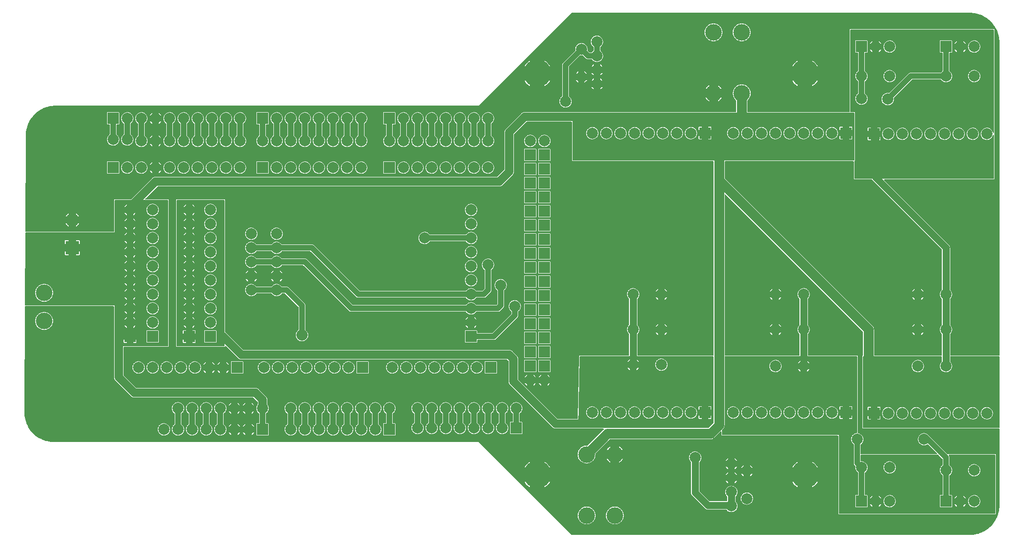
<source format=gbl>
G04 Layer: BottomLayer*
G04 EasyEDA v6.4.19.5, 2021-04-15T14:22:44--3:00*
G04 56ca0cd20ace464db3ad8dc24ac0750e,59636247558045d2802cba280e4ac9d9,10*
G04 Gerber Generator version 0.2*
G04 Scale: 100 percent, Rotated: No, Reflected: No *
G04 Dimensions in inches *
G04 leading zeros omitted , absolute positions ,3 integer and 6 decimal *
%FSLAX36Y36*%
%MOIN*%

%ADD11C,0.0400*%
%ADD12C,0.0787*%
%ADD13C,0.0800*%
%ADD14C,0.1968*%
%ADD15R,0.0787X0.0787*%
%ADD16C,0.1181*%
%ADD17R,0.0945X0.0945*%
%ADD18C,0.0945*%
%ADD19C,0.0700*%
%ADD20C,0.0500*%
%ADD21C,0.0600*%

%LPD*%
G36*
X3834000Y-200000D02*
G01*
X3832460Y-199700D01*
X3831180Y-198820D01*
X3830299Y-197540D01*
X3830000Y-196000D01*
X3830000Y136000D01*
X3830299Y137540D01*
X3831180Y138820D01*
X3832460Y139700D01*
X3834000Y140000D01*
X5826000Y140000D01*
X5827540Y139700D01*
X5828819Y138820D01*
X5829700Y137540D01*
X5830000Y136000D01*
X5830000Y-196000D01*
X5829700Y-197540D01*
X5828819Y-198820D01*
X5827540Y-199700D01*
X5826000Y-200000D01*
G37*

%LPC*%
G36*
X4730900Y-50380D02*
G01*
X4747820Y-50380D01*
X4747820Y-27180D01*
X4724620Y-27180D01*
X4724620Y-44100D01*
X4724860Y-45920D01*
X4725460Y-47360D01*
X4726400Y-48600D01*
X4727640Y-49540D01*
X4729080Y-50140D01*
G37*
G36*
X5792160Y-50380D02*
G01*
X5809080Y-50380D01*
X5810880Y-50140D01*
X5812320Y-49540D01*
X5813560Y-48600D01*
X5814500Y-47360D01*
X5815100Y-45920D01*
X5815340Y-44100D01*
X5815340Y-27180D01*
X5792160Y-27180D01*
G37*
G36*
X4792180Y-50380D02*
G01*
X4809100Y-50380D01*
X4810920Y-50140D01*
X4812360Y-49540D01*
X4813600Y-48600D01*
X4814540Y-47360D01*
X4815140Y-45920D01*
X4815380Y-44100D01*
X4815380Y-27180D01*
X4792180Y-27180D01*
G37*
G36*
X5730860Y-50380D02*
G01*
X5747780Y-50380D01*
X5747780Y-27180D01*
X5724580Y-27180D01*
X5724580Y-44100D01*
X5724820Y-45920D01*
X5725420Y-47360D01*
X5726360Y-48600D01*
X5727600Y-49540D01*
X5729040Y-50140D01*
G37*
G36*
X5468579Y-48380D02*
G01*
X5474140Y-48200D01*
X5479620Y-47320D01*
X5484960Y-45740D01*
X5490040Y-43480D01*
X5494800Y-40599D01*
X5499140Y-37120D01*
X5503020Y-33140D01*
X5506340Y-28680D01*
X5509059Y-23840D01*
X5511160Y-18680D01*
X5512560Y-13300D01*
X5513280Y-7780D01*
X5513280Y-2220D01*
X5512560Y3300D01*
X5511160Y8680D01*
X5509059Y13839D01*
X5506340Y18680D01*
X5503020Y23140D01*
X5499140Y27120D01*
X5494800Y30600D01*
X5490040Y33480D01*
X5484960Y35740D01*
X5479620Y37320D01*
X5474140Y38200D01*
X5468579Y38380D01*
X5463040Y37840D01*
X5457619Y36600D01*
X5452400Y34680D01*
X5447460Y32120D01*
X5442900Y28940D01*
X5438780Y25200D01*
X5435180Y20960D01*
X5432140Y16299D01*
X5429740Y11279D01*
X5427980Y6000D01*
X5426920Y560D01*
X5426559Y-5000D01*
X5426920Y-10560D01*
X5427980Y-16000D01*
X5429740Y-21280D01*
X5432140Y-26300D01*
X5435180Y-30960D01*
X5438780Y-35200D01*
X5442900Y-38940D01*
X5447460Y-42120D01*
X5452400Y-44680D01*
X5457619Y-46600D01*
X5463040Y-47840D01*
G37*
G36*
X4568600Y-48380D02*
G01*
X4574160Y-48200D01*
X4579660Y-47320D01*
X4584980Y-45740D01*
X4590080Y-43480D01*
X4594840Y-40599D01*
X4599180Y-37120D01*
X4603040Y-33140D01*
X4606380Y-28680D01*
X4609100Y-23840D01*
X4611200Y-18680D01*
X4612600Y-13300D01*
X4613320Y-7780D01*
X4613320Y-2220D01*
X4612600Y3300D01*
X4611200Y8680D01*
X4609100Y13839D01*
X4606380Y18680D01*
X4603040Y23140D01*
X4599180Y27120D01*
X4594840Y30600D01*
X4590080Y33480D01*
X4584980Y35740D01*
X4579660Y37320D01*
X4574160Y38200D01*
X4568600Y38380D01*
X4563080Y37840D01*
X4557660Y36600D01*
X4552440Y34680D01*
X4547500Y32120D01*
X4542940Y28940D01*
X4538820Y25200D01*
X4535220Y20960D01*
X4532180Y16299D01*
X4529780Y11279D01*
X4528020Y6000D01*
X4526960Y560D01*
X4526600Y-5000D01*
X4526960Y-10560D01*
X4528020Y-16000D01*
X4529780Y-21280D01*
X4532180Y-26300D01*
X4535220Y-30960D01*
X4538820Y-35200D01*
X4542940Y-38940D01*
X4547500Y-42120D01*
X4552440Y-44680D01*
X4557660Y-46600D01*
X4563080Y-47840D01*
G37*
G36*
X4968580Y-48380D02*
G01*
X4974140Y-48200D01*
X4979620Y-47320D01*
X4984960Y-45740D01*
X4990040Y-43480D01*
X4994800Y-40599D01*
X4999140Y-37120D01*
X5003020Y-33140D01*
X5006340Y-28680D01*
X5009060Y-23840D01*
X5011160Y-18680D01*
X5012560Y-13300D01*
X5013280Y-7780D01*
X5013280Y-2220D01*
X5012560Y3300D01*
X5011160Y8680D01*
X5009060Y13839D01*
X5006340Y18680D01*
X5003020Y23140D01*
X4999140Y27120D01*
X4994800Y30600D01*
X4990040Y33480D01*
X4984960Y35740D01*
X4979620Y37320D01*
X4974140Y38200D01*
X4968580Y38380D01*
X4963040Y37840D01*
X4957620Y36600D01*
X4952400Y34680D01*
X4947460Y32120D01*
X4942900Y28940D01*
X4938780Y25200D01*
X4935180Y20960D01*
X4932140Y16299D01*
X4929740Y11279D01*
X4927980Y6000D01*
X4926920Y560D01*
X4926560Y-5000D01*
X4926920Y-10560D01*
X4927980Y-16000D01*
X4929740Y-21280D01*
X4932140Y-26300D01*
X4935180Y-30960D01*
X4938780Y-35200D01*
X4942900Y-38940D01*
X4947460Y-42120D01*
X4952400Y-44680D01*
X4957620Y-46600D01*
X4963040Y-47840D01*
G37*
G36*
X4168600Y-48380D02*
G01*
X4174160Y-48200D01*
X4179660Y-47320D01*
X4184980Y-45740D01*
X4190080Y-43480D01*
X4194840Y-40599D01*
X4199180Y-37120D01*
X4203040Y-33140D01*
X4206380Y-28680D01*
X4209100Y-23840D01*
X4211200Y-18680D01*
X4212600Y-13300D01*
X4213320Y-7780D01*
X4213320Y-2220D01*
X4212600Y3300D01*
X4211200Y8680D01*
X4209100Y13839D01*
X4206380Y18680D01*
X4203040Y23140D01*
X4199180Y27120D01*
X4194840Y30600D01*
X4190080Y33480D01*
X4184980Y35740D01*
X4179660Y37320D01*
X4174160Y38200D01*
X4168600Y38380D01*
X4163080Y37840D01*
X4157660Y36600D01*
X4152440Y34680D01*
X4147500Y32120D01*
X4142940Y28940D01*
X4138820Y25200D01*
X4135220Y20960D01*
X4132180Y16299D01*
X4129780Y11279D01*
X4128020Y6000D01*
X4126960Y560D01*
X4126600Y-5000D01*
X4126960Y-10560D01*
X4128020Y-16000D01*
X4129780Y-21280D01*
X4132180Y-26300D01*
X4135220Y-30960D01*
X4138820Y-35200D01*
X4142940Y-38940D01*
X4147500Y-42120D01*
X4152440Y-44680D01*
X4157660Y-46600D01*
X4163080Y-47840D01*
G37*
G36*
X4068600Y-48380D02*
G01*
X4074160Y-48200D01*
X4079660Y-47320D01*
X4084980Y-45740D01*
X4090080Y-43480D01*
X4094840Y-40599D01*
X4099180Y-37120D01*
X4103039Y-33140D01*
X4106380Y-28680D01*
X4109100Y-23840D01*
X4111200Y-18680D01*
X4112600Y-13300D01*
X4113320Y-7780D01*
X4113320Y-2220D01*
X4112600Y3300D01*
X4111200Y8680D01*
X4109100Y13839D01*
X4106380Y18680D01*
X4103039Y23140D01*
X4099180Y27120D01*
X4094840Y30600D01*
X4090080Y33480D01*
X4084980Y35740D01*
X4079660Y37320D01*
X4074160Y38200D01*
X4068600Y38380D01*
X4063080Y37840D01*
X4057660Y36600D01*
X4052440Y34680D01*
X4047500Y32120D01*
X4042940Y28940D01*
X4038820Y25200D01*
X4035220Y20960D01*
X4032180Y16299D01*
X4029780Y11279D01*
X4028020Y6000D01*
X4026960Y560D01*
X4026600Y-5000D01*
X4026960Y-10560D01*
X4028020Y-16000D01*
X4029780Y-21280D01*
X4032180Y-26300D01*
X4035220Y-30960D01*
X4038820Y-35200D01*
X4042940Y-38940D01*
X4047500Y-42120D01*
X4052440Y-44680D01*
X4057660Y-46600D01*
X4063080Y-47840D01*
G37*
G36*
X5068580Y-48380D02*
G01*
X5074140Y-48200D01*
X5079620Y-47320D01*
X5084960Y-45740D01*
X5090040Y-43480D01*
X5094800Y-40599D01*
X5099140Y-37120D01*
X5103020Y-33140D01*
X5106340Y-28680D01*
X5109060Y-23840D01*
X5111160Y-18680D01*
X5112560Y-13300D01*
X5113280Y-7780D01*
X5113280Y-2220D01*
X5112560Y3300D01*
X5111160Y8680D01*
X5109060Y13839D01*
X5106340Y18680D01*
X5103020Y23140D01*
X5099140Y27120D01*
X5094800Y30600D01*
X5090040Y33480D01*
X5084960Y35740D01*
X5079620Y37320D01*
X5074140Y38200D01*
X5068580Y38380D01*
X5063040Y37840D01*
X5057620Y36600D01*
X5052400Y34680D01*
X5047460Y32120D01*
X5042900Y28940D01*
X5038780Y25200D01*
X5035180Y20960D01*
X5032140Y16299D01*
X5029740Y11279D01*
X5027980Y6000D01*
X5026920Y560D01*
X5026560Y-5000D01*
X5026920Y-10560D01*
X5027980Y-16000D01*
X5029740Y-21280D01*
X5032140Y-26300D01*
X5035180Y-30960D01*
X5038780Y-35200D01*
X5042900Y-38940D01*
X5047460Y-42120D01*
X5052400Y-44680D01*
X5057620Y-46600D01*
X5063040Y-47840D01*
G37*
G36*
X5568579Y-48380D02*
G01*
X5574140Y-48200D01*
X5579620Y-47320D01*
X5584960Y-45740D01*
X5590040Y-43480D01*
X5594800Y-40599D01*
X5599140Y-37120D01*
X5603020Y-33140D01*
X5606340Y-28680D01*
X5609059Y-23840D01*
X5611160Y-18680D01*
X5612560Y-13300D01*
X5613280Y-7780D01*
X5613280Y-2220D01*
X5612560Y3300D01*
X5611160Y8680D01*
X5609059Y13839D01*
X5606340Y18680D01*
X5603020Y23140D01*
X5599140Y27120D01*
X5594800Y30600D01*
X5590040Y33480D01*
X5584960Y35740D01*
X5579620Y37320D01*
X5574140Y38200D01*
X5568579Y38380D01*
X5563040Y37840D01*
X5557619Y36600D01*
X5552400Y34680D01*
X5547460Y32120D01*
X5542900Y28940D01*
X5538780Y25200D01*
X5535180Y20960D01*
X5532140Y16299D01*
X5529740Y11279D01*
X5527980Y6000D01*
X5526920Y560D01*
X5526559Y-5000D01*
X5526920Y-10560D01*
X5527980Y-16000D01*
X5529740Y-21280D01*
X5532140Y-26300D01*
X5535180Y-30960D01*
X5538780Y-35200D01*
X5542900Y-38940D01*
X5547460Y-42120D01*
X5552400Y-44680D01*
X5557619Y-46600D01*
X5563040Y-47840D01*
G37*
G36*
X4468600Y-48380D02*
G01*
X4474160Y-48200D01*
X4479660Y-47320D01*
X4484980Y-45740D01*
X4490080Y-43480D01*
X4494840Y-40599D01*
X4499180Y-37120D01*
X4503040Y-33140D01*
X4506380Y-28680D01*
X4509100Y-23840D01*
X4511200Y-18680D01*
X4512600Y-13300D01*
X4513320Y-7780D01*
X4513320Y-2220D01*
X4512600Y3300D01*
X4511200Y8680D01*
X4509100Y13839D01*
X4506380Y18680D01*
X4503040Y23140D01*
X4499180Y27120D01*
X4494840Y30600D01*
X4490080Y33480D01*
X4484980Y35740D01*
X4479660Y37320D01*
X4474160Y38200D01*
X4468600Y38380D01*
X4463080Y37840D01*
X4457660Y36600D01*
X4452440Y34680D01*
X4447500Y32120D01*
X4442940Y28940D01*
X4438820Y25200D01*
X4435220Y20960D01*
X4432180Y16299D01*
X4429780Y11279D01*
X4428020Y6000D01*
X4426960Y560D01*
X4426600Y-5000D01*
X4426960Y-10560D01*
X4428020Y-16000D01*
X4429780Y-21280D01*
X4432180Y-26300D01*
X4435220Y-30960D01*
X4438820Y-35200D01*
X4442940Y-38940D01*
X4447500Y-42120D01*
X4452440Y-44680D01*
X4457660Y-46600D01*
X4463080Y-47840D01*
G37*
G36*
X4668600Y-48380D02*
G01*
X4674160Y-48200D01*
X4679660Y-47320D01*
X4684980Y-45740D01*
X4690080Y-43480D01*
X4694840Y-40599D01*
X4699180Y-37120D01*
X4703040Y-33140D01*
X4706380Y-28680D01*
X4709100Y-23840D01*
X4711200Y-18680D01*
X4712600Y-13300D01*
X4713320Y-7780D01*
X4713320Y-2220D01*
X4712600Y3300D01*
X4711200Y8680D01*
X4709100Y13839D01*
X4706380Y18680D01*
X4703040Y23140D01*
X4699180Y27120D01*
X4694840Y30600D01*
X4690080Y33480D01*
X4684980Y35740D01*
X4679660Y37320D01*
X4674160Y38200D01*
X4668600Y38380D01*
X4663080Y37840D01*
X4657660Y36600D01*
X4652440Y34680D01*
X4647500Y32120D01*
X4642940Y28940D01*
X4638820Y25200D01*
X4635220Y20960D01*
X4632180Y16299D01*
X4629780Y11279D01*
X4628020Y6000D01*
X4626960Y560D01*
X4626600Y-5000D01*
X4626960Y-10560D01*
X4628020Y-16000D01*
X4629780Y-21280D01*
X4632180Y-26300D01*
X4635220Y-30960D01*
X4638820Y-35200D01*
X4642940Y-38940D01*
X4647500Y-42120D01*
X4652440Y-44680D01*
X4657660Y-46600D01*
X4663080Y-47840D01*
G37*
G36*
X5368579Y-48380D02*
G01*
X5374140Y-48200D01*
X5379620Y-47320D01*
X5384960Y-45740D01*
X5390040Y-43480D01*
X5394800Y-40599D01*
X5399140Y-37120D01*
X5403020Y-33140D01*
X5406340Y-28680D01*
X5409059Y-23840D01*
X5411160Y-18680D01*
X5412560Y-13300D01*
X5413280Y-7780D01*
X5413280Y-2220D01*
X5412560Y3300D01*
X5411160Y8680D01*
X5409059Y13839D01*
X5406340Y18680D01*
X5403020Y23140D01*
X5399140Y27120D01*
X5394800Y30600D01*
X5390040Y33480D01*
X5384960Y35740D01*
X5379620Y37320D01*
X5374140Y38200D01*
X5368579Y38380D01*
X5363040Y37840D01*
X5357619Y36600D01*
X5352400Y34680D01*
X5347460Y32120D01*
X5342900Y28940D01*
X5338780Y25200D01*
X5335180Y20960D01*
X5332140Y16299D01*
X5329740Y11279D01*
X5327980Y6000D01*
X5326920Y560D01*
X5326559Y-5000D01*
X5326920Y-10560D01*
X5327980Y-16000D01*
X5329740Y-21280D01*
X5332140Y-26300D01*
X5335180Y-30960D01*
X5338780Y-35200D01*
X5342900Y-38940D01*
X5347460Y-42120D01*
X5352400Y-44680D01*
X5357619Y-46600D01*
X5363040Y-47840D01*
G37*
G36*
X4268600Y-48380D02*
G01*
X4274160Y-48200D01*
X4279660Y-47320D01*
X4284980Y-45740D01*
X4290080Y-43480D01*
X4294840Y-40599D01*
X4299180Y-37120D01*
X4303040Y-33140D01*
X4306380Y-28680D01*
X4309100Y-23840D01*
X4311200Y-18680D01*
X4312600Y-13300D01*
X4313320Y-7780D01*
X4313320Y-2220D01*
X4312600Y3300D01*
X4311200Y8680D01*
X4309100Y13839D01*
X4306380Y18680D01*
X4303040Y23140D01*
X4299180Y27120D01*
X4294840Y30600D01*
X4290080Y33480D01*
X4284980Y35740D01*
X4279660Y37320D01*
X4274160Y38200D01*
X4268600Y38380D01*
X4263080Y37840D01*
X4257660Y36600D01*
X4252440Y34680D01*
X4247500Y32120D01*
X4242940Y28940D01*
X4238820Y25200D01*
X4235220Y20960D01*
X4232180Y16299D01*
X4229780Y11279D01*
X4228020Y6000D01*
X4226960Y560D01*
X4226600Y-5000D01*
X4226960Y-10560D01*
X4228020Y-16000D01*
X4229780Y-21280D01*
X4232180Y-26300D01*
X4235220Y-30960D01*
X4238820Y-35200D01*
X4242940Y-38940D01*
X4247500Y-42120D01*
X4252440Y-44680D01*
X4257660Y-46600D01*
X4263080Y-47840D01*
G37*
G36*
X5168579Y-48380D02*
G01*
X5174140Y-48200D01*
X5179620Y-47320D01*
X5184960Y-45740D01*
X5190040Y-43480D01*
X5194800Y-40599D01*
X5199140Y-37120D01*
X5203020Y-33140D01*
X5206340Y-28680D01*
X5209059Y-23840D01*
X5211160Y-18680D01*
X5212560Y-13300D01*
X5213280Y-7780D01*
X5213280Y-2220D01*
X5212560Y3300D01*
X5211160Y8680D01*
X5209059Y13839D01*
X5206340Y18680D01*
X5203020Y23140D01*
X5199140Y27120D01*
X5194800Y30600D01*
X5190040Y33480D01*
X5184960Y35740D01*
X5179620Y37320D01*
X5174140Y38200D01*
X5168579Y38380D01*
X5163040Y37840D01*
X5157619Y36600D01*
X5152400Y34680D01*
X5147460Y32120D01*
X5142900Y28940D01*
X5138780Y25200D01*
X5135180Y20960D01*
X5132140Y16299D01*
X5129740Y11279D01*
X5127980Y6000D01*
X5126920Y560D01*
X5126559Y-5000D01*
X5126920Y-10560D01*
X5127980Y-16000D01*
X5129740Y-21280D01*
X5132140Y-26300D01*
X5135180Y-30960D01*
X5138780Y-35200D01*
X5142900Y-38940D01*
X5147460Y-42120D01*
X5152400Y-44680D01*
X5157619Y-46600D01*
X5163040Y-47840D01*
G37*
G36*
X3968600Y-48380D02*
G01*
X3974160Y-48200D01*
X3979660Y-47320D01*
X3984980Y-45740D01*
X3990080Y-43480D01*
X3994840Y-40599D01*
X3999180Y-37120D01*
X4003039Y-33140D01*
X4006380Y-28680D01*
X4009100Y-23840D01*
X4011200Y-18680D01*
X4012600Y-13300D01*
X4013320Y-7780D01*
X4013320Y-2220D01*
X4012600Y3300D01*
X4011200Y8680D01*
X4009100Y13839D01*
X4006380Y18680D01*
X4003039Y23140D01*
X3999180Y27120D01*
X3994840Y30600D01*
X3990080Y33480D01*
X3984980Y35740D01*
X3979660Y37320D01*
X3974160Y38200D01*
X3968600Y38380D01*
X3963080Y37840D01*
X3957660Y36600D01*
X3952440Y34680D01*
X3947500Y32120D01*
X3942940Y28940D01*
X3938820Y25200D01*
X3935220Y20960D01*
X3932180Y16299D01*
X3929780Y11279D01*
X3928020Y6000D01*
X3926960Y560D01*
X3926600Y-5000D01*
X3926960Y-10560D01*
X3928020Y-16000D01*
X3929780Y-21280D01*
X3932180Y-26300D01*
X3935220Y-30960D01*
X3938820Y-35200D01*
X3942940Y-38940D01*
X3947500Y-42120D01*
X3952440Y-44680D01*
X3957660Y-46600D01*
X3963080Y-47840D01*
G37*
G36*
X5668579Y-48380D02*
G01*
X5674140Y-48200D01*
X5679620Y-47320D01*
X5684960Y-45740D01*
X5690040Y-43480D01*
X5694800Y-40599D01*
X5699140Y-37120D01*
X5703020Y-33140D01*
X5706340Y-28680D01*
X5709059Y-23840D01*
X5711160Y-18680D01*
X5712560Y-13300D01*
X5713280Y-7780D01*
X5713280Y-2220D01*
X5712560Y3300D01*
X5711160Y8680D01*
X5709059Y13839D01*
X5706340Y18680D01*
X5703020Y23140D01*
X5699140Y27120D01*
X5694800Y30600D01*
X5690040Y33480D01*
X5684960Y35740D01*
X5679620Y37320D01*
X5674140Y38200D01*
X5668579Y38380D01*
X5663040Y37840D01*
X5657619Y36600D01*
X5652400Y34680D01*
X5647460Y32120D01*
X5642900Y28940D01*
X5638780Y25200D01*
X5635180Y20960D01*
X5632140Y16299D01*
X5629740Y11279D01*
X5627980Y6000D01*
X5626920Y560D01*
X5626559Y-5000D01*
X5626920Y-10560D01*
X5627980Y-16000D01*
X5629740Y-21280D01*
X5632140Y-26300D01*
X5635180Y-30960D01*
X5638780Y-35200D01*
X5642900Y-38940D01*
X5647460Y-42120D01*
X5652400Y-44680D01*
X5657619Y-46600D01*
X5663040Y-47840D01*
G37*
G36*
X4368600Y-48380D02*
G01*
X4374160Y-48200D01*
X4379660Y-47320D01*
X4384980Y-45740D01*
X4390080Y-43480D01*
X4394840Y-40599D01*
X4399180Y-37120D01*
X4403040Y-33140D01*
X4406380Y-28680D01*
X4409100Y-23840D01*
X4411200Y-18680D01*
X4412600Y-13300D01*
X4413320Y-7780D01*
X4413320Y-2220D01*
X4412600Y3300D01*
X4411200Y8680D01*
X4409100Y13839D01*
X4406380Y18680D01*
X4403040Y23140D01*
X4399180Y27120D01*
X4394840Y30600D01*
X4390080Y33480D01*
X4384980Y35740D01*
X4379660Y37320D01*
X4374160Y38200D01*
X4368600Y38380D01*
X4363080Y37840D01*
X4357660Y36600D01*
X4352440Y34680D01*
X4347500Y32120D01*
X4342940Y28940D01*
X4338820Y25200D01*
X4335220Y20960D01*
X4332180Y16299D01*
X4329780Y11279D01*
X4328020Y6000D01*
X4326960Y560D01*
X4326600Y-5000D01*
X4326960Y-10560D01*
X4328020Y-16000D01*
X4329780Y-21280D01*
X4332180Y-26300D01*
X4335220Y-30960D01*
X4338820Y-35200D01*
X4342940Y-38940D01*
X4347500Y-42120D01*
X4352440Y-44680D01*
X4357660Y-46600D01*
X4363080Y-47840D01*
G37*
G36*
X5268579Y-48380D02*
G01*
X5274140Y-48200D01*
X5279620Y-47320D01*
X5284960Y-45740D01*
X5290040Y-43480D01*
X5294800Y-40599D01*
X5299140Y-37120D01*
X5303020Y-33140D01*
X5306340Y-28680D01*
X5309059Y-23840D01*
X5311160Y-18680D01*
X5312560Y-13300D01*
X5313280Y-7780D01*
X5313280Y-2220D01*
X5312560Y3300D01*
X5311160Y8680D01*
X5309059Y13839D01*
X5306340Y18680D01*
X5303020Y23140D01*
X5299140Y27120D01*
X5294800Y30600D01*
X5290040Y33480D01*
X5284960Y35740D01*
X5279620Y37320D01*
X5274140Y38200D01*
X5268579Y38380D01*
X5263040Y37840D01*
X5257619Y36600D01*
X5252400Y34680D01*
X5247460Y32120D01*
X5242900Y28940D01*
X5238780Y25200D01*
X5235180Y20960D01*
X5232140Y16299D01*
X5229740Y11279D01*
X5227980Y6000D01*
X5226920Y560D01*
X5226559Y-5000D01*
X5226920Y-10560D01*
X5227980Y-16000D01*
X5229740Y-21280D01*
X5232140Y-26300D01*
X5235180Y-30960D01*
X5238780Y-35200D01*
X5242900Y-38940D01*
X5247460Y-42120D01*
X5252400Y-44680D01*
X5257619Y-46600D01*
X5263040Y-47840D01*
G37*
G36*
X5792160Y17180D02*
G01*
X5815340Y17180D01*
X5815340Y34100D01*
X5815100Y35920D01*
X5814500Y37360D01*
X5813560Y38600D01*
X5812320Y39540D01*
X5810880Y40140D01*
X5809080Y40380D01*
X5792160Y40380D01*
G37*
G36*
X4724620Y17180D02*
G01*
X4747820Y17180D01*
X4747820Y40380D01*
X4730900Y40380D01*
X4729080Y40140D01*
X4727640Y39540D01*
X4726400Y38600D01*
X4725460Y37360D01*
X4724860Y35920D01*
X4724620Y34100D01*
G37*
G36*
X5724580Y17180D02*
G01*
X5747780Y17180D01*
X5747780Y40380D01*
X5730860Y40380D01*
X5729040Y40140D01*
X5727600Y39540D01*
X5726360Y38600D01*
X5725420Y37360D01*
X5724820Y35920D01*
X5724580Y34100D01*
G37*
G36*
X4792180Y17180D02*
G01*
X4815380Y17180D01*
X4815380Y34100D01*
X4815140Y35920D01*
X4814540Y37360D01*
X4813600Y38600D01*
X4812360Y39540D01*
X4810920Y40140D01*
X4809100Y40380D01*
X4792180Y40380D01*
G37*

%LPD*%
G36*
X5834000Y-330000D02*
G01*
X5832460Y-329700D01*
X5831180Y-328820D01*
X5830300Y-327540D01*
X5830000Y-326000D01*
X5830000Y-206880D01*
X5830260Y-205440D01*
X5831020Y-204200D01*
X5832340Y-203220D01*
X5833220Y-202340D01*
X5833800Y-201240D01*
X5834040Y-199680D01*
X5834040Y139680D01*
X5833800Y141240D01*
X5833220Y142340D01*
X5832340Y143220D01*
X5831240Y143800D01*
X5829680Y144040D01*
X5804000Y144040D01*
X5802460Y144340D01*
X5801180Y145220D01*
X5800300Y146500D01*
X5800000Y148040D01*
X5800000Y726000D01*
X5800300Y727540D01*
X5801180Y728820D01*
X5802460Y729700D01*
X5804000Y730000D01*
X6816000Y730000D01*
X6817540Y729700D01*
X6818819Y728820D01*
X6819700Y727540D01*
X6820000Y726000D01*
X6820000Y1300D01*
X6819660Y-340D01*
X6818660Y-1680D01*
X6817200Y-2500D01*
X6815540Y-2660D01*
X6813960Y-2140D01*
X6812720Y-1000D01*
X6811980Y1000D01*
X6810220Y6280D01*
X6807820Y11299D01*
X6804779Y15960D01*
X6801180Y20200D01*
X6797060Y23940D01*
X6792500Y27120D01*
X6787560Y29680D01*
X6782340Y31600D01*
X6776920Y32840D01*
X6771400Y33380D01*
X6765839Y33200D01*
X6760340Y32320D01*
X6755019Y30740D01*
X6749920Y28480D01*
X6745160Y25600D01*
X6740820Y22120D01*
X6736960Y18140D01*
X6733620Y13680D01*
X6730900Y8840D01*
X6728800Y3680D01*
X6727400Y-1700D01*
X6726680Y-7220D01*
X6726680Y-12780D01*
X6727400Y-18300D01*
X6728800Y-23680D01*
X6730900Y-28840D01*
X6733620Y-33680D01*
X6736960Y-38140D01*
X6740820Y-42120D01*
X6745160Y-45599D01*
X6749920Y-48480D01*
X6755019Y-50740D01*
X6760340Y-52320D01*
X6765839Y-53200D01*
X6771400Y-53380D01*
X6776920Y-52840D01*
X6782340Y-51600D01*
X6787560Y-49680D01*
X6792500Y-47120D01*
X6797060Y-43940D01*
X6801180Y-40199D01*
X6804779Y-35960D01*
X6807820Y-31300D01*
X6810220Y-26280D01*
X6811980Y-21000D01*
X6812720Y-19000D01*
X6813960Y-17860D01*
X6815540Y-17340D01*
X6817200Y-17500D01*
X6818660Y-18320D01*
X6819660Y-19660D01*
X6820000Y-21300D01*
X6820000Y-326000D01*
X6819700Y-327540D01*
X6818819Y-328820D01*
X6817540Y-329700D01*
X6816000Y-330000D01*
G37*

%LPC*%
G36*
X5992180Y-55380D02*
G01*
X6009100Y-55380D01*
X6010920Y-55140D01*
X6012360Y-54540D01*
X6013600Y-53600D01*
X6014539Y-52360D01*
X6015140Y-50920D01*
X6015380Y-49100D01*
X6015380Y-32180D01*
X5992180Y-32180D01*
G37*
G36*
X5930900Y-55380D02*
G01*
X5947820Y-55380D01*
X5947820Y-32180D01*
X5924620Y-32180D01*
X5924620Y-49100D01*
X5924860Y-50920D01*
X5925460Y-52360D01*
X5926400Y-53600D01*
X5927640Y-54540D01*
X5929080Y-55140D01*
G37*
G36*
X6571400Y-53380D02*
G01*
X6576920Y-52840D01*
X6582340Y-51600D01*
X6587560Y-49680D01*
X6592500Y-47120D01*
X6597060Y-43940D01*
X6601180Y-40199D01*
X6604779Y-35960D01*
X6607820Y-31300D01*
X6610220Y-26280D01*
X6611980Y-21000D01*
X6613040Y-15560D01*
X6613400Y-10000D01*
X6613040Y-4440D01*
X6611980Y1000D01*
X6610220Y6280D01*
X6607820Y11299D01*
X6604779Y15960D01*
X6601180Y20200D01*
X6597060Y23940D01*
X6592500Y27120D01*
X6587560Y29680D01*
X6582340Y31600D01*
X6576920Y32840D01*
X6571400Y33380D01*
X6565839Y33200D01*
X6560340Y32320D01*
X6555019Y30740D01*
X6549920Y28480D01*
X6545160Y25600D01*
X6540820Y22120D01*
X6536960Y18140D01*
X6533620Y13680D01*
X6530900Y8840D01*
X6528800Y3680D01*
X6527400Y-1700D01*
X6526680Y-7220D01*
X6526680Y-12780D01*
X6527400Y-18300D01*
X6528800Y-23680D01*
X6530900Y-28840D01*
X6533620Y-33680D01*
X6536960Y-38140D01*
X6540820Y-42120D01*
X6545160Y-45599D01*
X6549920Y-48480D01*
X6555019Y-50740D01*
X6560340Y-52320D01*
X6565839Y-53200D01*
G37*
G36*
X6171400Y-53380D02*
G01*
X6176920Y-52840D01*
X6182340Y-51600D01*
X6187560Y-49680D01*
X6192500Y-47120D01*
X6197060Y-43940D01*
X6201180Y-40199D01*
X6204779Y-35960D01*
X6207820Y-31300D01*
X6210220Y-26280D01*
X6211980Y-21000D01*
X6213040Y-15560D01*
X6213400Y-10000D01*
X6213040Y-4440D01*
X6211980Y1000D01*
X6210220Y6280D01*
X6207820Y11299D01*
X6204779Y15960D01*
X6201180Y20200D01*
X6197060Y23940D01*
X6192500Y27120D01*
X6187560Y29680D01*
X6182340Y31600D01*
X6176920Y32840D01*
X6171400Y33380D01*
X6165839Y33200D01*
X6160340Y32320D01*
X6155019Y30740D01*
X6149920Y28480D01*
X6145160Y25600D01*
X6140820Y22120D01*
X6136960Y18140D01*
X6133620Y13680D01*
X6130900Y8840D01*
X6128800Y3680D01*
X6127400Y-1700D01*
X6126680Y-7220D01*
X6126680Y-12780D01*
X6127400Y-18300D01*
X6128800Y-23680D01*
X6130900Y-28840D01*
X6133620Y-33680D01*
X6136960Y-38140D01*
X6140820Y-42120D01*
X6145160Y-45599D01*
X6149920Y-48480D01*
X6155019Y-50740D01*
X6160340Y-52320D01*
X6165839Y-53200D01*
G37*
G36*
X6471400Y-53380D02*
G01*
X6476920Y-52840D01*
X6482340Y-51600D01*
X6487560Y-49680D01*
X6492500Y-47120D01*
X6497060Y-43940D01*
X6501180Y-40199D01*
X6504779Y-35960D01*
X6507820Y-31300D01*
X6510220Y-26280D01*
X6511980Y-21000D01*
X6513040Y-15560D01*
X6513400Y-10000D01*
X6513040Y-4440D01*
X6511980Y1000D01*
X6510220Y6280D01*
X6507820Y11299D01*
X6504779Y15960D01*
X6501180Y20200D01*
X6497060Y23940D01*
X6492500Y27120D01*
X6487560Y29680D01*
X6482340Y31600D01*
X6476920Y32840D01*
X6471400Y33380D01*
X6465839Y33200D01*
X6460340Y32320D01*
X6455019Y30740D01*
X6449920Y28480D01*
X6445160Y25600D01*
X6440820Y22120D01*
X6436960Y18140D01*
X6433620Y13680D01*
X6430900Y8840D01*
X6428800Y3680D01*
X6427400Y-1700D01*
X6426680Y-7220D01*
X6426680Y-12780D01*
X6427400Y-18300D01*
X6428800Y-23680D01*
X6430900Y-28840D01*
X6433620Y-33680D01*
X6436960Y-38140D01*
X6440820Y-42120D01*
X6445160Y-45599D01*
X6449920Y-48480D01*
X6455019Y-50740D01*
X6460340Y-52320D01*
X6465839Y-53200D01*
G37*
G36*
X6271400Y-53380D02*
G01*
X6276920Y-52840D01*
X6282340Y-51600D01*
X6287560Y-49680D01*
X6292500Y-47120D01*
X6297060Y-43940D01*
X6301180Y-40199D01*
X6304779Y-35960D01*
X6307820Y-31300D01*
X6310220Y-26280D01*
X6311980Y-21000D01*
X6313040Y-15560D01*
X6313400Y-10000D01*
X6313040Y-4440D01*
X6311980Y1000D01*
X6310220Y6280D01*
X6307820Y11299D01*
X6304779Y15960D01*
X6301180Y20200D01*
X6297060Y23940D01*
X6292500Y27120D01*
X6287560Y29680D01*
X6282340Y31600D01*
X6276920Y32840D01*
X6271400Y33380D01*
X6265839Y33200D01*
X6260340Y32320D01*
X6255019Y30740D01*
X6249920Y28480D01*
X6245160Y25600D01*
X6240820Y22120D01*
X6236960Y18140D01*
X6233620Y13680D01*
X6230900Y8840D01*
X6228800Y3680D01*
X6227400Y-1700D01*
X6226680Y-7220D01*
X6226680Y-12780D01*
X6227400Y-18300D01*
X6228800Y-23680D01*
X6230900Y-28840D01*
X6233620Y-33680D01*
X6236960Y-38140D01*
X6240820Y-42120D01*
X6245160Y-45599D01*
X6249920Y-48480D01*
X6255019Y-50740D01*
X6260340Y-52320D01*
X6265839Y-53200D01*
G37*
G36*
X6371400Y-53380D02*
G01*
X6376920Y-52840D01*
X6382340Y-51600D01*
X6387560Y-49680D01*
X6392500Y-47120D01*
X6397060Y-43940D01*
X6401180Y-40199D01*
X6404779Y-35960D01*
X6407820Y-31300D01*
X6410220Y-26280D01*
X6411980Y-21000D01*
X6413040Y-15560D01*
X6413400Y-10000D01*
X6413040Y-4440D01*
X6411980Y1000D01*
X6410220Y6280D01*
X6407820Y11299D01*
X6404779Y15960D01*
X6401180Y20200D01*
X6397060Y23940D01*
X6392500Y27120D01*
X6387560Y29680D01*
X6382340Y31600D01*
X6376920Y32840D01*
X6371400Y33380D01*
X6365839Y33200D01*
X6360340Y32320D01*
X6355019Y30740D01*
X6349920Y28480D01*
X6345160Y25600D01*
X6340820Y22120D01*
X6336960Y18140D01*
X6333620Y13680D01*
X6330900Y8840D01*
X6328800Y3680D01*
X6327400Y-1700D01*
X6326680Y-7220D01*
X6326680Y-12780D01*
X6327400Y-18300D01*
X6328800Y-23680D01*
X6330900Y-28840D01*
X6333620Y-33680D01*
X6336960Y-38140D01*
X6340820Y-42120D01*
X6345160Y-45599D01*
X6349920Y-48480D01*
X6355019Y-50740D01*
X6360340Y-52320D01*
X6365839Y-53200D01*
G37*
G36*
X6671400Y-53380D02*
G01*
X6676920Y-52840D01*
X6682340Y-51600D01*
X6687560Y-49680D01*
X6692500Y-47120D01*
X6697060Y-43940D01*
X6701180Y-40199D01*
X6704779Y-35960D01*
X6707820Y-31300D01*
X6710220Y-26280D01*
X6711980Y-21000D01*
X6713040Y-15560D01*
X6713400Y-10000D01*
X6713040Y-4440D01*
X6711980Y1000D01*
X6710220Y6280D01*
X6707820Y11299D01*
X6704779Y15960D01*
X6701180Y20200D01*
X6697060Y23940D01*
X6692500Y27120D01*
X6687560Y29680D01*
X6682340Y31600D01*
X6676920Y32840D01*
X6671400Y33380D01*
X6665839Y33200D01*
X6660340Y32320D01*
X6655019Y30740D01*
X6649920Y28480D01*
X6645160Y25600D01*
X6640820Y22120D01*
X6636960Y18140D01*
X6633620Y13680D01*
X6630900Y8840D01*
X6628800Y3680D01*
X6627400Y-1700D01*
X6626680Y-7220D01*
X6626680Y-12780D01*
X6627400Y-18300D01*
X6628800Y-23680D01*
X6630900Y-28840D01*
X6633620Y-33680D01*
X6636960Y-38140D01*
X6640820Y-42120D01*
X6645160Y-45599D01*
X6649920Y-48480D01*
X6655019Y-50740D01*
X6660340Y-52320D01*
X6665839Y-53200D01*
G37*
G36*
X6071400Y-53380D02*
G01*
X6076920Y-52840D01*
X6082340Y-51600D01*
X6087560Y-49680D01*
X6092500Y-47120D01*
X6097060Y-43940D01*
X6101180Y-40199D01*
X6104779Y-35960D01*
X6107820Y-31300D01*
X6110220Y-26280D01*
X6111980Y-21000D01*
X6113040Y-15560D01*
X6113400Y-10000D01*
X6113040Y-4440D01*
X6111980Y1000D01*
X6110220Y6280D01*
X6107820Y11299D01*
X6104779Y15960D01*
X6101180Y20200D01*
X6097060Y23940D01*
X6092500Y27120D01*
X6087560Y29680D01*
X6082340Y31600D01*
X6076920Y32840D01*
X6071400Y33380D01*
X6065839Y33200D01*
X6060340Y32320D01*
X6055019Y30740D01*
X6049920Y28480D01*
X6045160Y25600D01*
X6040820Y22120D01*
X6036960Y18140D01*
X6033620Y13680D01*
X6030900Y8840D01*
X6028800Y3680D01*
X6027400Y-1700D01*
X6026680Y-7220D01*
X6026680Y-12780D01*
X6027400Y-18300D01*
X6028800Y-23680D01*
X6030900Y-28840D01*
X6033620Y-33680D01*
X6036960Y-38140D01*
X6040820Y-42120D01*
X6045160Y-45599D01*
X6049920Y-48480D01*
X6055019Y-50740D01*
X6060340Y-52320D01*
X6065839Y-53200D01*
G37*
G36*
X5924620Y12180D02*
G01*
X5947820Y12180D01*
X5947820Y35380D01*
X5930900Y35380D01*
X5929080Y35140D01*
X5927640Y34540D01*
X5926400Y33600D01*
X5925460Y32360D01*
X5924860Y30920D01*
X5924620Y29100D01*
G37*
G36*
X5992180Y12180D02*
G01*
X6015380Y12180D01*
X6015380Y29100D01*
X6015140Y30920D01*
X6014539Y32360D01*
X6013600Y33600D01*
X6012360Y34540D01*
X6010920Y35140D01*
X6009100Y35380D01*
X5992180Y35380D01*
G37*
G36*
X6064960Y192979D02*
G01*
X6070520Y193160D01*
X6076020Y194040D01*
X6081340Y195620D01*
X6086440Y197880D01*
X6091180Y200760D01*
X6095540Y204220D01*
X6099400Y208220D01*
X6102740Y212680D01*
X6105460Y217520D01*
X6107540Y222680D01*
X6108960Y228060D01*
X6109680Y233580D01*
X6109680Y239140D01*
X6109180Y242979D01*
X6109200Y244200D01*
X6109600Y245340D01*
X6110320Y246320D01*
X6238780Y374780D01*
X6240080Y375660D01*
X6241620Y375959D01*
X6441799Y375959D01*
X6443099Y375740D01*
X6444260Y375120D01*
X6448819Y369799D01*
X6452940Y366060D01*
X6457500Y362879D01*
X6462440Y360319D01*
X6467660Y358400D01*
X6473080Y357160D01*
X6478600Y356620D01*
X6484160Y356800D01*
X6489660Y357680D01*
X6494980Y359260D01*
X6500080Y361520D01*
X6504840Y364400D01*
X6509180Y367879D01*
X6513040Y371860D01*
X6516380Y376320D01*
X6519100Y381160D01*
X6521200Y386320D01*
X6522600Y391700D01*
X6523320Y397220D01*
X6523320Y402780D01*
X6522600Y408300D01*
X6521200Y413680D01*
X6519100Y418840D01*
X6516380Y423680D01*
X6513040Y428140D01*
X6509180Y432120D01*
X6505540Y435020D01*
X6504740Y435900D01*
X6504220Y436980D01*
X6504040Y438160D01*
X6504040Y562580D01*
X6504340Y564120D01*
X6505220Y565420D01*
X6506500Y566280D01*
X6508040Y566580D01*
X6519059Y566580D01*
X6520599Y566840D01*
X6521720Y567400D01*
X6522600Y568280D01*
X6523160Y569400D01*
X6523420Y570940D01*
X6523420Y649060D01*
X6523160Y650600D01*
X6522600Y651720D01*
X6521720Y652600D01*
X6520599Y653160D01*
X6519059Y653400D01*
X6440940Y653400D01*
X6439400Y653160D01*
X6438280Y652600D01*
X6437400Y651720D01*
X6436840Y650600D01*
X6436600Y649060D01*
X6436600Y570940D01*
X6436840Y569400D01*
X6437400Y568280D01*
X6438280Y567400D01*
X6439400Y566840D01*
X6440940Y566580D01*
X6451960Y566580D01*
X6453500Y566280D01*
X6454779Y565420D01*
X6455660Y564120D01*
X6455960Y562580D01*
X6455960Y438120D01*
X6455760Y436860D01*
X6455160Y435740D01*
X6454240Y434840D01*
X6452940Y433940D01*
X6448819Y430200D01*
X6444260Y424880D01*
X6443099Y424260D01*
X6441799Y424040D01*
X6230119Y424040D01*
X6226940Y423840D01*
X6226120Y423720D01*
X6223060Y423020D01*
X6219360Y421560D01*
X6215960Y419520D01*
X6212920Y416920D01*
X6076300Y280300D01*
X6075300Y279560D01*
X6074100Y279180D01*
X6072840Y279180D01*
X6070520Y279560D01*
X6064960Y279740D01*
X6059440Y279200D01*
X6054020Y277960D01*
X6048800Y276040D01*
X6043860Y273480D01*
X6039299Y270300D01*
X6035180Y266560D01*
X6031580Y262320D01*
X6028540Y257659D01*
X6026120Y252640D01*
X6024380Y247360D01*
X6023320Y241900D01*
X6022960Y236360D01*
X6023320Y230799D01*
X6024380Y225340D01*
X6026120Y220080D01*
X6028540Y215060D01*
X6031580Y210400D01*
X6035180Y206160D01*
X6039299Y202420D01*
X6043860Y199240D01*
X6048800Y196680D01*
X6054020Y194760D01*
X6059440Y193520D01*
G37*
G36*
X5878600Y196620D02*
G01*
X5884160Y196800D01*
X5889660Y197680D01*
X5894980Y199259D01*
X5900080Y201520D01*
X5904840Y204400D01*
X5909180Y207880D01*
X5913040Y211860D01*
X5916380Y216320D01*
X5919100Y221160D01*
X5921200Y226320D01*
X5922600Y231700D01*
X5923320Y237220D01*
X5923320Y242780D01*
X5922600Y248299D01*
X5921200Y253680D01*
X5919100Y258840D01*
X5916380Y263680D01*
X5913040Y268140D01*
X5909180Y272120D01*
X5905540Y275020D01*
X5904740Y275900D01*
X5904220Y276980D01*
X5904040Y278160D01*
X5904040Y361840D01*
X5904220Y363020D01*
X5904740Y364099D01*
X5905540Y364980D01*
X5909180Y367879D01*
X5913040Y371860D01*
X5916380Y376320D01*
X5919100Y381160D01*
X5921200Y386320D01*
X5922600Y391700D01*
X5923320Y397220D01*
X5923320Y402780D01*
X5922600Y408300D01*
X5921200Y413680D01*
X5919100Y418840D01*
X5916380Y423680D01*
X5913040Y428140D01*
X5909180Y432120D01*
X5905540Y435020D01*
X5904740Y435900D01*
X5904220Y436980D01*
X5904040Y438160D01*
X5904040Y562580D01*
X5904340Y564120D01*
X5905220Y565420D01*
X5906500Y566280D01*
X5908040Y566580D01*
X5919059Y566580D01*
X5920599Y566840D01*
X5921720Y567400D01*
X5922600Y568280D01*
X5923160Y569400D01*
X5923420Y570940D01*
X5923420Y649060D01*
X5923160Y650600D01*
X5922600Y651720D01*
X5921720Y652600D01*
X5920599Y653160D01*
X5919059Y653400D01*
X5840940Y653400D01*
X5839400Y653160D01*
X5838280Y652600D01*
X5837400Y651720D01*
X5836840Y650600D01*
X5836600Y649060D01*
X5836600Y570940D01*
X5836840Y569400D01*
X5837400Y568280D01*
X5838280Y567400D01*
X5839400Y566840D01*
X5840940Y566580D01*
X5851960Y566580D01*
X5853500Y566280D01*
X5854779Y565420D01*
X5855660Y564120D01*
X5855960Y562580D01*
X5855960Y438120D01*
X5855760Y436860D01*
X5855160Y435740D01*
X5854240Y434840D01*
X5852940Y433940D01*
X5848819Y430200D01*
X5845220Y425959D01*
X5842180Y421300D01*
X5839779Y416280D01*
X5838020Y411000D01*
X5836960Y405560D01*
X5836600Y400000D01*
X5836960Y394440D01*
X5838020Y389000D01*
X5839779Y383720D01*
X5842180Y378700D01*
X5845220Y374040D01*
X5848819Y369799D01*
X5852940Y366060D01*
X5854240Y365160D01*
X5855160Y364260D01*
X5855760Y363140D01*
X5855960Y361880D01*
X5855960Y278120D01*
X5855760Y276860D01*
X5855160Y275740D01*
X5854240Y274840D01*
X5852940Y273940D01*
X5848819Y270200D01*
X5845220Y265960D01*
X5842180Y261300D01*
X5839779Y256280D01*
X5838020Y251000D01*
X5836960Y245560D01*
X5836600Y240000D01*
X5836960Y234440D01*
X5838020Y229000D01*
X5839779Y223720D01*
X5842180Y218700D01*
X5845220Y214040D01*
X5848819Y209800D01*
X5852940Y206060D01*
X5857500Y202880D01*
X5862440Y200320D01*
X5867660Y198400D01*
X5873080Y197160D01*
G37*
G36*
X6078600Y356620D02*
G01*
X6084160Y356800D01*
X6089660Y357680D01*
X6094980Y359260D01*
X6100080Y361520D01*
X6104840Y364400D01*
X6109180Y367879D01*
X6113040Y371860D01*
X6116380Y376320D01*
X6119100Y381160D01*
X6121200Y386320D01*
X6122600Y391700D01*
X6123320Y397220D01*
X6123320Y402780D01*
X6122600Y408300D01*
X6121200Y413680D01*
X6119100Y418840D01*
X6116380Y423680D01*
X6113040Y428140D01*
X6109180Y432120D01*
X6104840Y435600D01*
X6100080Y438480D01*
X6094980Y440740D01*
X6089660Y442320D01*
X6084160Y443200D01*
X6078600Y443380D01*
X6073080Y442840D01*
X6067660Y441599D01*
X6062440Y439680D01*
X6057500Y437120D01*
X6052940Y433940D01*
X6048819Y430200D01*
X6045220Y425959D01*
X6042180Y421300D01*
X6039779Y416280D01*
X6038020Y411000D01*
X6036960Y405560D01*
X6036600Y400000D01*
X6036960Y394440D01*
X6038020Y389000D01*
X6039779Y383720D01*
X6042180Y378700D01*
X6045220Y374040D01*
X6048819Y369799D01*
X6052940Y366060D01*
X6057500Y362879D01*
X6062440Y360319D01*
X6067660Y358400D01*
X6073080Y357160D01*
G37*
G36*
X6678600Y356620D02*
G01*
X6684160Y356800D01*
X6689660Y357680D01*
X6694980Y359260D01*
X6700080Y361520D01*
X6704840Y364400D01*
X6709180Y367879D01*
X6713040Y371860D01*
X6716380Y376320D01*
X6719100Y381160D01*
X6721200Y386320D01*
X6722600Y391700D01*
X6723320Y397220D01*
X6723320Y402780D01*
X6722600Y408300D01*
X6721200Y413680D01*
X6719100Y418840D01*
X6716380Y423680D01*
X6713040Y428140D01*
X6709180Y432120D01*
X6704840Y435600D01*
X6700080Y438480D01*
X6694980Y440740D01*
X6689660Y442320D01*
X6684160Y443200D01*
X6678600Y443380D01*
X6673080Y442840D01*
X6667660Y441599D01*
X6662440Y439680D01*
X6657500Y437120D01*
X6652940Y433940D01*
X6648819Y430200D01*
X6645220Y425959D01*
X6642180Y421300D01*
X6639779Y416280D01*
X6638020Y411000D01*
X6636960Y405560D01*
X6636600Y400000D01*
X6636960Y394440D01*
X6638020Y389000D01*
X6639779Y383720D01*
X6642180Y378700D01*
X6645220Y374040D01*
X6648819Y369799D01*
X6652940Y366060D01*
X6657500Y362879D01*
X6662440Y360319D01*
X6667660Y358400D01*
X6673080Y357160D01*
G37*
G36*
X6681400Y566620D02*
G01*
X6686920Y567160D01*
X6692340Y568400D01*
X6697560Y570320D01*
X6702500Y572880D01*
X6707060Y576060D01*
X6711180Y579800D01*
X6714779Y584040D01*
X6717820Y588700D01*
X6720220Y593720D01*
X6721980Y599000D01*
X6723040Y604440D01*
X6723400Y610000D01*
X6723040Y615560D01*
X6721980Y621000D01*
X6720220Y626280D01*
X6717820Y631300D01*
X6714779Y635960D01*
X6711180Y640200D01*
X6707060Y643940D01*
X6702500Y647120D01*
X6697560Y649680D01*
X6692340Y651600D01*
X6686920Y652840D01*
X6681400Y653379D01*
X6675839Y653199D01*
X6670340Y652320D01*
X6665019Y650740D01*
X6659920Y648480D01*
X6655160Y645600D01*
X6650820Y642120D01*
X6646960Y638140D01*
X6643620Y633680D01*
X6640900Y628840D01*
X6638800Y623680D01*
X6637400Y618300D01*
X6636680Y612780D01*
X6636680Y607220D01*
X6637400Y601700D01*
X6638800Y596320D01*
X6640900Y591160D01*
X6643620Y586320D01*
X6646960Y581860D01*
X6650820Y577880D01*
X6655160Y574400D01*
X6659920Y571520D01*
X6665019Y569260D01*
X6670340Y567680D01*
X6675839Y566800D01*
G37*
G36*
X6081400Y566620D02*
G01*
X6086920Y567160D01*
X6092340Y568400D01*
X6097560Y570320D01*
X6102500Y572880D01*
X6107060Y576060D01*
X6111180Y579800D01*
X6114779Y584040D01*
X6117820Y588700D01*
X6120220Y593720D01*
X6121980Y599000D01*
X6123040Y604440D01*
X6123400Y610000D01*
X6123040Y615560D01*
X6121980Y621000D01*
X6120220Y626280D01*
X6117820Y631300D01*
X6114779Y635960D01*
X6111180Y640200D01*
X6107060Y643940D01*
X6102500Y647120D01*
X6097560Y649680D01*
X6092340Y651600D01*
X6086920Y652840D01*
X6081400Y653379D01*
X6075839Y653199D01*
X6070340Y652320D01*
X6065019Y650740D01*
X6059920Y648480D01*
X6055160Y645600D01*
X6050820Y642120D01*
X6046960Y638140D01*
X6043620Y633680D01*
X6040900Y628840D01*
X6038800Y623680D01*
X6037400Y618300D01*
X6036680Y612780D01*
X6036680Y607220D01*
X6037400Y601700D01*
X6038800Y596320D01*
X6040900Y591160D01*
X6043620Y586320D01*
X6046960Y581860D01*
X6050820Y577880D01*
X6055160Y574400D01*
X6059920Y571520D01*
X6065019Y569260D01*
X6070340Y567680D01*
X6075839Y566800D01*
G37*
G36*
X6602180Y570520D02*
G01*
X6604320Y571700D01*
X6608920Y575040D01*
X6613080Y578940D01*
X6616700Y583340D01*
X6619560Y587820D01*
X6602180Y587820D01*
G37*
G36*
X6002180Y570520D02*
G01*
X6004320Y571700D01*
X6008920Y575040D01*
X6013080Y578940D01*
X6016700Y583340D01*
X6019560Y587820D01*
X6002180Y587820D01*
G37*
G36*
X5957820Y570520D02*
G01*
X5957820Y587820D01*
X5940440Y587820D01*
X5943300Y583340D01*
X5946920Y578940D01*
X5951079Y575040D01*
X5955680Y571700D01*
G37*
G36*
X6557820Y570520D02*
G01*
X6557820Y587820D01*
X6540440Y587820D01*
X6543300Y583340D01*
X6546920Y578940D01*
X6551079Y575040D01*
X6555680Y571700D01*
G37*
G36*
X5940440Y632180D02*
G01*
X5957820Y632180D01*
X5957820Y649479D01*
X5955680Y648300D01*
X5951079Y644960D01*
X5946920Y641060D01*
X5943300Y636660D01*
G37*
G36*
X6540440Y632180D02*
G01*
X6557820Y632180D01*
X6557820Y649479D01*
X6555680Y648300D01*
X6551079Y644960D01*
X6546920Y641060D01*
X6543300Y636660D01*
G37*
G36*
X6602180Y632180D02*
G01*
X6619560Y632180D01*
X6616700Y636660D01*
X6613080Y641060D01*
X6608920Y644960D01*
X6604320Y648300D01*
X6602180Y649479D01*
G37*
G36*
X6002180Y632180D02*
G01*
X6019560Y632180D01*
X6016700Y636660D01*
X6013080Y641060D01*
X6008920Y644960D01*
X6004320Y648300D01*
X6002180Y649479D01*
G37*

%LPD*%
G36*
X584000Y-1520000D02*
G01*
X582460Y-1519700D01*
X581180Y-1518820D01*
X580300Y-1517540D01*
X580000Y-1516000D01*
X580000Y-1230400D01*
X579600Y-1230000D01*
X-52020Y-1230000D01*
X-53560Y-1229700D01*
X-54860Y-1228820D01*
X-55720Y-1227520D01*
X-56020Y-1225980D01*
X-53420Y-713980D01*
X-53120Y-712460D01*
X-52240Y-711160D01*
X-50940Y-710300D01*
X-49420Y-710000D01*
X579600Y-710000D01*
X580000Y-709599D01*
X580000Y-484000D01*
X580300Y-482460D01*
X581180Y-481180D01*
X582460Y-480300D01*
X584000Y-480000D01*
X956000Y-480000D01*
X957540Y-480300D01*
X958820Y-481180D01*
X959700Y-482460D01*
X960000Y-484000D01*
X960000Y-1516000D01*
X959700Y-1517540D01*
X958820Y-1518820D01*
X957540Y-1519700D01*
X956000Y-1520000D01*
G37*

%LPC*%
G36*
X712180Y-1495380D02*
G01*
X729100Y-1495380D01*
X730920Y-1495140D01*
X732360Y-1494540D01*
X733600Y-1493600D01*
X734539Y-1492360D01*
X735140Y-1490920D01*
X735380Y-1489100D01*
X735380Y-1472180D01*
X712180Y-1472180D01*
G37*
G36*
X650900Y-1495380D02*
G01*
X667820Y-1495380D01*
X667820Y-1472180D01*
X644620Y-1472180D01*
X644620Y-1489100D01*
X644860Y-1490920D01*
X645460Y-1492360D01*
X646400Y-1493600D01*
X647640Y-1494540D01*
X649080Y-1495140D01*
G37*
G36*
X810939Y-1493420D02*
G01*
X889060Y-1493420D01*
X890600Y-1493160D01*
X891720Y-1492600D01*
X892600Y-1491720D01*
X893160Y-1490600D01*
X893420Y-1489060D01*
X893420Y-1410940D01*
X893160Y-1409400D01*
X892600Y-1408280D01*
X891720Y-1407400D01*
X890600Y-1406840D01*
X889060Y-1406600D01*
X810939Y-1406600D01*
X809400Y-1406840D01*
X808280Y-1407400D01*
X807400Y-1408280D01*
X806840Y-1409400D01*
X806580Y-1410940D01*
X806580Y-1489060D01*
X806840Y-1490600D01*
X807400Y-1491720D01*
X808280Y-1492600D01*
X809400Y-1493160D01*
G37*
G36*
X644620Y-1427820D02*
G01*
X667820Y-1427820D01*
X667820Y-1404620D01*
X650900Y-1404620D01*
X649080Y-1404860D01*
X647640Y-1405460D01*
X646400Y-1406399D01*
X645460Y-1407640D01*
X644860Y-1409079D01*
X644620Y-1410900D01*
G37*
G36*
X712180Y-1427820D02*
G01*
X735380Y-1427820D01*
X735380Y-1410900D01*
X735140Y-1409079D01*
X734539Y-1407640D01*
X733600Y-1406399D01*
X732360Y-1405460D01*
X730920Y-1404860D01*
X729100Y-1404620D01*
X712180Y-1404620D01*
G37*
G36*
X847220Y-1393320D02*
G01*
X852780Y-1393320D01*
X858300Y-1392600D01*
X863680Y-1391200D01*
X868840Y-1389100D01*
X873680Y-1386380D01*
X878139Y-1383040D01*
X882120Y-1379180D01*
X885600Y-1374840D01*
X888480Y-1370080D01*
X890740Y-1364980D01*
X892320Y-1359660D01*
X893199Y-1354160D01*
X893379Y-1348600D01*
X892840Y-1343080D01*
X891600Y-1337660D01*
X889680Y-1332440D01*
X887120Y-1327500D01*
X883940Y-1322940D01*
X880200Y-1318820D01*
X875960Y-1315220D01*
X871300Y-1312180D01*
X866280Y-1309780D01*
X861000Y-1308020D01*
X855560Y-1306960D01*
X850000Y-1306600D01*
X844440Y-1306960D01*
X839000Y-1308020D01*
X833720Y-1309780D01*
X828700Y-1312180D01*
X824040Y-1315220D01*
X819800Y-1318820D01*
X816060Y-1322940D01*
X812880Y-1327500D01*
X810320Y-1332440D01*
X808400Y-1337660D01*
X807159Y-1343080D01*
X806620Y-1348600D01*
X806800Y-1354160D01*
X807680Y-1359660D01*
X809260Y-1364980D01*
X811520Y-1370080D01*
X814400Y-1374840D01*
X817880Y-1379180D01*
X821860Y-1383040D01*
X826320Y-1386380D01*
X831160Y-1389100D01*
X836320Y-1391200D01*
X841700Y-1392600D01*
G37*
G36*
X667820Y-1389560D02*
G01*
X667820Y-1372180D01*
X650520Y-1372180D01*
X651700Y-1374319D01*
X655040Y-1378920D01*
X658940Y-1383080D01*
X663340Y-1386699D01*
G37*
G36*
X712180Y-1389560D02*
G01*
X716660Y-1386699D01*
X721060Y-1383080D01*
X724960Y-1378920D01*
X728300Y-1374319D01*
X729479Y-1372180D01*
X712180Y-1372180D01*
G37*
G36*
X712180Y-1327820D02*
G01*
X729479Y-1327820D01*
X728300Y-1325680D01*
X724960Y-1321080D01*
X721060Y-1316920D01*
X716660Y-1313300D01*
X712180Y-1310440D01*
G37*
G36*
X650520Y-1327820D02*
G01*
X667820Y-1327820D01*
X667820Y-1310440D01*
X663340Y-1313300D01*
X658940Y-1316920D01*
X655040Y-1321080D01*
X651700Y-1325680D01*
G37*
G36*
X847220Y-1293320D02*
G01*
X852780Y-1293320D01*
X858300Y-1292600D01*
X863680Y-1291200D01*
X868840Y-1289100D01*
X873680Y-1286380D01*
X878139Y-1283040D01*
X882120Y-1279180D01*
X885600Y-1274840D01*
X888480Y-1270080D01*
X890740Y-1264980D01*
X892320Y-1259660D01*
X893199Y-1254160D01*
X893379Y-1248600D01*
X892840Y-1243080D01*
X891600Y-1237660D01*
X889680Y-1232440D01*
X887120Y-1227500D01*
X883940Y-1222940D01*
X880200Y-1218820D01*
X875960Y-1215220D01*
X871300Y-1212180D01*
X866280Y-1209780D01*
X861000Y-1208020D01*
X855560Y-1206960D01*
X850000Y-1206600D01*
X844440Y-1206960D01*
X839000Y-1208020D01*
X833720Y-1209780D01*
X828700Y-1212180D01*
X824040Y-1215220D01*
X819800Y-1218820D01*
X816060Y-1222940D01*
X812880Y-1227500D01*
X810320Y-1232440D01*
X808400Y-1237660D01*
X807159Y-1243080D01*
X806620Y-1248600D01*
X806800Y-1254160D01*
X807680Y-1259660D01*
X809260Y-1264980D01*
X811520Y-1270080D01*
X814400Y-1274840D01*
X817880Y-1279180D01*
X821860Y-1283040D01*
X826320Y-1286380D01*
X831160Y-1289100D01*
X836320Y-1291200D01*
X841700Y-1292600D01*
G37*
G36*
X667820Y-1289560D02*
G01*
X667820Y-1272180D01*
X650520Y-1272180D01*
X651700Y-1274320D01*
X655040Y-1278920D01*
X658940Y-1283080D01*
X663340Y-1286699D01*
G37*
G36*
X712180Y-1289560D02*
G01*
X716660Y-1286699D01*
X721060Y-1283080D01*
X724960Y-1278920D01*
X728300Y-1274320D01*
X729479Y-1272180D01*
X712180Y-1272180D01*
G37*
G36*
X712180Y-1227820D02*
G01*
X729479Y-1227820D01*
X728300Y-1225680D01*
X724960Y-1221080D01*
X721060Y-1216920D01*
X716660Y-1213300D01*
X712180Y-1210440D01*
G37*
G36*
X650520Y-1227820D02*
G01*
X667820Y-1227820D01*
X667820Y-1210440D01*
X663340Y-1213300D01*
X658940Y-1216920D01*
X655040Y-1221080D01*
X651700Y-1225680D01*
G37*
G36*
X80000Y-1203080D02*
G01*
X86820Y-1202720D01*
X93560Y-1201620D01*
X100140Y-1199780D01*
X106500Y-1197260D01*
X112520Y-1194060D01*
X118180Y-1190220D01*
X123379Y-1185800D01*
X128080Y-1180840D01*
X132220Y-1175400D01*
X135740Y-1169560D01*
X138600Y-1163360D01*
X140780Y-1156880D01*
X142260Y-1150200D01*
X143000Y-1143420D01*
X143000Y-1136580D01*
X142260Y-1129800D01*
X140780Y-1123120D01*
X138600Y-1116640D01*
X135740Y-1110440D01*
X132220Y-1104600D01*
X128080Y-1099160D01*
X123379Y-1094200D01*
X118180Y-1089780D01*
X112520Y-1085940D01*
X106500Y-1082740D01*
X100140Y-1080220D01*
X93560Y-1078380D01*
X86820Y-1077280D01*
X80000Y-1076920D01*
X73180Y-1077280D01*
X66440Y-1078380D01*
X59860Y-1080220D01*
X53500Y-1082740D01*
X47480Y-1085940D01*
X41820Y-1089780D01*
X36620Y-1094200D01*
X31920Y-1099160D01*
X27780Y-1104600D01*
X24260Y-1110440D01*
X21400Y-1116640D01*
X19220Y-1123120D01*
X17740Y-1129800D01*
X17000Y-1136580D01*
X17000Y-1143420D01*
X17740Y-1150200D01*
X19220Y-1156880D01*
X21400Y-1163360D01*
X24260Y-1169560D01*
X27780Y-1175400D01*
X31920Y-1180840D01*
X36620Y-1185800D01*
X41820Y-1190220D01*
X47480Y-1194060D01*
X53500Y-1197260D01*
X59860Y-1199780D01*
X66440Y-1201620D01*
X73180Y-1202720D01*
G37*
G36*
X847220Y-1193320D02*
G01*
X852780Y-1193320D01*
X858300Y-1192600D01*
X863680Y-1191200D01*
X868840Y-1189100D01*
X873680Y-1186380D01*
X878139Y-1183040D01*
X882120Y-1179180D01*
X885600Y-1174840D01*
X888480Y-1170080D01*
X890740Y-1164980D01*
X892320Y-1159660D01*
X893199Y-1154160D01*
X893379Y-1148600D01*
X892840Y-1143080D01*
X891600Y-1137660D01*
X889680Y-1132440D01*
X887120Y-1127500D01*
X883940Y-1122940D01*
X880200Y-1118820D01*
X875960Y-1115220D01*
X871300Y-1112180D01*
X866280Y-1109780D01*
X861000Y-1108020D01*
X855560Y-1106960D01*
X850000Y-1106600D01*
X844440Y-1106960D01*
X839000Y-1108020D01*
X833720Y-1109780D01*
X828700Y-1112180D01*
X824040Y-1115220D01*
X819800Y-1118820D01*
X816060Y-1122940D01*
X812880Y-1127500D01*
X810320Y-1132440D01*
X808400Y-1137660D01*
X807159Y-1143080D01*
X806620Y-1148600D01*
X806800Y-1154160D01*
X807680Y-1159660D01*
X809260Y-1164980D01*
X811520Y-1170080D01*
X814400Y-1174840D01*
X817880Y-1179180D01*
X821860Y-1183040D01*
X826320Y-1186380D01*
X831160Y-1189100D01*
X836320Y-1191200D01*
X841700Y-1192600D01*
G37*
G36*
X667820Y-1189560D02*
G01*
X667820Y-1172180D01*
X650520Y-1172180D01*
X651700Y-1174320D01*
X655040Y-1178920D01*
X658940Y-1183080D01*
X663340Y-1186700D01*
G37*
G36*
X712180Y-1189560D02*
G01*
X716660Y-1186700D01*
X721060Y-1183080D01*
X724960Y-1178920D01*
X728300Y-1174320D01*
X729479Y-1172180D01*
X712180Y-1172180D01*
G37*
G36*
X712180Y-1127820D02*
G01*
X729479Y-1127820D01*
X728300Y-1125680D01*
X724960Y-1121080D01*
X721060Y-1116920D01*
X716660Y-1113300D01*
X712180Y-1110440D01*
G37*
G36*
X650520Y-1127820D02*
G01*
X667820Y-1127820D01*
X667820Y-1110440D01*
X663340Y-1113300D01*
X658940Y-1116920D01*
X655040Y-1121080D01*
X651700Y-1125680D01*
G37*
G36*
X847220Y-1093320D02*
G01*
X852780Y-1093320D01*
X858300Y-1092600D01*
X863680Y-1091200D01*
X868840Y-1089100D01*
X873680Y-1086380D01*
X878139Y-1083040D01*
X882120Y-1079180D01*
X885600Y-1074840D01*
X888480Y-1070080D01*
X890740Y-1064980D01*
X892320Y-1059660D01*
X893199Y-1054160D01*
X893379Y-1048600D01*
X892840Y-1043080D01*
X891600Y-1037660D01*
X889680Y-1032440D01*
X887120Y-1027500D01*
X883940Y-1022940D01*
X880200Y-1018820D01*
X875960Y-1015220D01*
X871300Y-1012180D01*
X866280Y-1009780D01*
X861000Y-1008020D01*
X855560Y-1006960D01*
X850000Y-1006600D01*
X844440Y-1006960D01*
X839000Y-1008020D01*
X833720Y-1009780D01*
X828700Y-1012180D01*
X824040Y-1015220D01*
X819800Y-1018820D01*
X816060Y-1022940D01*
X812880Y-1027500D01*
X810320Y-1032440D01*
X808400Y-1037660D01*
X807159Y-1043080D01*
X806620Y-1048600D01*
X806800Y-1054160D01*
X807680Y-1059660D01*
X809260Y-1064980D01*
X811520Y-1070080D01*
X814400Y-1074840D01*
X817880Y-1079180D01*
X821860Y-1083040D01*
X826320Y-1086380D01*
X831160Y-1089100D01*
X836320Y-1091200D01*
X841700Y-1092600D01*
G37*
G36*
X667820Y-1089560D02*
G01*
X667820Y-1072180D01*
X650520Y-1072180D01*
X651700Y-1074320D01*
X655040Y-1078920D01*
X658940Y-1083080D01*
X663340Y-1086700D01*
G37*
G36*
X712180Y-1089560D02*
G01*
X716660Y-1086700D01*
X721060Y-1083080D01*
X724960Y-1078920D01*
X728300Y-1074320D01*
X729479Y-1072180D01*
X712180Y-1072180D01*
G37*
G36*
X712180Y-1027820D02*
G01*
X729479Y-1027820D01*
X728300Y-1025680D01*
X724960Y-1021080D01*
X721060Y-1016919D01*
X716660Y-1013300D01*
X712180Y-1010440D01*
G37*
G36*
X650520Y-1027820D02*
G01*
X667820Y-1027820D01*
X667820Y-1010440D01*
X663340Y-1013300D01*
X658940Y-1016919D01*
X655040Y-1021080D01*
X651700Y-1025680D01*
G37*
G36*
X847220Y-993319D02*
G01*
X852780Y-993319D01*
X858300Y-992600D01*
X863680Y-991200D01*
X868840Y-989100D01*
X873680Y-986380D01*
X878139Y-983040D01*
X882120Y-979180D01*
X885600Y-974840D01*
X888480Y-970080D01*
X890740Y-964980D01*
X892320Y-959659D01*
X893199Y-954160D01*
X893379Y-948600D01*
X892840Y-943080D01*
X891600Y-937660D01*
X889680Y-932440D01*
X887120Y-927500D01*
X883940Y-922940D01*
X880200Y-918820D01*
X875960Y-915220D01*
X871300Y-912180D01*
X866280Y-909780D01*
X861000Y-908020D01*
X855560Y-906960D01*
X850000Y-906600D01*
X844440Y-906960D01*
X839000Y-908020D01*
X833720Y-909780D01*
X828700Y-912180D01*
X824040Y-915220D01*
X819800Y-918820D01*
X816060Y-922940D01*
X812880Y-927500D01*
X810320Y-932440D01*
X808400Y-937660D01*
X807159Y-943080D01*
X806620Y-948600D01*
X806800Y-954160D01*
X807680Y-959659D01*
X809260Y-964980D01*
X811520Y-970080D01*
X814400Y-974840D01*
X817880Y-979180D01*
X821860Y-983040D01*
X826320Y-986380D01*
X831160Y-989100D01*
X836320Y-991200D01*
X841700Y-992600D01*
G37*
G36*
X667820Y-989560D02*
G01*
X667820Y-972180D01*
X650520Y-972180D01*
X651700Y-974320D01*
X655040Y-978920D01*
X658940Y-983080D01*
X663340Y-986700D01*
G37*
G36*
X712180Y-989560D02*
G01*
X716660Y-986700D01*
X721060Y-983080D01*
X724960Y-978920D01*
X728300Y-974320D01*
X729479Y-972180D01*
X712180Y-972180D01*
G37*
G36*
X712180Y-927820D02*
G01*
X729479Y-927820D01*
X728300Y-925680D01*
X724960Y-921080D01*
X721060Y-916919D01*
X716660Y-913300D01*
X712180Y-910440D01*
G37*
G36*
X650520Y-927820D02*
G01*
X667820Y-927820D01*
X667820Y-910440D01*
X663340Y-913300D01*
X658940Y-916919D01*
X655040Y-921080D01*
X651700Y-925680D01*
G37*
G36*
X847220Y-893319D02*
G01*
X852780Y-893319D01*
X858300Y-892600D01*
X863680Y-891200D01*
X868840Y-889100D01*
X873680Y-886380D01*
X878139Y-883040D01*
X882120Y-879180D01*
X885600Y-874840D01*
X888480Y-870080D01*
X890740Y-864980D01*
X892320Y-859659D01*
X893199Y-854160D01*
X893379Y-848600D01*
X892840Y-843080D01*
X891600Y-837660D01*
X889680Y-832440D01*
X887120Y-827500D01*
X883940Y-822940D01*
X880200Y-818820D01*
X875960Y-815220D01*
X871300Y-812180D01*
X866280Y-809780D01*
X861000Y-808020D01*
X855560Y-806960D01*
X850000Y-806600D01*
X844440Y-806960D01*
X839000Y-808020D01*
X833720Y-809780D01*
X828700Y-812180D01*
X824040Y-815220D01*
X819800Y-818820D01*
X816060Y-822940D01*
X812880Y-827500D01*
X810320Y-832440D01*
X808400Y-837660D01*
X807159Y-843080D01*
X806620Y-848600D01*
X806800Y-854160D01*
X807680Y-859659D01*
X809260Y-864980D01*
X811520Y-870080D01*
X814400Y-874840D01*
X817880Y-879180D01*
X821860Y-883040D01*
X826320Y-886380D01*
X831160Y-889100D01*
X836320Y-891200D01*
X841700Y-892600D01*
G37*
G36*
X667820Y-889560D02*
G01*
X667820Y-872180D01*
X650520Y-872180D01*
X651700Y-874320D01*
X655040Y-878920D01*
X658940Y-883080D01*
X663340Y-886700D01*
G37*
G36*
X712180Y-889560D02*
G01*
X716660Y-886700D01*
X721060Y-883080D01*
X724960Y-878920D01*
X728300Y-874320D01*
X729479Y-872180D01*
X712180Y-872180D01*
G37*
G36*
X233020Y-871680D02*
G01*
X253880Y-871680D01*
X253880Y-844539D01*
X226740Y-844539D01*
X226740Y-865400D01*
X226980Y-867220D01*
X227580Y-868660D01*
X228540Y-869900D01*
X229760Y-870840D01*
X231200Y-871440D01*
G37*
G36*
X306120Y-871680D02*
G01*
X326980Y-871680D01*
X328800Y-871440D01*
X330240Y-870840D01*
X331460Y-869900D01*
X332420Y-868660D01*
X333020Y-867220D01*
X333260Y-865400D01*
X333260Y-844539D01*
X306120Y-844539D01*
G37*
G36*
X712180Y-827820D02*
G01*
X729479Y-827820D01*
X728300Y-825680D01*
X724960Y-821080D01*
X721060Y-816919D01*
X716660Y-813300D01*
X712180Y-810440D01*
G37*
G36*
X650520Y-827820D02*
G01*
X667820Y-827820D01*
X667820Y-810440D01*
X663340Y-813300D01*
X658940Y-816919D01*
X655040Y-821080D01*
X651700Y-825680D01*
G37*
G36*
X847220Y-793319D02*
G01*
X852780Y-793319D01*
X858300Y-792600D01*
X863680Y-791200D01*
X868840Y-789100D01*
X873680Y-786380D01*
X878139Y-783040D01*
X882120Y-779180D01*
X885600Y-774840D01*
X888480Y-770080D01*
X890740Y-764980D01*
X892320Y-759659D01*
X893199Y-754160D01*
X893379Y-748600D01*
X892840Y-743080D01*
X891600Y-737660D01*
X889680Y-732440D01*
X887120Y-727500D01*
X883940Y-722940D01*
X880200Y-718820D01*
X875960Y-715220D01*
X871300Y-712180D01*
X866280Y-709780D01*
X861000Y-708020D01*
X855560Y-706960D01*
X850000Y-706600D01*
X844440Y-706960D01*
X839000Y-708020D01*
X833720Y-709780D01*
X828700Y-712180D01*
X824040Y-715220D01*
X819800Y-718820D01*
X816060Y-722940D01*
X812880Y-727500D01*
X810320Y-732440D01*
X808400Y-737660D01*
X807159Y-743080D01*
X806620Y-748600D01*
X806800Y-754160D01*
X807680Y-759659D01*
X809260Y-764980D01*
X811520Y-770080D01*
X814400Y-774840D01*
X817880Y-779180D01*
X821860Y-783040D01*
X826320Y-786380D01*
X831160Y-789100D01*
X836320Y-791200D01*
X841700Y-792600D01*
G37*
G36*
X306120Y-792300D02*
G01*
X333260Y-792300D01*
X333260Y-771440D01*
X333020Y-769640D01*
X332420Y-768199D01*
X331460Y-766960D01*
X330240Y-766000D01*
X328800Y-765400D01*
X326980Y-765180D01*
X306120Y-765180D01*
G37*
G36*
X226740Y-792300D02*
G01*
X253880Y-792300D01*
X253880Y-765180D01*
X233020Y-765180D01*
X231200Y-765400D01*
X229760Y-766000D01*
X228540Y-766960D01*
X227580Y-768199D01*
X226980Y-769640D01*
X226740Y-771440D01*
G37*
G36*
X667820Y-789560D02*
G01*
X667820Y-772180D01*
X650520Y-772180D01*
X651700Y-774320D01*
X655040Y-778920D01*
X658940Y-783080D01*
X663340Y-786700D01*
G37*
G36*
X712180Y-789560D02*
G01*
X716660Y-786700D01*
X721060Y-783080D01*
X724960Y-778920D01*
X728300Y-774320D01*
X729479Y-772180D01*
X712180Y-772180D01*
G37*
G36*
X712180Y-727820D02*
G01*
X729479Y-727820D01*
X728300Y-725680D01*
X724960Y-721080D01*
X721060Y-716919D01*
X716660Y-713300D01*
X712180Y-710440D01*
G37*
G36*
X650520Y-727820D02*
G01*
X667820Y-727820D01*
X667820Y-710440D01*
X663340Y-713300D01*
X658940Y-716919D01*
X655040Y-721080D01*
X651700Y-725680D01*
G37*
G36*
X847220Y-693319D02*
G01*
X852780Y-693319D01*
X858300Y-692600D01*
X863680Y-691200D01*
X868840Y-689100D01*
X873680Y-686380D01*
X878139Y-683040D01*
X882120Y-679180D01*
X885600Y-674840D01*
X888480Y-670080D01*
X890740Y-664980D01*
X892320Y-659659D01*
X893199Y-654160D01*
X893379Y-648600D01*
X892840Y-643080D01*
X891600Y-637660D01*
X889680Y-632440D01*
X887120Y-627500D01*
X883940Y-622940D01*
X880200Y-618820D01*
X875960Y-615220D01*
X871300Y-612180D01*
X866280Y-609780D01*
X861000Y-608020D01*
X855560Y-606960D01*
X850000Y-606600D01*
X844440Y-606960D01*
X839000Y-608020D01*
X833720Y-609780D01*
X828700Y-612180D01*
X824040Y-615220D01*
X819800Y-618820D01*
X816060Y-622940D01*
X812880Y-627500D01*
X810320Y-632440D01*
X808400Y-637660D01*
X807159Y-643080D01*
X806620Y-648600D01*
X806800Y-654160D01*
X807680Y-659659D01*
X809260Y-664980D01*
X811520Y-670080D01*
X814400Y-674840D01*
X817880Y-679180D01*
X821860Y-683040D01*
X826320Y-686380D01*
X831160Y-689100D01*
X836320Y-691200D01*
X841700Y-692600D01*
G37*
G36*
X667820Y-689560D02*
G01*
X667820Y-672180D01*
X650520Y-672180D01*
X651700Y-674320D01*
X655040Y-678920D01*
X658940Y-683080D01*
X663340Y-686700D01*
G37*
G36*
X712180Y-689560D02*
G01*
X716660Y-686700D01*
X721060Y-683080D01*
X724960Y-678920D01*
X728300Y-674320D01*
X729479Y-672180D01*
X712180Y-672180D01*
G37*
G36*
X712180Y-627820D02*
G01*
X729479Y-627820D01*
X728300Y-625680D01*
X724960Y-621080D01*
X721060Y-616920D01*
X716660Y-613300D01*
X712180Y-610440D01*
G37*
G36*
X650520Y-627820D02*
G01*
X667820Y-627820D01*
X667820Y-610440D01*
X663340Y-613300D01*
X658940Y-616920D01*
X655040Y-621080D01*
X651700Y-625680D01*
G37*
G36*
X847220Y-593320D02*
G01*
X852780Y-593320D01*
X858300Y-592600D01*
X863680Y-591200D01*
X868840Y-589100D01*
X873680Y-586380D01*
X878139Y-583040D01*
X882120Y-579180D01*
X885600Y-574840D01*
X888480Y-570080D01*
X890740Y-564980D01*
X892320Y-559660D01*
X893199Y-554160D01*
X893379Y-548600D01*
X892840Y-543080D01*
X891600Y-537660D01*
X889680Y-532440D01*
X887120Y-527500D01*
X883940Y-522939D01*
X880200Y-518820D01*
X875960Y-515220D01*
X871300Y-512180D01*
X866280Y-509780D01*
X861000Y-508020D01*
X855560Y-506960D01*
X850000Y-506599D01*
X844440Y-506960D01*
X839000Y-508020D01*
X833720Y-509780D01*
X828700Y-512180D01*
X824040Y-515220D01*
X819800Y-518820D01*
X816060Y-522939D01*
X812880Y-527500D01*
X810320Y-532440D01*
X808400Y-537660D01*
X807159Y-543080D01*
X806620Y-548600D01*
X806800Y-554160D01*
X807680Y-559660D01*
X809260Y-564980D01*
X811520Y-570080D01*
X814400Y-574840D01*
X817880Y-579180D01*
X821860Y-583040D01*
X826320Y-586380D01*
X831160Y-589100D01*
X836320Y-591200D01*
X841700Y-592600D01*
G37*
G36*
X667820Y-589560D02*
G01*
X667820Y-572180D01*
X650520Y-572180D01*
X651700Y-574320D01*
X655040Y-578920D01*
X658940Y-583080D01*
X663340Y-586700D01*
G37*
G36*
X712180Y-589560D02*
G01*
X716660Y-586700D01*
X721060Y-583080D01*
X724960Y-578920D01*
X728300Y-574320D01*
X729479Y-572180D01*
X712180Y-572180D01*
G37*
G36*
X712180Y-527820D02*
G01*
X729479Y-527820D01*
X728300Y-525680D01*
X724960Y-521079D01*
X721060Y-516920D01*
X716660Y-513300D01*
X712180Y-510439D01*
G37*
G36*
X650520Y-527820D02*
G01*
X667820Y-527820D01*
X667820Y-510439D01*
X663340Y-513300D01*
X658940Y-516920D01*
X655040Y-521079D01*
X651700Y-525680D01*
G37*

%LPD*%
G36*
X1024000Y-1520000D02*
G01*
X1022460Y-1519700D01*
X1021180Y-1518820D01*
X1020300Y-1517540D01*
X1020000Y-1516000D01*
X1020000Y-484000D01*
X1020300Y-482460D01*
X1021180Y-481180D01*
X1022460Y-480300D01*
X1024000Y-480000D01*
X1356000Y-480000D01*
X1357540Y-480300D01*
X1358820Y-481180D01*
X1359700Y-482460D01*
X1360000Y-484000D01*
X1360000Y-1516000D01*
X1359700Y-1517540D01*
X1358820Y-1518820D01*
X1357540Y-1519700D01*
X1356000Y-1520000D01*
G37*

%LPC*%
G36*
X1132180Y-1495380D02*
G01*
X1149100Y-1495380D01*
X1150920Y-1495140D01*
X1152360Y-1494540D01*
X1153600Y-1493600D01*
X1154540Y-1492360D01*
X1155140Y-1490920D01*
X1155380Y-1489100D01*
X1155380Y-1472180D01*
X1132180Y-1472180D01*
G37*
G36*
X1070900Y-1495380D02*
G01*
X1087820Y-1495380D01*
X1087820Y-1472180D01*
X1064620Y-1472180D01*
X1064620Y-1489100D01*
X1064860Y-1490920D01*
X1065460Y-1492360D01*
X1066400Y-1493600D01*
X1067640Y-1494540D01*
X1069080Y-1495140D01*
G37*
G36*
X1220940Y-1493420D02*
G01*
X1299060Y-1493420D01*
X1300600Y-1493160D01*
X1301720Y-1492600D01*
X1302600Y-1491720D01*
X1303160Y-1490600D01*
X1303420Y-1489060D01*
X1303420Y-1410940D01*
X1303160Y-1409400D01*
X1302600Y-1408280D01*
X1301720Y-1407400D01*
X1300600Y-1406840D01*
X1299060Y-1406600D01*
X1220940Y-1406600D01*
X1219400Y-1406840D01*
X1218280Y-1407400D01*
X1217400Y-1408280D01*
X1216840Y-1409400D01*
X1216580Y-1410940D01*
X1216580Y-1489060D01*
X1216840Y-1490600D01*
X1217400Y-1491720D01*
X1218280Y-1492600D01*
X1219400Y-1493160D01*
G37*
G36*
X1132180Y-1427820D02*
G01*
X1155380Y-1427820D01*
X1155380Y-1410900D01*
X1155140Y-1409079D01*
X1154540Y-1407640D01*
X1153600Y-1406399D01*
X1152360Y-1405460D01*
X1150920Y-1404860D01*
X1149100Y-1404620D01*
X1132180Y-1404620D01*
G37*
G36*
X1064620Y-1427820D02*
G01*
X1087820Y-1427820D01*
X1087820Y-1404620D01*
X1070900Y-1404620D01*
X1069080Y-1404860D01*
X1067640Y-1405460D01*
X1066400Y-1406399D01*
X1065460Y-1407640D01*
X1064860Y-1409079D01*
X1064620Y-1410900D01*
G37*
G36*
X1257220Y-1393320D02*
G01*
X1262780Y-1393320D01*
X1268300Y-1392600D01*
X1273680Y-1391200D01*
X1278840Y-1389100D01*
X1283680Y-1386380D01*
X1288140Y-1383040D01*
X1292120Y-1379180D01*
X1295600Y-1374840D01*
X1298480Y-1370080D01*
X1300740Y-1364980D01*
X1302320Y-1359660D01*
X1303200Y-1354160D01*
X1303380Y-1348600D01*
X1302840Y-1343080D01*
X1301600Y-1337660D01*
X1299680Y-1332440D01*
X1297120Y-1327500D01*
X1293940Y-1322940D01*
X1290200Y-1318820D01*
X1285960Y-1315220D01*
X1281300Y-1312180D01*
X1276280Y-1309780D01*
X1271000Y-1308020D01*
X1265560Y-1306960D01*
X1260000Y-1306600D01*
X1254440Y-1306960D01*
X1249000Y-1308020D01*
X1243720Y-1309780D01*
X1238700Y-1312180D01*
X1234040Y-1315220D01*
X1229800Y-1318820D01*
X1226060Y-1322940D01*
X1222880Y-1327500D01*
X1220320Y-1332440D01*
X1218400Y-1337660D01*
X1217160Y-1343080D01*
X1216620Y-1348600D01*
X1216800Y-1354160D01*
X1217680Y-1359660D01*
X1219260Y-1364980D01*
X1221520Y-1370080D01*
X1224400Y-1374840D01*
X1227880Y-1379180D01*
X1231860Y-1383040D01*
X1236320Y-1386380D01*
X1241160Y-1389100D01*
X1246320Y-1391200D01*
X1251700Y-1392600D01*
G37*
G36*
X1087820Y-1389560D02*
G01*
X1087820Y-1372180D01*
X1070520Y-1372180D01*
X1071700Y-1374319D01*
X1075040Y-1378920D01*
X1078940Y-1383080D01*
X1083340Y-1386699D01*
G37*
G36*
X1132180Y-1389560D02*
G01*
X1136660Y-1386699D01*
X1141060Y-1383080D01*
X1144960Y-1378920D01*
X1148300Y-1374319D01*
X1149480Y-1372180D01*
X1132180Y-1372180D01*
G37*
G36*
X1132180Y-1327820D02*
G01*
X1149480Y-1327820D01*
X1148300Y-1325680D01*
X1144960Y-1321080D01*
X1141060Y-1316920D01*
X1136660Y-1313300D01*
X1132180Y-1310440D01*
G37*
G36*
X1070520Y-1327820D02*
G01*
X1087820Y-1327820D01*
X1087820Y-1310440D01*
X1083340Y-1313300D01*
X1078940Y-1316920D01*
X1075040Y-1321080D01*
X1071700Y-1325680D01*
G37*
G36*
X1257220Y-1293320D02*
G01*
X1262780Y-1293320D01*
X1268300Y-1292600D01*
X1273680Y-1291200D01*
X1278840Y-1289100D01*
X1283680Y-1286380D01*
X1288140Y-1283040D01*
X1292120Y-1279180D01*
X1295600Y-1274840D01*
X1298480Y-1270080D01*
X1300740Y-1264980D01*
X1302320Y-1259660D01*
X1303200Y-1254160D01*
X1303380Y-1248600D01*
X1302840Y-1243080D01*
X1301600Y-1237660D01*
X1299680Y-1232440D01*
X1297120Y-1227500D01*
X1293940Y-1222940D01*
X1290200Y-1218820D01*
X1285960Y-1215220D01*
X1281300Y-1212180D01*
X1276280Y-1209780D01*
X1271000Y-1208020D01*
X1265560Y-1206960D01*
X1260000Y-1206600D01*
X1254440Y-1206960D01*
X1249000Y-1208020D01*
X1243720Y-1209780D01*
X1238700Y-1212180D01*
X1234040Y-1215220D01*
X1229800Y-1218820D01*
X1226060Y-1222940D01*
X1222880Y-1227500D01*
X1220320Y-1232440D01*
X1218400Y-1237660D01*
X1217160Y-1243080D01*
X1216620Y-1248600D01*
X1216800Y-1254160D01*
X1217680Y-1259660D01*
X1219260Y-1264980D01*
X1221520Y-1270080D01*
X1224400Y-1274840D01*
X1227880Y-1279180D01*
X1231860Y-1283040D01*
X1236320Y-1286380D01*
X1241160Y-1289100D01*
X1246320Y-1291200D01*
X1251700Y-1292600D01*
G37*
G36*
X1087820Y-1289560D02*
G01*
X1087820Y-1272180D01*
X1070520Y-1272180D01*
X1071700Y-1274320D01*
X1075040Y-1278920D01*
X1078940Y-1283080D01*
X1083340Y-1286699D01*
G37*
G36*
X1132180Y-1289560D02*
G01*
X1136660Y-1286699D01*
X1141060Y-1283080D01*
X1144960Y-1278920D01*
X1148300Y-1274320D01*
X1149480Y-1272180D01*
X1132180Y-1272180D01*
G37*
G36*
X1132180Y-1227820D02*
G01*
X1149480Y-1227820D01*
X1148300Y-1225680D01*
X1144960Y-1221080D01*
X1141060Y-1216920D01*
X1136660Y-1213300D01*
X1132180Y-1210440D01*
G37*
G36*
X1070520Y-1227820D02*
G01*
X1087820Y-1227820D01*
X1087820Y-1210440D01*
X1083340Y-1213300D01*
X1078940Y-1216920D01*
X1075040Y-1221080D01*
X1071700Y-1225680D01*
G37*
G36*
X1257220Y-1193320D02*
G01*
X1262780Y-1193320D01*
X1268300Y-1192600D01*
X1273680Y-1191200D01*
X1278840Y-1189100D01*
X1283680Y-1186380D01*
X1288140Y-1183040D01*
X1292120Y-1179180D01*
X1295600Y-1174840D01*
X1298480Y-1170080D01*
X1300740Y-1164980D01*
X1302320Y-1159660D01*
X1303200Y-1154160D01*
X1303380Y-1148600D01*
X1302840Y-1143080D01*
X1301600Y-1137660D01*
X1299680Y-1132440D01*
X1297120Y-1127500D01*
X1293940Y-1122940D01*
X1290200Y-1118820D01*
X1285960Y-1115220D01*
X1281300Y-1112180D01*
X1276280Y-1109780D01*
X1271000Y-1108020D01*
X1265560Y-1106960D01*
X1260000Y-1106600D01*
X1254440Y-1106960D01*
X1249000Y-1108020D01*
X1243720Y-1109780D01*
X1238700Y-1112180D01*
X1234040Y-1115220D01*
X1229800Y-1118820D01*
X1226060Y-1122940D01*
X1222880Y-1127500D01*
X1220320Y-1132440D01*
X1218400Y-1137660D01*
X1217160Y-1143080D01*
X1216620Y-1148600D01*
X1216800Y-1154160D01*
X1217680Y-1159660D01*
X1219260Y-1164980D01*
X1221520Y-1170080D01*
X1224400Y-1174840D01*
X1227880Y-1179180D01*
X1231860Y-1183040D01*
X1236320Y-1186380D01*
X1241160Y-1189100D01*
X1246320Y-1191200D01*
X1251700Y-1192600D01*
G37*
G36*
X1087820Y-1189560D02*
G01*
X1087820Y-1172180D01*
X1070520Y-1172180D01*
X1071700Y-1174320D01*
X1075040Y-1178920D01*
X1078940Y-1183080D01*
X1083340Y-1186700D01*
G37*
G36*
X1132180Y-1189560D02*
G01*
X1136660Y-1186700D01*
X1141060Y-1183080D01*
X1144960Y-1178920D01*
X1148300Y-1174320D01*
X1149480Y-1172180D01*
X1132180Y-1172180D01*
G37*
G36*
X1132180Y-1127820D02*
G01*
X1149480Y-1127820D01*
X1148300Y-1125680D01*
X1144960Y-1121080D01*
X1141060Y-1116920D01*
X1136660Y-1113300D01*
X1132180Y-1110440D01*
G37*
G36*
X1070520Y-1127820D02*
G01*
X1087820Y-1127820D01*
X1087820Y-1110440D01*
X1083340Y-1113300D01*
X1078940Y-1116920D01*
X1075040Y-1121080D01*
X1071700Y-1125680D01*
G37*
G36*
X1257220Y-1093320D02*
G01*
X1262780Y-1093320D01*
X1268300Y-1092600D01*
X1273680Y-1091200D01*
X1278840Y-1089100D01*
X1283680Y-1086380D01*
X1288140Y-1083040D01*
X1292120Y-1079180D01*
X1295600Y-1074840D01*
X1298480Y-1070080D01*
X1300740Y-1064980D01*
X1302320Y-1059660D01*
X1303200Y-1054160D01*
X1303380Y-1048600D01*
X1302840Y-1043080D01*
X1301600Y-1037660D01*
X1299680Y-1032440D01*
X1297120Y-1027500D01*
X1293940Y-1022940D01*
X1290200Y-1018820D01*
X1285960Y-1015220D01*
X1281300Y-1012180D01*
X1276280Y-1009780D01*
X1271000Y-1008020D01*
X1265560Y-1006960D01*
X1260000Y-1006600D01*
X1254440Y-1006960D01*
X1249000Y-1008020D01*
X1243720Y-1009780D01*
X1238700Y-1012180D01*
X1234040Y-1015220D01*
X1229800Y-1018820D01*
X1226060Y-1022940D01*
X1222880Y-1027500D01*
X1220320Y-1032440D01*
X1218400Y-1037660D01*
X1217160Y-1043080D01*
X1216620Y-1048600D01*
X1216800Y-1054160D01*
X1217680Y-1059660D01*
X1219260Y-1064980D01*
X1221520Y-1070080D01*
X1224400Y-1074840D01*
X1227880Y-1079180D01*
X1231860Y-1083040D01*
X1236320Y-1086380D01*
X1241160Y-1089100D01*
X1246320Y-1091200D01*
X1251700Y-1092600D01*
G37*
G36*
X1087820Y-1089560D02*
G01*
X1087820Y-1072180D01*
X1070520Y-1072180D01*
X1071700Y-1074320D01*
X1075040Y-1078920D01*
X1078940Y-1083080D01*
X1083340Y-1086700D01*
G37*
G36*
X1132180Y-1089560D02*
G01*
X1136660Y-1086700D01*
X1141060Y-1083080D01*
X1144960Y-1078920D01*
X1148300Y-1074320D01*
X1149480Y-1072180D01*
X1132180Y-1072180D01*
G37*
G36*
X1132180Y-1027820D02*
G01*
X1149480Y-1027820D01*
X1148300Y-1025680D01*
X1144960Y-1021080D01*
X1141060Y-1016919D01*
X1136660Y-1013300D01*
X1132180Y-1010440D01*
G37*
G36*
X1070520Y-1027820D02*
G01*
X1087820Y-1027820D01*
X1087820Y-1010440D01*
X1083340Y-1013300D01*
X1078940Y-1016919D01*
X1075040Y-1021080D01*
X1071700Y-1025680D01*
G37*
G36*
X1257220Y-993319D02*
G01*
X1262780Y-993319D01*
X1268300Y-992600D01*
X1273680Y-991200D01*
X1278840Y-989100D01*
X1283680Y-986380D01*
X1288140Y-983040D01*
X1292120Y-979180D01*
X1295600Y-974840D01*
X1298480Y-970080D01*
X1300740Y-964980D01*
X1302320Y-959659D01*
X1303200Y-954160D01*
X1303380Y-948600D01*
X1302840Y-943080D01*
X1301600Y-937660D01*
X1299680Y-932440D01*
X1297120Y-927500D01*
X1293940Y-922940D01*
X1290200Y-918820D01*
X1285960Y-915220D01*
X1281300Y-912180D01*
X1276280Y-909780D01*
X1271000Y-908020D01*
X1265560Y-906960D01*
X1260000Y-906600D01*
X1254440Y-906960D01*
X1249000Y-908020D01*
X1243720Y-909780D01*
X1238700Y-912180D01*
X1234040Y-915220D01*
X1229800Y-918820D01*
X1226060Y-922940D01*
X1222880Y-927500D01*
X1220320Y-932440D01*
X1218400Y-937660D01*
X1217160Y-943080D01*
X1216620Y-948600D01*
X1216800Y-954160D01*
X1217680Y-959659D01*
X1219260Y-964980D01*
X1221520Y-970080D01*
X1224400Y-974840D01*
X1227880Y-979180D01*
X1231860Y-983040D01*
X1236320Y-986380D01*
X1241160Y-989100D01*
X1246320Y-991200D01*
X1251700Y-992600D01*
G37*
G36*
X1087820Y-989560D02*
G01*
X1087820Y-972180D01*
X1070520Y-972180D01*
X1071700Y-974320D01*
X1075040Y-978920D01*
X1078940Y-983080D01*
X1083340Y-986700D01*
G37*
G36*
X1132180Y-989560D02*
G01*
X1136660Y-986700D01*
X1141060Y-983080D01*
X1144960Y-978920D01*
X1148300Y-974320D01*
X1149480Y-972180D01*
X1132180Y-972180D01*
G37*
G36*
X1132180Y-927820D02*
G01*
X1149480Y-927820D01*
X1148300Y-925680D01*
X1144960Y-921080D01*
X1141060Y-916919D01*
X1136660Y-913300D01*
X1132180Y-910440D01*
G37*
G36*
X1070520Y-927820D02*
G01*
X1087820Y-927820D01*
X1087820Y-910440D01*
X1083340Y-913300D01*
X1078940Y-916919D01*
X1075040Y-921080D01*
X1071700Y-925680D01*
G37*
G36*
X1257220Y-893319D02*
G01*
X1262780Y-893319D01*
X1268300Y-892600D01*
X1273680Y-891200D01*
X1278840Y-889100D01*
X1283680Y-886380D01*
X1288140Y-883040D01*
X1292120Y-879180D01*
X1295600Y-874840D01*
X1298480Y-870080D01*
X1300740Y-864980D01*
X1302320Y-859659D01*
X1303200Y-854160D01*
X1303380Y-848600D01*
X1302840Y-843080D01*
X1301600Y-837660D01*
X1299680Y-832440D01*
X1297120Y-827500D01*
X1293940Y-822940D01*
X1290200Y-818820D01*
X1285960Y-815220D01*
X1281300Y-812180D01*
X1276280Y-809780D01*
X1271000Y-808020D01*
X1265560Y-806960D01*
X1260000Y-806600D01*
X1254440Y-806960D01*
X1249000Y-808020D01*
X1243720Y-809780D01*
X1238700Y-812180D01*
X1234040Y-815220D01*
X1229800Y-818820D01*
X1226060Y-822940D01*
X1222880Y-827500D01*
X1220320Y-832440D01*
X1218400Y-837660D01*
X1217160Y-843080D01*
X1216620Y-848600D01*
X1216800Y-854160D01*
X1217680Y-859659D01*
X1219260Y-864980D01*
X1221520Y-870080D01*
X1224400Y-874840D01*
X1227880Y-879180D01*
X1231860Y-883040D01*
X1236320Y-886380D01*
X1241160Y-889100D01*
X1246320Y-891200D01*
X1251700Y-892600D01*
G37*
G36*
X1087820Y-889560D02*
G01*
X1087820Y-872180D01*
X1070520Y-872180D01*
X1071700Y-874320D01*
X1075040Y-878920D01*
X1078940Y-883080D01*
X1083340Y-886700D01*
G37*
G36*
X1132180Y-889560D02*
G01*
X1136660Y-886700D01*
X1141060Y-883080D01*
X1144960Y-878920D01*
X1148300Y-874320D01*
X1149480Y-872180D01*
X1132180Y-872180D01*
G37*
G36*
X1132180Y-827820D02*
G01*
X1149480Y-827820D01*
X1148300Y-825680D01*
X1144960Y-821080D01*
X1141060Y-816919D01*
X1136660Y-813300D01*
X1132180Y-810440D01*
G37*
G36*
X1070520Y-827820D02*
G01*
X1087820Y-827820D01*
X1087820Y-810440D01*
X1083340Y-813300D01*
X1078940Y-816919D01*
X1075040Y-821080D01*
X1071700Y-825680D01*
G37*
G36*
X1257220Y-793319D02*
G01*
X1262780Y-793319D01*
X1268300Y-792600D01*
X1273680Y-791200D01*
X1278840Y-789100D01*
X1283680Y-786380D01*
X1288140Y-783040D01*
X1292120Y-779180D01*
X1295600Y-774840D01*
X1298480Y-770080D01*
X1300740Y-764980D01*
X1302320Y-759659D01*
X1303200Y-754160D01*
X1303380Y-748600D01*
X1302840Y-743080D01*
X1301600Y-737660D01*
X1299680Y-732440D01*
X1297120Y-727500D01*
X1293940Y-722940D01*
X1290200Y-718820D01*
X1285960Y-715220D01*
X1281300Y-712180D01*
X1276280Y-709780D01*
X1271000Y-708020D01*
X1265560Y-706960D01*
X1260000Y-706600D01*
X1254440Y-706960D01*
X1249000Y-708020D01*
X1243720Y-709780D01*
X1238700Y-712180D01*
X1234040Y-715220D01*
X1229800Y-718820D01*
X1226060Y-722940D01*
X1222880Y-727500D01*
X1220320Y-732440D01*
X1218400Y-737660D01*
X1217160Y-743080D01*
X1216620Y-748600D01*
X1216800Y-754160D01*
X1217680Y-759659D01*
X1219260Y-764980D01*
X1221520Y-770080D01*
X1224400Y-774840D01*
X1227880Y-779180D01*
X1231860Y-783040D01*
X1236320Y-786380D01*
X1241160Y-789100D01*
X1246320Y-791200D01*
X1251700Y-792600D01*
G37*
G36*
X1087820Y-789560D02*
G01*
X1087820Y-772180D01*
X1070520Y-772180D01*
X1071700Y-774320D01*
X1075040Y-778920D01*
X1078940Y-783080D01*
X1083340Y-786700D01*
G37*
G36*
X1132180Y-789560D02*
G01*
X1136660Y-786700D01*
X1141060Y-783080D01*
X1144960Y-778920D01*
X1148300Y-774320D01*
X1149480Y-772180D01*
X1132180Y-772180D01*
G37*
G36*
X1132180Y-727820D02*
G01*
X1149480Y-727820D01*
X1148300Y-725680D01*
X1144960Y-721080D01*
X1141060Y-716919D01*
X1136660Y-713300D01*
X1132180Y-710440D01*
G37*
G36*
X1070520Y-727820D02*
G01*
X1087820Y-727820D01*
X1087820Y-710440D01*
X1083340Y-713300D01*
X1078940Y-716919D01*
X1075040Y-721080D01*
X1071700Y-725680D01*
G37*
G36*
X1257220Y-693319D02*
G01*
X1262780Y-693319D01*
X1268300Y-692600D01*
X1273680Y-691200D01*
X1278840Y-689100D01*
X1283680Y-686380D01*
X1288140Y-683040D01*
X1292120Y-679180D01*
X1295600Y-674840D01*
X1298480Y-670080D01*
X1300740Y-664980D01*
X1302320Y-659659D01*
X1303200Y-654160D01*
X1303380Y-648600D01*
X1302840Y-643080D01*
X1301600Y-637660D01*
X1299680Y-632440D01*
X1297120Y-627500D01*
X1293940Y-622940D01*
X1290200Y-618820D01*
X1285960Y-615220D01*
X1281300Y-612180D01*
X1276280Y-609780D01*
X1271000Y-608020D01*
X1265560Y-606960D01*
X1260000Y-606600D01*
X1254440Y-606960D01*
X1249000Y-608020D01*
X1243720Y-609780D01*
X1238700Y-612180D01*
X1234040Y-615220D01*
X1229800Y-618820D01*
X1226060Y-622940D01*
X1222880Y-627500D01*
X1220320Y-632440D01*
X1218400Y-637660D01*
X1217160Y-643080D01*
X1216620Y-648600D01*
X1216800Y-654160D01*
X1217680Y-659659D01*
X1219260Y-664980D01*
X1221520Y-670080D01*
X1224400Y-674840D01*
X1227880Y-679180D01*
X1231860Y-683040D01*
X1236320Y-686380D01*
X1241160Y-689100D01*
X1246320Y-691200D01*
X1251700Y-692600D01*
G37*
G36*
X1087820Y-689560D02*
G01*
X1087820Y-672180D01*
X1070520Y-672180D01*
X1071700Y-674320D01*
X1075040Y-678920D01*
X1078940Y-683080D01*
X1083340Y-686700D01*
G37*
G36*
X1132180Y-689560D02*
G01*
X1136660Y-686700D01*
X1141060Y-683080D01*
X1144960Y-678920D01*
X1148300Y-674320D01*
X1149480Y-672180D01*
X1132180Y-672180D01*
G37*
G36*
X1132180Y-627820D02*
G01*
X1149480Y-627820D01*
X1148300Y-625680D01*
X1144960Y-621080D01*
X1141060Y-616920D01*
X1136660Y-613300D01*
X1132180Y-610440D01*
G37*
G36*
X1070520Y-627820D02*
G01*
X1087820Y-627820D01*
X1087820Y-610440D01*
X1083340Y-613300D01*
X1078940Y-616920D01*
X1075040Y-621080D01*
X1071700Y-625680D01*
G37*
G36*
X1257220Y-593320D02*
G01*
X1262780Y-593320D01*
X1268300Y-592600D01*
X1273680Y-591200D01*
X1278840Y-589100D01*
X1283680Y-586380D01*
X1288140Y-583040D01*
X1292120Y-579180D01*
X1295600Y-574840D01*
X1298480Y-570080D01*
X1300740Y-564980D01*
X1302320Y-559660D01*
X1303200Y-554160D01*
X1303380Y-548600D01*
X1302840Y-543080D01*
X1301600Y-537660D01*
X1299680Y-532440D01*
X1297120Y-527500D01*
X1293940Y-522939D01*
X1290200Y-518820D01*
X1285960Y-515220D01*
X1281300Y-512180D01*
X1276280Y-509780D01*
X1271000Y-508020D01*
X1265560Y-506960D01*
X1260000Y-506599D01*
X1254440Y-506960D01*
X1249000Y-508020D01*
X1243720Y-509780D01*
X1238700Y-512180D01*
X1234040Y-515220D01*
X1229800Y-518820D01*
X1226060Y-522939D01*
X1222880Y-527500D01*
X1220320Y-532440D01*
X1218400Y-537660D01*
X1217160Y-543080D01*
X1216620Y-548600D01*
X1216800Y-554160D01*
X1217680Y-559660D01*
X1219260Y-564980D01*
X1221520Y-570080D01*
X1224400Y-574840D01*
X1227880Y-579180D01*
X1231860Y-583040D01*
X1236320Y-586380D01*
X1241160Y-589100D01*
X1246320Y-591200D01*
X1251700Y-592600D01*
G37*
G36*
X1087820Y-589560D02*
G01*
X1087820Y-572180D01*
X1070520Y-572180D01*
X1071700Y-574320D01*
X1075040Y-578920D01*
X1078940Y-583080D01*
X1083340Y-586700D01*
G37*
G36*
X1132180Y-589560D02*
G01*
X1136660Y-586700D01*
X1141060Y-583080D01*
X1144960Y-578920D01*
X1148300Y-574320D01*
X1149480Y-572180D01*
X1132180Y-572180D01*
G37*
G36*
X1132180Y-527820D02*
G01*
X1149480Y-527820D01*
X1148300Y-525680D01*
X1144960Y-521079D01*
X1141060Y-516920D01*
X1136660Y-513300D01*
X1132180Y-510439D01*
G37*
G36*
X1070520Y-527820D02*
G01*
X1087820Y-527820D01*
X1087820Y-510439D01*
X1083340Y-513300D01*
X1078940Y-516920D01*
X1075040Y-521079D01*
X1071700Y-525680D01*
G37*

%LPD*%
G36*
X6513040Y-1585960D02*
G01*
X6511500Y-1585660D01*
X6510220Y-1584780D01*
X6509340Y-1583500D01*
X6509040Y-1581960D01*
X6509040Y-1433899D01*
X6509380Y-1432280D01*
X6510359Y-1430940D01*
X6511180Y-1430200D01*
X6514779Y-1425960D01*
X6517820Y-1421300D01*
X6520220Y-1416279D01*
X6521980Y-1411000D01*
X6523040Y-1405560D01*
X6523400Y-1400000D01*
X6523040Y-1394440D01*
X6521980Y-1389000D01*
X6520220Y-1383720D01*
X6517820Y-1378700D01*
X6514779Y-1374040D01*
X6511180Y-1369800D01*
X6510359Y-1369060D01*
X6509380Y-1367720D01*
X6509040Y-1366100D01*
X6509040Y-1183900D01*
X6509380Y-1182280D01*
X6510359Y-1180940D01*
X6511180Y-1180200D01*
X6514779Y-1175960D01*
X6517820Y-1171300D01*
X6520220Y-1166280D01*
X6521980Y-1161000D01*
X6523040Y-1155560D01*
X6523400Y-1150000D01*
X6523040Y-1144440D01*
X6521980Y-1139000D01*
X6520220Y-1133720D01*
X6517820Y-1128700D01*
X6514779Y-1124040D01*
X6511180Y-1119800D01*
X6510359Y-1119060D01*
X6509380Y-1117720D01*
X6509040Y-1116100D01*
X6509020Y-818980D01*
X6508700Y-815600D01*
X6508540Y-814680D01*
X6507440Y-810480D01*
X6505700Y-806500D01*
X6503960Y-803580D01*
X6501240Y-800200D01*
X6041940Y-340860D01*
X6041079Y-339580D01*
X6040760Y-338040D01*
X6041079Y-336500D01*
X6041940Y-335220D01*
X6043240Y-334340D01*
X6044760Y-334040D01*
X6819680Y-334040D01*
X6821240Y-333800D01*
X6822340Y-333220D01*
X6823220Y-332340D01*
X6823800Y-331240D01*
X6824040Y-329680D01*
X6824040Y729680D01*
X6823800Y731240D01*
X6823220Y732340D01*
X6822340Y733220D01*
X6821240Y733800D01*
X6819680Y734040D01*
X5800320Y734040D01*
X5798760Y733800D01*
X5797660Y733220D01*
X5796780Y732340D01*
X5796200Y731240D01*
X5795960Y729680D01*
X5795960Y148040D01*
X5795660Y146500D01*
X5794779Y145220D01*
X5793500Y144340D01*
X5791960Y144040D01*
X5073840Y144040D01*
X5072300Y144340D01*
X5071000Y145220D01*
X5070140Y146500D01*
X5069840Y148040D01*
X5069840Y226680D01*
X5070020Y227880D01*
X5070560Y228980D01*
X5076600Y234720D01*
X5081020Y239940D01*
X5084840Y245580D01*
X5088040Y251620D01*
X5090580Y257960D01*
X5092400Y264540D01*
X5093500Y271280D01*
X5093880Y278100D01*
X5093500Y284940D01*
X5092400Y291680D01*
X5090580Y298260D01*
X5088040Y304600D01*
X5084840Y310640D01*
X5081020Y316280D01*
X5076600Y321500D01*
X5071640Y326200D01*
X5066200Y330319D01*
X5060340Y333840D01*
X5054140Y336719D01*
X5047660Y338900D01*
X5041000Y340360D01*
X5034200Y341100D01*
X5027380Y341100D01*
X5020580Y340360D01*
X5013900Y338900D01*
X5007440Y336719D01*
X5001240Y333840D01*
X4995380Y330319D01*
X4989940Y326200D01*
X4984980Y321500D01*
X4980560Y316280D01*
X4976720Y310640D01*
X4973520Y304600D01*
X4971000Y298260D01*
X4969180Y291680D01*
X4968060Y284940D01*
X4967700Y278100D01*
X4968060Y271280D01*
X4969180Y264540D01*
X4971000Y257960D01*
X4973520Y251620D01*
X4976720Y245580D01*
X4980560Y239940D01*
X4984980Y234720D01*
X4991020Y228980D01*
X4991560Y227880D01*
X4991760Y226660D01*
X4991760Y148040D01*
X4991440Y146500D01*
X4990580Y145220D01*
X4989280Y144340D01*
X4987760Y144040D01*
X3490080Y144040D01*
X3487580Y143960D01*
X3485160Y143700D01*
X3482760Y143260D01*
X3480419Y142660D01*
X3478100Y141900D01*
X3475860Y140960D01*
X3473680Y139880D01*
X3471600Y138640D01*
X3469600Y137240D01*
X3467720Y135720D01*
X3465880Y134020D01*
X3355980Y24120D01*
X3354280Y22280D01*
X3352760Y20400D01*
X3351360Y18400D01*
X3350120Y16319D01*
X3349040Y14140D01*
X3348100Y11900D01*
X3347340Y9580D01*
X3346740Y7240D01*
X3346300Y4840D01*
X3346040Y2420D01*
X3345960Y-80D01*
X3345960Y-263240D01*
X3345659Y-264780D01*
X3344780Y-266080D01*
X3296080Y-314780D01*
X3294780Y-315660D01*
X3293240Y-315960D01*
X870080Y-315960D01*
X867580Y-316040D01*
X865160Y-316300D01*
X862760Y-316740D01*
X860420Y-317340D01*
X858100Y-318100D01*
X855860Y-319040D01*
X853680Y-320120D01*
X851600Y-321360D01*
X849599Y-322760D01*
X847720Y-324280D01*
X845879Y-325980D01*
X697080Y-474780D01*
X695780Y-475660D01*
X694240Y-475959D01*
X580320Y-475959D01*
X578760Y-476200D01*
X577660Y-476780D01*
X576780Y-477660D01*
X576200Y-478760D01*
X575960Y-480319D01*
X575960Y-701960D01*
X575660Y-703500D01*
X574780Y-704780D01*
X573500Y-705660D01*
X571960Y-705960D01*
X-49360Y-705960D01*
X-50900Y-705660D01*
X-52200Y-704780D01*
X-53060Y-703480D01*
X-53360Y-701940D01*
X-49900Y-20299D01*
X-49540Y-7780D01*
X-48460Y4400D01*
X-46680Y16460D01*
X-44200Y28420D01*
X-41040Y40220D01*
X-37200Y51800D01*
X-32679Y63140D01*
X-27519Y74220D01*
X-21720Y84960D01*
X-15300Y95340D01*
X-8300Y105340D01*
X-720Y114920D01*
X7400Y124019D01*
X16040Y132660D01*
X25179Y140760D01*
X34760Y148340D01*
X44760Y155340D01*
X55160Y161740D01*
X65900Y167520D01*
X76980Y172680D01*
X88320Y177180D01*
X99920Y181020D01*
X111700Y184160D01*
X123660Y186640D01*
X135740Y188400D01*
X147920Y189460D01*
X160200Y189800D01*
X3159840Y189899D01*
X3161320Y190020D01*
X3164080Y190820D01*
X3166000Y191880D01*
X3167240Y192960D01*
X3823020Y848720D01*
X3824300Y849599D01*
X3825840Y849900D01*
X6649800Y849900D01*
X6662320Y849539D01*
X6674480Y848460D01*
X6686559Y846680D01*
X6698520Y844200D01*
X6710300Y841040D01*
X6721900Y837200D01*
X6733240Y832680D01*
X6744299Y827520D01*
X6755040Y821720D01*
X6765440Y815300D01*
X6775440Y808300D01*
X6785000Y800720D01*
X6794120Y792600D01*
X6802760Y783960D01*
X6810860Y774820D01*
X6818420Y765240D01*
X6825420Y755240D01*
X6831840Y744840D01*
X6837619Y734100D01*
X6842780Y723020D01*
X6847279Y711680D01*
X6851100Y700080D01*
X6854260Y688300D01*
X6856720Y676340D01*
X6858480Y664260D01*
X6859539Y652080D01*
X6859900Y639800D01*
X6859900Y-1581960D01*
X6859600Y-1583500D01*
X6858720Y-1584780D01*
X6857440Y-1585660D01*
X6855900Y-1585960D01*
G37*

%LPC*%
G36*
X306120Y-667820D02*
G01*
X309260Y-666020D01*
X314220Y-662320D01*
X318740Y-658060D01*
X322720Y-653319D01*
X326120Y-648139D01*
X326360Y-647640D01*
X306120Y-647640D01*
G37*
G36*
X253880Y-667820D02*
G01*
X253880Y-647640D01*
X233640Y-647640D01*
X233880Y-648139D01*
X237280Y-653319D01*
X241260Y-658060D01*
X245780Y-662320D01*
X250740Y-666020D01*
G37*
G36*
X233640Y-595400D02*
G01*
X253880Y-595400D01*
X253880Y-575220D01*
X250740Y-577040D01*
X245780Y-580740D01*
X241260Y-584980D01*
X237280Y-589720D01*
X233880Y-594900D01*
G37*
G36*
X306120Y-595400D02*
G01*
X326360Y-595400D01*
X326120Y-594900D01*
X322720Y-589720D01*
X318740Y-584980D01*
X314220Y-580740D01*
X309260Y-577040D01*
X306120Y-575220D01*
G37*
G36*
X530940Y-293420D02*
G01*
X609060Y-293420D01*
X610600Y-293160D01*
X611720Y-292600D01*
X612600Y-291720D01*
X613160Y-290600D01*
X613420Y-289060D01*
X613420Y-210940D01*
X613160Y-209400D01*
X612600Y-208280D01*
X611720Y-207399D01*
X610600Y-206840D01*
X609060Y-206600D01*
X530940Y-206600D01*
X529400Y-206840D01*
X528280Y-207399D01*
X527400Y-208280D01*
X526840Y-209400D01*
X526600Y-210940D01*
X526600Y-289060D01*
X526840Y-290600D01*
X527400Y-291720D01*
X528280Y-292600D01*
X529400Y-293160D01*
G37*
G36*
X1590940Y-293420D02*
G01*
X1669060Y-293420D01*
X1670600Y-293160D01*
X1671720Y-292600D01*
X1672600Y-291720D01*
X1673160Y-290600D01*
X1673420Y-289060D01*
X1673420Y-210940D01*
X1673160Y-209400D01*
X1672600Y-208280D01*
X1671720Y-207399D01*
X1670600Y-206840D01*
X1669060Y-206600D01*
X1590940Y-206600D01*
X1589400Y-206840D01*
X1588280Y-207399D01*
X1587400Y-208280D01*
X1586840Y-209400D01*
X1586579Y-210940D01*
X1586579Y-289060D01*
X1586840Y-290600D01*
X1587400Y-291720D01*
X1588280Y-292600D01*
X1589400Y-293160D01*
G37*
G36*
X2490940Y-293420D02*
G01*
X2569060Y-293420D01*
X2570600Y-293160D01*
X2571720Y-292600D01*
X2572600Y-291720D01*
X2573159Y-290600D01*
X2573420Y-289060D01*
X2573420Y-210940D01*
X2573159Y-209400D01*
X2572600Y-208280D01*
X2571720Y-207399D01*
X2570600Y-206840D01*
X2569060Y-206600D01*
X2490940Y-206600D01*
X2489400Y-206840D01*
X2488280Y-207399D01*
X2487400Y-208280D01*
X2486840Y-209400D01*
X2486600Y-210940D01*
X2486600Y-289060D01*
X2486840Y-290600D01*
X2487400Y-291720D01*
X2488280Y-292600D01*
X2489400Y-293160D01*
G37*
G36*
X771400Y-293380D02*
G01*
X776919Y-292840D01*
X782340Y-291600D01*
X787560Y-289680D01*
X792500Y-287120D01*
X797060Y-283940D01*
X801180Y-280200D01*
X804780Y-275960D01*
X807820Y-271300D01*
X810220Y-266280D01*
X811979Y-261000D01*
X813040Y-255560D01*
X813400Y-250000D01*
X813040Y-244440D01*
X811979Y-239000D01*
X810220Y-233720D01*
X807820Y-228700D01*
X804780Y-224040D01*
X801180Y-219800D01*
X797060Y-216060D01*
X792500Y-212880D01*
X787560Y-210320D01*
X782340Y-208400D01*
X776919Y-207160D01*
X771400Y-206620D01*
X765840Y-206800D01*
X760340Y-207680D01*
X755020Y-209259D01*
X749920Y-211520D01*
X745160Y-214400D01*
X740819Y-217880D01*
X736960Y-221860D01*
X733620Y-226320D01*
X730900Y-231160D01*
X728800Y-236320D01*
X727400Y-241700D01*
X726680Y-247220D01*
X726680Y-252780D01*
X727400Y-258299D01*
X728800Y-263680D01*
X730900Y-268840D01*
X733620Y-273680D01*
X736960Y-278140D01*
X740819Y-282120D01*
X745160Y-285600D01*
X749920Y-288480D01*
X755020Y-290740D01*
X760340Y-292320D01*
X765840Y-293200D01*
G37*
G36*
X671400Y-293380D02*
G01*
X676919Y-292840D01*
X682340Y-291600D01*
X687560Y-289680D01*
X692500Y-287120D01*
X697060Y-283940D01*
X701180Y-280200D01*
X704780Y-275960D01*
X707820Y-271300D01*
X710220Y-266280D01*
X711979Y-261000D01*
X713040Y-255560D01*
X713400Y-250000D01*
X713040Y-244440D01*
X711979Y-239000D01*
X710220Y-233720D01*
X707820Y-228700D01*
X704780Y-224040D01*
X701180Y-219800D01*
X697060Y-216060D01*
X692500Y-212880D01*
X687560Y-210320D01*
X682340Y-208400D01*
X676919Y-207160D01*
X671400Y-206620D01*
X665840Y-206800D01*
X660340Y-207680D01*
X655020Y-209259D01*
X649920Y-211520D01*
X645160Y-214400D01*
X640819Y-217880D01*
X636960Y-221860D01*
X633620Y-226320D01*
X630900Y-231160D01*
X628800Y-236320D01*
X627400Y-241700D01*
X626680Y-247220D01*
X626680Y-252780D01*
X627400Y-258299D01*
X628800Y-263680D01*
X630900Y-268840D01*
X633620Y-273680D01*
X636960Y-278140D01*
X640819Y-282120D01*
X645160Y-285600D01*
X649920Y-288480D01*
X655020Y-290740D01*
X660340Y-292320D01*
X665840Y-293200D01*
G37*
G36*
X2931400Y-293380D02*
G01*
X2936920Y-292840D01*
X2942340Y-291600D01*
X2947559Y-289680D01*
X2952500Y-287120D01*
X2957060Y-283940D01*
X2961180Y-280200D01*
X2964780Y-275960D01*
X2967820Y-271300D01*
X2970220Y-266280D01*
X2971980Y-261000D01*
X2973039Y-255560D01*
X2973399Y-250000D01*
X2973039Y-244440D01*
X2971980Y-239000D01*
X2970220Y-233720D01*
X2967820Y-228700D01*
X2964780Y-224040D01*
X2961180Y-219800D01*
X2957060Y-216060D01*
X2952500Y-212880D01*
X2947559Y-210320D01*
X2942340Y-208400D01*
X2936920Y-207160D01*
X2931400Y-206620D01*
X2925840Y-206800D01*
X2920340Y-207680D01*
X2915020Y-209259D01*
X2909920Y-211520D01*
X2905160Y-214400D01*
X2900820Y-217880D01*
X2896960Y-221860D01*
X2893620Y-226320D01*
X2890899Y-231160D01*
X2888800Y-236320D01*
X2887400Y-241700D01*
X2886680Y-247220D01*
X2886680Y-252780D01*
X2887400Y-258299D01*
X2888800Y-263680D01*
X2890899Y-268840D01*
X2893620Y-273680D01*
X2896960Y-278140D01*
X2900820Y-282120D01*
X2905160Y-285600D01*
X2909920Y-288480D01*
X2915020Y-290740D01*
X2920340Y-292320D01*
X2925840Y-293200D01*
G37*
G36*
X2831400Y-293380D02*
G01*
X2836920Y-292840D01*
X2842340Y-291600D01*
X2847559Y-289680D01*
X2852500Y-287120D01*
X2857060Y-283940D01*
X2861180Y-280200D01*
X2864780Y-275960D01*
X2867820Y-271300D01*
X2870220Y-266280D01*
X2871980Y-261000D01*
X2873039Y-255560D01*
X2873399Y-250000D01*
X2873039Y-244440D01*
X2871980Y-239000D01*
X2870220Y-233720D01*
X2867820Y-228700D01*
X2864780Y-224040D01*
X2861180Y-219800D01*
X2857060Y-216060D01*
X2852500Y-212880D01*
X2847559Y-210320D01*
X2842340Y-208400D01*
X2836920Y-207160D01*
X2831400Y-206620D01*
X2825840Y-206800D01*
X2820340Y-207680D01*
X2815020Y-209259D01*
X2809920Y-211520D01*
X2805160Y-214400D01*
X2800820Y-217880D01*
X2796960Y-221860D01*
X2793620Y-226320D01*
X2790899Y-231160D01*
X2788800Y-236320D01*
X2787400Y-241700D01*
X2786680Y-247220D01*
X2786680Y-252780D01*
X2787400Y-258299D01*
X2788800Y-263680D01*
X2790899Y-268840D01*
X2793620Y-273680D01*
X2796960Y-278140D01*
X2800820Y-282120D01*
X2805160Y-285600D01*
X2809920Y-288480D01*
X2815020Y-290740D01*
X2820340Y-292320D01*
X2825840Y-293200D01*
G37*
G36*
X2131400Y-293380D02*
G01*
X2136920Y-292840D01*
X2142340Y-291600D01*
X2147560Y-289680D01*
X2152500Y-287120D01*
X2157060Y-283940D01*
X2161180Y-280200D01*
X2164780Y-275960D01*
X2167820Y-271300D01*
X2170220Y-266280D01*
X2171980Y-261000D01*
X2173040Y-255560D01*
X2173400Y-250000D01*
X2173040Y-244440D01*
X2171980Y-239000D01*
X2170220Y-233720D01*
X2167820Y-228700D01*
X2164780Y-224040D01*
X2161180Y-219800D01*
X2157060Y-216060D01*
X2152500Y-212880D01*
X2147560Y-210320D01*
X2142340Y-208400D01*
X2136920Y-207160D01*
X2131400Y-206620D01*
X2125840Y-206800D01*
X2120340Y-207680D01*
X2115020Y-209259D01*
X2109920Y-211520D01*
X2105160Y-214400D01*
X2100820Y-217880D01*
X2096960Y-221860D01*
X2093620Y-226320D01*
X2090900Y-231160D01*
X2088800Y-236320D01*
X2087400Y-241700D01*
X2086680Y-247220D01*
X2086680Y-252780D01*
X2087400Y-258299D01*
X2088800Y-263680D01*
X2090900Y-268840D01*
X2093620Y-273680D01*
X2096960Y-278140D01*
X2100820Y-282120D01*
X2105160Y-285600D01*
X2109920Y-288480D01*
X2115020Y-290740D01*
X2120340Y-292320D01*
X2125840Y-293200D01*
G37*
G36*
X1071400Y-293380D02*
G01*
X1076920Y-292840D01*
X1082340Y-291600D01*
X1087560Y-289680D01*
X1092500Y-287120D01*
X1097060Y-283940D01*
X1101180Y-280200D01*
X1104780Y-275960D01*
X1107820Y-271300D01*
X1110220Y-266280D01*
X1111980Y-261000D01*
X1113040Y-255560D01*
X1113400Y-250000D01*
X1113040Y-244440D01*
X1111980Y-239000D01*
X1110220Y-233720D01*
X1107820Y-228700D01*
X1104780Y-224040D01*
X1101180Y-219800D01*
X1097060Y-216060D01*
X1092500Y-212880D01*
X1087560Y-210320D01*
X1082340Y-208400D01*
X1076920Y-207160D01*
X1071400Y-206620D01*
X1065840Y-206800D01*
X1060340Y-207680D01*
X1055020Y-209259D01*
X1049920Y-211520D01*
X1045160Y-214400D01*
X1040819Y-217880D01*
X1036960Y-221860D01*
X1033620Y-226320D01*
X1030900Y-231160D01*
X1028800Y-236320D01*
X1027400Y-241700D01*
X1026680Y-247220D01*
X1026680Y-252780D01*
X1027400Y-258299D01*
X1028800Y-263680D01*
X1030900Y-268840D01*
X1033620Y-273680D01*
X1036960Y-278140D01*
X1040819Y-282120D01*
X1045160Y-285600D01*
X1049920Y-288480D01*
X1055020Y-290740D01*
X1060340Y-292320D01*
X1065840Y-293200D01*
G37*
G36*
X1931399Y-293380D02*
G01*
X1936920Y-292840D01*
X1942340Y-291600D01*
X1947560Y-289680D01*
X1952500Y-287120D01*
X1957060Y-283940D01*
X1961180Y-280200D01*
X1964780Y-275960D01*
X1967820Y-271300D01*
X1970220Y-266280D01*
X1971980Y-261000D01*
X1973040Y-255560D01*
X1973400Y-250000D01*
X1973040Y-244440D01*
X1971980Y-239000D01*
X1970220Y-233720D01*
X1967820Y-228700D01*
X1964780Y-224040D01*
X1961180Y-219800D01*
X1957060Y-216060D01*
X1952500Y-212880D01*
X1947560Y-210320D01*
X1942340Y-208400D01*
X1936920Y-207160D01*
X1931399Y-206620D01*
X1925840Y-206800D01*
X1920340Y-207680D01*
X1915020Y-209259D01*
X1909920Y-211520D01*
X1905160Y-214400D01*
X1900820Y-217880D01*
X1896960Y-221860D01*
X1893620Y-226320D01*
X1890900Y-231160D01*
X1888800Y-236320D01*
X1887400Y-241700D01*
X1886680Y-247220D01*
X1886680Y-252780D01*
X1887400Y-258299D01*
X1888800Y-263680D01*
X1890900Y-268840D01*
X1893620Y-273680D01*
X1896960Y-278140D01*
X1900820Y-282120D01*
X1905160Y-285600D01*
X1909920Y-288480D01*
X1915020Y-290740D01*
X1920340Y-292320D01*
X1925840Y-293200D01*
G37*
G36*
X971400Y-293380D02*
G01*
X976919Y-292840D01*
X982340Y-291600D01*
X987560Y-289680D01*
X992500Y-287120D01*
X997060Y-283940D01*
X1001180Y-280200D01*
X1004780Y-275960D01*
X1007820Y-271300D01*
X1010220Y-266280D01*
X1011979Y-261000D01*
X1013040Y-255560D01*
X1013400Y-250000D01*
X1013040Y-244440D01*
X1011979Y-239000D01*
X1010220Y-233720D01*
X1007820Y-228700D01*
X1004780Y-224040D01*
X1001180Y-219800D01*
X997060Y-216060D01*
X992500Y-212880D01*
X987560Y-210320D01*
X982340Y-208400D01*
X976919Y-207160D01*
X971400Y-206620D01*
X965840Y-206800D01*
X960340Y-207680D01*
X955020Y-209259D01*
X949920Y-211520D01*
X945160Y-214400D01*
X940819Y-217880D01*
X936960Y-221860D01*
X933620Y-226320D01*
X930900Y-231160D01*
X928800Y-236320D01*
X927400Y-241700D01*
X926680Y-247220D01*
X926680Y-252780D01*
X927400Y-258299D01*
X928800Y-263680D01*
X930900Y-268840D01*
X933620Y-273680D01*
X936960Y-278140D01*
X940819Y-282120D01*
X945160Y-285600D01*
X949920Y-288480D01*
X955020Y-290740D01*
X960340Y-292320D01*
X965840Y-293200D01*
G37*
G36*
X1831399Y-293380D02*
G01*
X1836920Y-292840D01*
X1842340Y-291600D01*
X1847560Y-289680D01*
X1852500Y-287120D01*
X1857060Y-283940D01*
X1861180Y-280200D01*
X1864780Y-275960D01*
X1867820Y-271300D01*
X1870220Y-266280D01*
X1871980Y-261000D01*
X1873040Y-255560D01*
X1873400Y-250000D01*
X1873040Y-244440D01*
X1871980Y-239000D01*
X1870220Y-233720D01*
X1867820Y-228700D01*
X1864780Y-224040D01*
X1861180Y-219800D01*
X1857060Y-216060D01*
X1852500Y-212880D01*
X1847560Y-210320D01*
X1842340Y-208400D01*
X1836920Y-207160D01*
X1831399Y-206620D01*
X1825840Y-206800D01*
X1820340Y-207680D01*
X1815020Y-209259D01*
X1809920Y-211520D01*
X1805160Y-214400D01*
X1800820Y-217880D01*
X1796960Y-221860D01*
X1793620Y-226320D01*
X1790900Y-231160D01*
X1788800Y-236320D01*
X1787400Y-241700D01*
X1786680Y-247220D01*
X1786680Y-252780D01*
X1787400Y-258299D01*
X1788800Y-263680D01*
X1790900Y-268840D01*
X1793620Y-273680D01*
X1796960Y-278140D01*
X1800820Y-282120D01*
X1805160Y-285600D01*
X1809920Y-288480D01*
X1815020Y-290740D01*
X1820340Y-292320D01*
X1825840Y-293200D01*
G37*
G36*
X1371399Y-293380D02*
G01*
X1376920Y-292840D01*
X1382340Y-291600D01*
X1387560Y-289680D01*
X1392500Y-287120D01*
X1397060Y-283940D01*
X1401180Y-280200D01*
X1404780Y-275960D01*
X1407820Y-271300D01*
X1410220Y-266280D01*
X1411980Y-261000D01*
X1413040Y-255560D01*
X1413400Y-250000D01*
X1413040Y-244440D01*
X1411980Y-239000D01*
X1410220Y-233720D01*
X1407820Y-228700D01*
X1404780Y-224040D01*
X1401180Y-219800D01*
X1397060Y-216060D01*
X1392500Y-212880D01*
X1387560Y-210320D01*
X1382340Y-208400D01*
X1376920Y-207160D01*
X1371399Y-206620D01*
X1365840Y-206800D01*
X1360340Y-207680D01*
X1355020Y-209259D01*
X1349920Y-211520D01*
X1345160Y-214400D01*
X1340820Y-217880D01*
X1336960Y-221860D01*
X1333620Y-226320D01*
X1330900Y-231160D01*
X1328800Y-236320D01*
X1327400Y-241700D01*
X1326680Y-247220D01*
X1326680Y-252780D01*
X1327400Y-258299D01*
X1328800Y-263680D01*
X1330900Y-268840D01*
X1333620Y-273680D01*
X1336960Y-278140D01*
X1340820Y-282120D01*
X1345160Y-285600D01*
X1349920Y-288480D01*
X1355020Y-290740D01*
X1360340Y-292320D01*
X1365840Y-293200D01*
G37*
G36*
X1271400Y-293380D02*
G01*
X1276920Y-292840D01*
X1282340Y-291600D01*
X1287560Y-289680D01*
X1292500Y-287120D01*
X1297060Y-283940D01*
X1301180Y-280200D01*
X1304780Y-275960D01*
X1307820Y-271300D01*
X1310220Y-266280D01*
X1311980Y-261000D01*
X1313040Y-255560D01*
X1313400Y-250000D01*
X1313040Y-244440D01*
X1311980Y-239000D01*
X1310220Y-233720D01*
X1307820Y-228700D01*
X1304780Y-224040D01*
X1301180Y-219800D01*
X1297060Y-216060D01*
X1292500Y-212880D01*
X1287560Y-210320D01*
X1282340Y-208400D01*
X1276920Y-207160D01*
X1271400Y-206620D01*
X1265840Y-206800D01*
X1260340Y-207680D01*
X1255020Y-209259D01*
X1249920Y-211520D01*
X1245160Y-214400D01*
X1240820Y-217880D01*
X1236960Y-221860D01*
X1233620Y-226320D01*
X1230900Y-231160D01*
X1228800Y-236320D01*
X1227400Y-241700D01*
X1226680Y-247220D01*
X1226680Y-252780D01*
X1227400Y-258299D01*
X1228800Y-263680D01*
X1230900Y-268840D01*
X1233620Y-273680D01*
X1236960Y-278140D01*
X1240820Y-282120D01*
X1245160Y-285600D01*
X1249920Y-288480D01*
X1255020Y-290740D01*
X1260340Y-292320D01*
X1265840Y-293200D01*
G37*
G36*
X2031399Y-293380D02*
G01*
X2036920Y-292840D01*
X2042340Y-291600D01*
X2047560Y-289680D01*
X2052500Y-287120D01*
X2057060Y-283940D01*
X2061180Y-280200D01*
X2064780Y-275960D01*
X2067820Y-271300D01*
X2070220Y-266280D01*
X2071980Y-261000D01*
X2073040Y-255560D01*
X2073400Y-250000D01*
X2073040Y-244440D01*
X2071980Y-239000D01*
X2070220Y-233720D01*
X2067820Y-228700D01*
X2064780Y-224040D01*
X2061180Y-219800D01*
X2057060Y-216060D01*
X2052500Y-212880D01*
X2047560Y-210320D01*
X2042340Y-208400D01*
X2036920Y-207160D01*
X2031399Y-206620D01*
X2025840Y-206800D01*
X2020340Y-207680D01*
X2015020Y-209259D01*
X2009920Y-211520D01*
X2005160Y-214400D01*
X2000820Y-217880D01*
X1996960Y-221860D01*
X1993620Y-226320D01*
X1990900Y-231160D01*
X1988800Y-236320D01*
X1987400Y-241700D01*
X1986680Y-247220D01*
X1986680Y-252780D01*
X1987400Y-258299D01*
X1988800Y-263680D01*
X1990900Y-268840D01*
X1993620Y-273680D01*
X1996960Y-278140D01*
X2000820Y-282120D01*
X2005160Y-285600D01*
X2009920Y-288480D01*
X2015020Y-290740D01*
X2020340Y-292320D01*
X2025840Y-293200D01*
G37*
G36*
X1171400Y-293380D02*
G01*
X1176920Y-292840D01*
X1182340Y-291600D01*
X1187560Y-289680D01*
X1192500Y-287120D01*
X1197060Y-283940D01*
X1201180Y-280200D01*
X1204780Y-275960D01*
X1207820Y-271300D01*
X1210220Y-266280D01*
X1211980Y-261000D01*
X1213040Y-255560D01*
X1213400Y-250000D01*
X1213040Y-244440D01*
X1211980Y-239000D01*
X1210220Y-233720D01*
X1207820Y-228700D01*
X1204780Y-224040D01*
X1201180Y-219800D01*
X1197060Y-216060D01*
X1192500Y-212880D01*
X1187560Y-210320D01*
X1182340Y-208400D01*
X1176920Y-207160D01*
X1171400Y-206620D01*
X1165840Y-206800D01*
X1160340Y-207680D01*
X1155020Y-209259D01*
X1149920Y-211520D01*
X1145160Y-214400D01*
X1140820Y-217880D01*
X1136960Y-221860D01*
X1133620Y-226320D01*
X1130900Y-231160D01*
X1128800Y-236320D01*
X1127400Y-241700D01*
X1126680Y-247220D01*
X1126680Y-252780D01*
X1127400Y-258299D01*
X1128800Y-263680D01*
X1130900Y-268840D01*
X1133620Y-273680D01*
X1136960Y-278140D01*
X1140820Y-282120D01*
X1145160Y-285600D01*
X1149920Y-288480D01*
X1155020Y-290740D01*
X1160340Y-292320D01*
X1165840Y-293200D01*
G37*
G36*
X1471399Y-293380D02*
G01*
X1476920Y-292840D01*
X1482340Y-291600D01*
X1487560Y-289680D01*
X1492500Y-287120D01*
X1497060Y-283940D01*
X1501180Y-280200D01*
X1504780Y-275960D01*
X1507820Y-271300D01*
X1510220Y-266280D01*
X1511980Y-261000D01*
X1513040Y-255560D01*
X1513400Y-250000D01*
X1513040Y-244440D01*
X1511980Y-239000D01*
X1510220Y-233720D01*
X1507820Y-228700D01*
X1504780Y-224040D01*
X1501180Y-219800D01*
X1497060Y-216060D01*
X1492500Y-212880D01*
X1487560Y-210320D01*
X1482340Y-208400D01*
X1476920Y-207160D01*
X1471399Y-206620D01*
X1465840Y-206800D01*
X1460340Y-207680D01*
X1455020Y-209259D01*
X1449920Y-211520D01*
X1445160Y-214400D01*
X1440820Y-217880D01*
X1436960Y-221860D01*
X1433620Y-226320D01*
X1430900Y-231160D01*
X1428800Y-236320D01*
X1427400Y-241700D01*
X1426680Y-247220D01*
X1426680Y-252780D01*
X1427400Y-258299D01*
X1428800Y-263680D01*
X1430900Y-268840D01*
X1433620Y-273680D01*
X1436960Y-278140D01*
X1440820Y-282120D01*
X1445160Y-285600D01*
X1449920Y-288480D01*
X1455020Y-290740D01*
X1460340Y-292320D01*
X1465840Y-293200D01*
G37*
G36*
X1731399Y-293380D02*
G01*
X1736920Y-292840D01*
X1742340Y-291600D01*
X1747560Y-289680D01*
X1752500Y-287120D01*
X1757060Y-283940D01*
X1761180Y-280200D01*
X1764780Y-275960D01*
X1767820Y-271300D01*
X1770220Y-266280D01*
X1771980Y-261000D01*
X1773040Y-255560D01*
X1773400Y-250000D01*
X1773040Y-244440D01*
X1771980Y-239000D01*
X1770220Y-233720D01*
X1767820Y-228700D01*
X1764780Y-224040D01*
X1761180Y-219800D01*
X1757060Y-216060D01*
X1752500Y-212880D01*
X1747560Y-210320D01*
X1742340Y-208400D01*
X1736920Y-207160D01*
X1731399Y-206620D01*
X1725840Y-206800D01*
X1720340Y-207680D01*
X1715020Y-209259D01*
X1709920Y-211520D01*
X1705160Y-214400D01*
X1700820Y-217880D01*
X1696960Y-221860D01*
X1693620Y-226320D01*
X1690900Y-231160D01*
X1688800Y-236320D01*
X1687400Y-241700D01*
X1686680Y-247220D01*
X1686680Y-252780D01*
X1687400Y-258299D01*
X1688800Y-263680D01*
X1690900Y-268840D01*
X1693620Y-273680D01*
X1696960Y-278140D01*
X1700820Y-282120D01*
X1705160Y-285600D01*
X1709920Y-288480D01*
X1715020Y-290740D01*
X1720340Y-292320D01*
X1725840Y-293200D01*
G37*
G36*
X2331400Y-293380D02*
G01*
X2336920Y-292840D01*
X2342340Y-291600D01*
X2347560Y-289680D01*
X2352500Y-287120D01*
X2357060Y-283940D01*
X2361180Y-280200D01*
X2364780Y-275960D01*
X2367820Y-271300D01*
X2370220Y-266280D01*
X2371980Y-261000D01*
X2373040Y-255560D01*
X2373400Y-250000D01*
X2373040Y-244440D01*
X2371980Y-239000D01*
X2370220Y-233720D01*
X2367820Y-228700D01*
X2364780Y-224040D01*
X2361180Y-219800D01*
X2357060Y-216060D01*
X2352500Y-212880D01*
X2347560Y-210320D01*
X2342340Y-208400D01*
X2336920Y-207160D01*
X2331400Y-206620D01*
X2325840Y-206800D01*
X2320340Y-207680D01*
X2315020Y-209259D01*
X2309920Y-211520D01*
X2305160Y-214400D01*
X2300820Y-217880D01*
X2296960Y-221860D01*
X2293620Y-226320D01*
X2290900Y-231160D01*
X2288800Y-236320D01*
X2287400Y-241700D01*
X2286680Y-247220D01*
X2286680Y-252780D01*
X2287400Y-258299D01*
X2288800Y-263680D01*
X2290900Y-268840D01*
X2293620Y-273680D01*
X2296960Y-278140D01*
X2300820Y-282120D01*
X2305160Y-285600D01*
X2309920Y-288480D01*
X2315020Y-290740D01*
X2320340Y-292320D01*
X2325840Y-293200D01*
G37*
G36*
X2231400Y-293380D02*
G01*
X2236920Y-292840D01*
X2242340Y-291600D01*
X2247560Y-289680D01*
X2252500Y-287120D01*
X2257060Y-283940D01*
X2261180Y-280200D01*
X2264780Y-275960D01*
X2267820Y-271300D01*
X2270220Y-266280D01*
X2271980Y-261000D01*
X2273040Y-255560D01*
X2273400Y-250000D01*
X2273040Y-244440D01*
X2271980Y-239000D01*
X2270220Y-233720D01*
X2267820Y-228700D01*
X2264780Y-224040D01*
X2261180Y-219800D01*
X2257060Y-216060D01*
X2252500Y-212880D01*
X2247560Y-210320D01*
X2242340Y-208400D01*
X2236920Y-207160D01*
X2231400Y-206620D01*
X2225840Y-206800D01*
X2220340Y-207680D01*
X2215020Y-209259D01*
X2209920Y-211520D01*
X2205160Y-214400D01*
X2200820Y-217880D01*
X2196960Y-221860D01*
X2193620Y-226320D01*
X2190900Y-231160D01*
X2188800Y-236320D01*
X2187400Y-241700D01*
X2186680Y-247220D01*
X2186680Y-252780D01*
X2187400Y-258299D01*
X2188800Y-263680D01*
X2190900Y-268840D01*
X2193620Y-273680D01*
X2196960Y-278140D01*
X2200820Y-282120D01*
X2205160Y-285600D01*
X2209920Y-288480D01*
X2215020Y-290740D01*
X2220340Y-292320D01*
X2225840Y-293200D01*
G37*
G36*
X3231400Y-293380D02*
G01*
X3236920Y-292840D01*
X3242340Y-291600D01*
X3247559Y-289680D01*
X3252500Y-287120D01*
X3257060Y-283940D01*
X3261180Y-280200D01*
X3264780Y-275960D01*
X3267820Y-271300D01*
X3270220Y-266280D01*
X3271980Y-261000D01*
X3273039Y-255560D01*
X3273399Y-250000D01*
X3273039Y-244440D01*
X3271980Y-239000D01*
X3270220Y-233720D01*
X3267820Y-228700D01*
X3264780Y-224040D01*
X3261180Y-219800D01*
X3257060Y-216060D01*
X3252500Y-212880D01*
X3247559Y-210320D01*
X3242340Y-208400D01*
X3236920Y-207160D01*
X3231400Y-206620D01*
X3225840Y-206800D01*
X3220340Y-207680D01*
X3215020Y-209259D01*
X3209920Y-211520D01*
X3205160Y-214400D01*
X3200820Y-217880D01*
X3196960Y-221860D01*
X3193620Y-226320D01*
X3190899Y-231160D01*
X3188800Y-236320D01*
X3187400Y-241700D01*
X3186680Y-247220D01*
X3186680Y-252780D01*
X3187400Y-258299D01*
X3188800Y-263680D01*
X3190899Y-268840D01*
X3193620Y-273680D01*
X3196960Y-278140D01*
X3200820Y-282120D01*
X3205160Y-285600D01*
X3209920Y-288480D01*
X3215020Y-290740D01*
X3220340Y-292320D01*
X3225840Y-293200D01*
G37*
G36*
X2731400Y-293380D02*
G01*
X2736920Y-292840D01*
X2742340Y-291600D01*
X2747559Y-289680D01*
X2752500Y-287120D01*
X2757060Y-283940D01*
X2761180Y-280200D01*
X2764780Y-275960D01*
X2767820Y-271300D01*
X2770220Y-266280D01*
X2771980Y-261000D01*
X2773039Y-255560D01*
X2773399Y-250000D01*
X2773039Y-244440D01*
X2771980Y-239000D01*
X2770220Y-233720D01*
X2767820Y-228700D01*
X2764780Y-224040D01*
X2761180Y-219800D01*
X2757060Y-216060D01*
X2752500Y-212880D01*
X2747559Y-210320D01*
X2742340Y-208400D01*
X2736920Y-207160D01*
X2731400Y-206620D01*
X2725840Y-206800D01*
X2720340Y-207680D01*
X2715020Y-209259D01*
X2709920Y-211520D01*
X2705160Y-214400D01*
X2700820Y-217880D01*
X2696960Y-221860D01*
X2693620Y-226320D01*
X2690899Y-231160D01*
X2688800Y-236320D01*
X2687400Y-241700D01*
X2686680Y-247220D01*
X2686680Y-252780D01*
X2687400Y-258299D01*
X2688800Y-263680D01*
X2690899Y-268840D01*
X2693620Y-273680D01*
X2696960Y-278140D01*
X2700820Y-282120D01*
X2705160Y-285600D01*
X2709920Y-288480D01*
X2715020Y-290740D01*
X2720340Y-292320D01*
X2725840Y-293200D01*
G37*
G36*
X2631400Y-293380D02*
G01*
X2636920Y-292840D01*
X2642340Y-291600D01*
X2647559Y-289680D01*
X2652500Y-287120D01*
X2657060Y-283940D01*
X2661180Y-280200D01*
X2664780Y-275960D01*
X2667820Y-271300D01*
X2670220Y-266280D01*
X2671980Y-261000D01*
X2673039Y-255560D01*
X2673399Y-250000D01*
X2673039Y-244440D01*
X2671980Y-239000D01*
X2670220Y-233720D01*
X2667820Y-228700D01*
X2664780Y-224040D01*
X2661180Y-219800D01*
X2657060Y-216060D01*
X2652500Y-212880D01*
X2647559Y-210320D01*
X2642340Y-208400D01*
X2636920Y-207160D01*
X2631400Y-206620D01*
X2625840Y-206800D01*
X2620340Y-207680D01*
X2615020Y-209259D01*
X2609920Y-211520D01*
X2605160Y-214400D01*
X2600820Y-217880D01*
X2596960Y-221860D01*
X2593620Y-226320D01*
X2590899Y-231160D01*
X2588800Y-236320D01*
X2587400Y-241700D01*
X2586680Y-247220D01*
X2586680Y-252780D01*
X2587400Y-258299D01*
X2588800Y-263680D01*
X2590899Y-268840D01*
X2593620Y-273680D01*
X2596960Y-278140D01*
X2600820Y-282120D01*
X2605160Y-285600D01*
X2609920Y-288480D01*
X2615020Y-290740D01*
X2620340Y-292320D01*
X2625840Y-293200D01*
G37*
G36*
X3031400Y-293380D02*
G01*
X3036920Y-292840D01*
X3042340Y-291600D01*
X3047559Y-289680D01*
X3052500Y-287120D01*
X3057060Y-283940D01*
X3061180Y-280200D01*
X3064780Y-275960D01*
X3067820Y-271300D01*
X3070220Y-266280D01*
X3071980Y-261000D01*
X3073039Y-255560D01*
X3073399Y-250000D01*
X3073039Y-244440D01*
X3071980Y-239000D01*
X3070220Y-233720D01*
X3067820Y-228700D01*
X3064780Y-224040D01*
X3061180Y-219800D01*
X3057060Y-216060D01*
X3052500Y-212880D01*
X3047559Y-210320D01*
X3042340Y-208400D01*
X3036920Y-207160D01*
X3031400Y-206620D01*
X3025840Y-206800D01*
X3020340Y-207680D01*
X3015020Y-209259D01*
X3009920Y-211520D01*
X3005160Y-214400D01*
X3000820Y-217880D01*
X2996960Y-221860D01*
X2993620Y-226320D01*
X2990899Y-231160D01*
X2988800Y-236320D01*
X2987400Y-241700D01*
X2986680Y-247220D01*
X2986680Y-252780D01*
X2987400Y-258299D01*
X2988800Y-263680D01*
X2990899Y-268840D01*
X2993620Y-273680D01*
X2996960Y-278140D01*
X3000820Y-282120D01*
X3005160Y-285600D01*
X3009920Y-288480D01*
X3015020Y-290740D01*
X3020340Y-292320D01*
X3025840Y-293200D01*
G37*
G36*
X3131400Y-293380D02*
G01*
X3136920Y-292840D01*
X3142340Y-291600D01*
X3147559Y-289680D01*
X3152500Y-287120D01*
X3157060Y-283940D01*
X3161180Y-280200D01*
X3164780Y-275960D01*
X3167820Y-271300D01*
X3170220Y-266280D01*
X3171980Y-261000D01*
X3173039Y-255560D01*
X3173399Y-250000D01*
X3173039Y-244440D01*
X3171980Y-239000D01*
X3170220Y-233720D01*
X3167820Y-228700D01*
X3164780Y-224040D01*
X3161180Y-219800D01*
X3157060Y-216060D01*
X3152500Y-212880D01*
X3147559Y-210320D01*
X3142340Y-208400D01*
X3136920Y-207160D01*
X3131400Y-206620D01*
X3125840Y-206800D01*
X3120340Y-207680D01*
X3115020Y-209259D01*
X3109920Y-211520D01*
X3105160Y-214400D01*
X3100820Y-217880D01*
X3096960Y-221860D01*
X3093620Y-226320D01*
X3090899Y-231160D01*
X3088800Y-236320D01*
X3087400Y-241700D01*
X3086680Y-247220D01*
X3086680Y-252780D01*
X3087400Y-258299D01*
X3088800Y-263680D01*
X3090899Y-268840D01*
X3093620Y-273680D01*
X3096960Y-278140D01*
X3100820Y-282120D01*
X3105160Y-285600D01*
X3109920Y-288480D01*
X3115020Y-290740D01*
X3120340Y-292320D01*
X3125840Y-293200D01*
G37*
G36*
X892180Y-289480D02*
G01*
X894320Y-288300D01*
X898920Y-284960D01*
X903080Y-281060D01*
X906700Y-276660D01*
X909560Y-272180D01*
X892180Y-272180D01*
G37*
G36*
X847820Y-289480D02*
G01*
X847820Y-272180D01*
X830440Y-272180D01*
X833300Y-276660D01*
X836919Y-281060D01*
X841080Y-284960D01*
X845680Y-288300D01*
G37*
G36*
X830440Y-227820D02*
G01*
X847820Y-227820D01*
X847820Y-210520D01*
X845680Y-211700D01*
X841080Y-215040D01*
X836919Y-218939D01*
X833300Y-223340D01*
G37*
G36*
X892180Y-227820D02*
G01*
X909560Y-227820D01*
X906700Y-223340D01*
X903080Y-218939D01*
X898920Y-215040D01*
X894320Y-211700D01*
X892180Y-210520D01*
G37*
G36*
X1467220Y-103320D02*
G01*
X1472780Y-103320D01*
X1478300Y-102600D01*
X1483680Y-101199D01*
X1488839Y-99100D01*
X1493680Y-96380D01*
X1498140Y-93040D01*
X1502120Y-89179D01*
X1505600Y-84840D01*
X1508480Y-80079D01*
X1510740Y-74980D01*
X1512320Y-69660D01*
X1513200Y-64160D01*
X1513380Y-58600D01*
X1512840Y-53080D01*
X1511600Y-47660D01*
X1509680Y-42440D01*
X1507120Y-37500D01*
X1503940Y-32940D01*
X1500200Y-28820D01*
X1494880Y-24260D01*
X1494259Y-23100D01*
X1494040Y-21800D01*
X1494040Y61880D01*
X1494240Y63140D01*
X1494840Y64260D01*
X1495760Y65160D01*
X1497060Y66060D01*
X1501180Y69800D01*
X1504780Y74040D01*
X1507820Y78700D01*
X1510220Y83720D01*
X1511980Y89000D01*
X1513040Y94440D01*
X1513400Y100000D01*
X1513040Y105559D01*
X1511980Y111000D01*
X1510220Y116280D01*
X1507820Y121300D01*
X1504780Y125960D01*
X1501180Y130200D01*
X1497060Y133940D01*
X1492500Y137120D01*
X1487560Y139680D01*
X1482340Y141600D01*
X1476920Y142840D01*
X1471399Y143380D01*
X1465840Y143200D01*
X1460340Y142320D01*
X1455020Y140740D01*
X1449920Y138480D01*
X1445160Y135600D01*
X1440820Y132120D01*
X1436960Y128140D01*
X1433620Y123680D01*
X1430900Y118840D01*
X1428800Y113680D01*
X1427400Y108300D01*
X1426680Y102780D01*
X1426680Y97220D01*
X1427400Y91700D01*
X1428800Y86320D01*
X1430900Y81160D01*
X1433620Y76320D01*
X1436960Y71860D01*
X1440820Y67880D01*
X1444460Y64980D01*
X1445260Y64100D01*
X1445780Y63019D01*
X1445960Y61840D01*
X1445960Y-21800D01*
X1445740Y-23100D01*
X1445120Y-24260D01*
X1439800Y-28820D01*
X1436060Y-32940D01*
X1432880Y-37500D01*
X1430320Y-42440D01*
X1428400Y-47660D01*
X1427160Y-53080D01*
X1426620Y-58600D01*
X1426800Y-64160D01*
X1427680Y-69660D01*
X1429259Y-74980D01*
X1431519Y-80079D01*
X1434400Y-84840D01*
X1437880Y-89179D01*
X1441860Y-93040D01*
X1446320Y-96380D01*
X1451160Y-99100D01*
X1456320Y-101199D01*
X1461699Y-102600D01*
G37*
G36*
X2227220Y-103320D02*
G01*
X2232780Y-103320D01*
X2238300Y-102600D01*
X2243680Y-101199D01*
X2248840Y-99100D01*
X2253680Y-96380D01*
X2258140Y-93040D01*
X2262120Y-89179D01*
X2265600Y-84840D01*
X2268480Y-80079D01*
X2270740Y-74980D01*
X2272320Y-69660D01*
X2273200Y-64160D01*
X2273380Y-58600D01*
X2272840Y-53080D01*
X2271600Y-47660D01*
X2269680Y-42440D01*
X2267120Y-37500D01*
X2263940Y-32940D01*
X2260200Y-28820D01*
X2254880Y-24260D01*
X2254260Y-23100D01*
X2254040Y-21800D01*
X2254040Y61880D01*
X2254240Y63140D01*
X2254840Y64260D01*
X2255760Y65160D01*
X2257060Y66060D01*
X2261180Y69800D01*
X2264780Y74040D01*
X2267820Y78700D01*
X2270220Y83720D01*
X2271980Y89000D01*
X2273040Y94440D01*
X2273400Y100000D01*
X2273040Y105559D01*
X2271980Y111000D01*
X2270220Y116280D01*
X2267820Y121300D01*
X2264780Y125960D01*
X2261180Y130200D01*
X2257060Y133940D01*
X2252500Y137120D01*
X2247560Y139680D01*
X2242340Y141600D01*
X2236920Y142840D01*
X2231400Y143380D01*
X2225840Y143200D01*
X2220340Y142320D01*
X2215020Y140740D01*
X2209920Y138480D01*
X2205160Y135600D01*
X2200820Y132120D01*
X2196960Y128140D01*
X2193620Y123680D01*
X2190900Y118840D01*
X2188800Y113680D01*
X2187400Y108300D01*
X2186680Y102780D01*
X2186680Y97220D01*
X2187400Y91700D01*
X2188800Y86320D01*
X2190900Y81160D01*
X2193620Y76320D01*
X2196960Y71860D01*
X2200820Y67880D01*
X2204460Y64980D01*
X2205260Y64100D01*
X2205780Y63019D01*
X2205960Y61840D01*
X2205960Y-21800D01*
X2205740Y-23100D01*
X2205120Y-24260D01*
X2199800Y-28820D01*
X2196060Y-32940D01*
X2192880Y-37500D01*
X2190320Y-42440D01*
X2188400Y-47660D01*
X2187160Y-53080D01*
X2186620Y-58600D01*
X2186800Y-64160D01*
X2187680Y-69660D01*
X2189260Y-74980D01*
X2191520Y-80079D01*
X2194400Y-84840D01*
X2197880Y-89179D01*
X2201860Y-93040D01*
X2206320Y-96380D01*
X2211160Y-99100D01*
X2216320Y-101199D01*
X2221700Y-102600D01*
G37*
G36*
X1727220Y-103320D02*
G01*
X1732780Y-103320D01*
X1738300Y-102600D01*
X1743680Y-101199D01*
X1748839Y-99100D01*
X1753680Y-96380D01*
X1758140Y-93040D01*
X1762120Y-89179D01*
X1765600Y-84840D01*
X1768480Y-80079D01*
X1770740Y-74980D01*
X1772320Y-69660D01*
X1773200Y-64160D01*
X1773380Y-58600D01*
X1772840Y-53080D01*
X1771600Y-47660D01*
X1769680Y-42440D01*
X1767120Y-37500D01*
X1763940Y-32940D01*
X1760200Y-28820D01*
X1754880Y-24260D01*
X1754259Y-23100D01*
X1754040Y-21800D01*
X1754040Y61880D01*
X1754240Y63140D01*
X1754840Y64260D01*
X1755760Y65160D01*
X1757060Y66060D01*
X1761180Y69800D01*
X1764780Y74040D01*
X1767820Y78700D01*
X1770220Y83720D01*
X1771980Y89000D01*
X1773040Y94440D01*
X1773400Y100000D01*
X1773040Y105559D01*
X1771980Y111000D01*
X1770220Y116280D01*
X1767820Y121300D01*
X1764780Y125960D01*
X1761180Y130200D01*
X1757060Y133940D01*
X1752500Y137120D01*
X1747560Y139680D01*
X1742340Y141600D01*
X1736920Y142840D01*
X1731399Y143380D01*
X1725840Y143200D01*
X1720340Y142320D01*
X1715020Y140740D01*
X1709920Y138480D01*
X1705160Y135600D01*
X1700820Y132120D01*
X1696960Y128140D01*
X1693620Y123680D01*
X1690900Y118840D01*
X1688800Y113680D01*
X1687400Y108300D01*
X1686680Y102780D01*
X1686680Y97220D01*
X1687400Y91700D01*
X1688800Y86320D01*
X1690900Y81160D01*
X1693620Y76320D01*
X1696960Y71860D01*
X1700820Y67880D01*
X1704460Y64980D01*
X1705260Y64100D01*
X1705780Y63019D01*
X1705960Y61840D01*
X1705960Y-21800D01*
X1705740Y-23100D01*
X1705120Y-24260D01*
X1699800Y-28820D01*
X1696060Y-32940D01*
X1692880Y-37500D01*
X1690320Y-42440D01*
X1688400Y-47660D01*
X1687160Y-53080D01*
X1686620Y-58600D01*
X1686800Y-64160D01*
X1687680Y-69660D01*
X1689259Y-74980D01*
X1691519Y-80079D01*
X1694400Y-84840D01*
X1697880Y-89179D01*
X1701860Y-93040D01*
X1706320Y-96380D01*
X1711160Y-99100D01*
X1716320Y-101199D01*
X1721699Y-102600D01*
G37*
G36*
X2727220Y-103320D02*
G01*
X2732780Y-103320D01*
X2738300Y-102600D01*
X2743680Y-101199D01*
X2748840Y-99100D01*
X2753680Y-96380D01*
X2758140Y-93040D01*
X2762120Y-89179D01*
X2765600Y-84840D01*
X2768480Y-80079D01*
X2770740Y-74980D01*
X2772320Y-69660D01*
X2773200Y-64160D01*
X2773380Y-58600D01*
X2772840Y-53080D01*
X2771600Y-47660D01*
X2769680Y-42440D01*
X2767120Y-37500D01*
X2763940Y-32940D01*
X2760200Y-28820D01*
X2754880Y-24260D01*
X2754260Y-23100D01*
X2754040Y-21800D01*
X2754040Y61880D01*
X2754240Y63140D01*
X2754840Y64260D01*
X2755760Y65160D01*
X2757060Y66060D01*
X2761180Y69800D01*
X2764780Y74040D01*
X2767820Y78700D01*
X2770220Y83720D01*
X2771980Y89000D01*
X2773039Y94440D01*
X2773399Y100000D01*
X2773039Y105559D01*
X2771980Y111000D01*
X2770220Y116280D01*
X2767820Y121300D01*
X2764780Y125960D01*
X2761180Y130200D01*
X2757060Y133940D01*
X2752500Y137120D01*
X2747559Y139680D01*
X2742340Y141600D01*
X2736920Y142840D01*
X2731400Y143380D01*
X2725840Y143200D01*
X2720340Y142320D01*
X2715020Y140740D01*
X2709920Y138480D01*
X2705160Y135600D01*
X2700820Y132120D01*
X2696960Y128140D01*
X2693620Y123680D01*
X2690899Y118840D01*
X2688800Y113680D01*
X2687400Y108300D01*
X2686680Y102780D01*
X2686680Y97220D01*
X2687400Y91700D01*
X2688800Y86320D01*
X2690899Y81160D01*
X2693620Y76320D01*
X2696960Y71860D01*
X2700820Y67880D01*
X2704460Y64980D01*
X2705260Y64100D01*
X2705779Y63019D01*
X2705960Y61840D01*
X2705960Y-21800D01*
X2705740Y-23100D01*
X2705120Y-24260D01*
X2699800Y-28820D01*
X2696060Y-32940D01*
X2692880Y-37500D01*
X2690320Y-42440D01*
X2688399Y-47660D01*
X2687160Y-53080D01*
X2686620Y-58600D01*
X2686800Y-64160D01*
X2687679Y-69660D01*
X2689260Y-74980D01*
X2691520Y-80079D01*
X2694400Y-84840D01*
X2697880Y-89179D01*
X2701860Y-93040D01*
X2706320Y-96380D01*
X2711160Y-99100D01*
X2716320Y-101199D01*
X2721700Y-102600D01*
G37*
G36*
X3027220Y-103320D02*
G01*
X3032780Y-103320D01*
X3038300Y-102600D01*
X3043680Y-101199D01*
X3048840Y-99100D01*
X3053680Y-96380D01*
X3058140Y-93040D01*
X3062120Y-89179D01*
X3065600Y-84840D01*
X3068480Y-80079D01*
X3070740Y-74980D01*
X3072320Y-69660D01*
X3073200Y-64160D01*
X3073380Y-58600D01*
X3072840Y-53080D01*
X3071600Y-47660D01*
X3069680Y-42440D01*
X3067120Y-37500D01*
X3063940Y-32940D01*
X3060200Y-28820D01*
X3054880Y-24260D01*
X3054260Y-23100D01*
X3054040Y-21800D01*
X3054040Y61880D01*
X3054240Y63140D01*
X3054840Y64260D01*
X3055760Y65160D01*
X3057060Y66060D01*
X3061180Y69800D01*
X3064780Y74040D01*
X3067820Y78700D01*
X3070220Y83720D01*
X3071980Y89000D01*
X3073039Y94440D01*
X3073399Y100000D01*
X3073039Y105559D01*
X3071980Y111000D01*
X3070220Y116280D01*
X3067820Y121300D01*
X3064780Y125960D01*
X3061180Y130200D01*
X3057060Y133940D01*
X3052500Y137120D01*
X3047559Y139680D01*
X3042340Y141600D01*
X3036920Y142840D01*
X3031400Y143380D01*
X3025840Y143200D01*
X3020340Y142320D01*
X3015020Y140740D01*
X3009920Y138480D01*
X3005160Y135600D01*
X3000820Y132120D01*
X2996960Y128140D01*
X2993620Y123680D01*
X2990899Y118840D01*
X2988800Y113680D01*
X2987400Y108300D01*
X2986680Y102780D01*
X2986680Y97220D01*
X2987400Y91700D01*
X2988800Y86320D01*
X2990899Y81160D01*
X2993620Y76320D01*
X2996960Y71860D01*
X3000820Y67880D01*
X3004460Y64980D01*
X3005260Y64100D01*
X3005779Y63019D01*
X3005960Y61840D01*
X3005960Y-21800D01*
X3005740Y-23100D01*
X3005120Y-24260D01*
X2999800Y-28820D01*
X2996060Y-32940D01*
X2992880Y-37500D01*
X2990320Y-42440D01*
X2988399Y-47660D01*
X2987160Y-53080D01*
X2986620Y-58600D01*
X2986800Y-64160D01*
X2987679Y-69660D01*
X2989260Y-74980D01*
X2991520Y-80079D01*
X2994400Y-84840D01*
X2997880Y-89179D01*
X3001860Y-93040D01*
X3006320Y-96380D01*
X3011160Y-99100D01*
X3016320Y-101199D01*
X3021700Y-102600D01*
G37*
G36*
X1367220Y-103320D02*
G01*
X1372780Y-103320D01*
X1378300Y-102600D01*
X1383680Y-101199D01*
X1388839Y-99100D01*
X1393680Y-96380D01*
X1398140Y-93040D01*
X1402120Y-89179D01*
X1405600Y-84840D01*
X1408480Y-80079D01*
X1410740Y-74980D01*
X1412320Y-69660D01*
X1413200Y-64160D01*
X1413380Y-58600D01*
X1412840Y-53080D01*
X1411600Y-47660D01*
X1409680Y-42440D01*
X1407120Y-37500D01*
X1403940Y-32940D01*
X1400200Y-28820D01*
X1394880Y-24260D01*
X1394259Y-23100D01*
X1394040Y-21800D01*
X1394040Y61880D01*
X1394240Y63140D01*
X1394840Y64260D01*
X1395760Y65160D01*
X1397060Y66060D01*
X1401180Y69800D01*
X1404780Y74040D01*
X1407820Y78700D01*
X1410220Y83720D01*
X1411980Y89000D01*
X1413040Y94440D01*
X1413400Y100000D01*
X1413040Y105559D01*
X1411980Y111000D01*
X1410220Y116280D01*
X1407820Y121300D01*
X1404780Y125960D01*
X1401180Y130200D01*
X1397060Y133940D01*
X1392500Y137120D01*
X1387560Y139680D01*
X1382340Y141600D01*
X1376920Y142840D01*
X1371399Y143380D01*
X1365840Y143200D01*
X1360340Y142320D01*
X1355020Y140740D01*
X1349920Y138480D01*
X1345160Y135600D01*
X1340820Y132120D01*
X1336960Y128140D01*
X1333620Y123680D01*
X1330900Y118840D01*
X1328800Y113680D01*
X1327400Y108300D01*
X1326680Y102780D01*
X1326680Y97220D01*
X1327400Y91700D01*
X1328800Y86320D01*
X1330900Y81160D01*
X1333620Y76320D01*
X1336960Y71860D01*
X1340820Y67880D01*
X1344460Y64980D01*
X1345260Y64100D01*
X1345780Y63019D01*
X1345960Y61840D01*
X1345960Y-21800D01*
X1345740Y-23100D01*
X1345120Y-24260D01*
X1339800Y-28820D01*
X1336060Y-32940D01*
X1332880Y-37500D01*
X1330320Y-42440D01*
X1328400Y-47660D01*
X1327160Y-53080D01*
X1326620Y-58600D01*
X1326800Y-64160D01*
X1327680Y-69660D01*
X1329259Y-74980D01*
X1331519Y-80079D01*
X1334400Y-84840D01*
X1337880Y-89179D01*
X1341860Y-93040D01*
X1346320Y-96380D01*
X1351160Y-99100D01*
X1356320Y-101199D01*
X1361699Y-102600D01*
G37*
G36*
X1067220Y-103320D02*
G01*
X1072780Y-103320D01*
X1078300Y-102600D01*
X1083680Y-101199D01*
X1088840Y-99100D01*
X1093680Y-96380D01*
X1098140Y-93040D01*
X1102120Y-89179D01*
X1105600Y-84840D01*
X1108480Y-80079D01*
X1110740Y-74980D01*
X1112320Y-69660D01*
X1113200Y-64160D01*
X1113380Y-58600D01*
X1112840Y-53080D01*
X1111600Y-47660D01*
X1109680Y-42440D01*
X1107120Y-37500D01*
X1103940Y-32940D01*
X1100200Y-28820D01*
X1094880Y-24260D01*
X1094260Y-23100D01*
X1094040Y-21800D01*
X1094040Y61880D01*
X1094240Y63140D01*
X1094840Y64260D01*
X1095760Y65160D01*
X1097060Y66060D01*
X1101180Y69800D01*
X1104780Y74040D01*
X1107820Y78700D01*
X1110220Y83720D01*
X1111980Y89000D01*
X1113040Y94440D01*
X1113400Y100000D01*
X1113040Y105559D01*
X1111980Y111000D01*
X1110220Y116280D01*
X1107820Y121300D01*
X1104780Y125960D01*
X1101180Y130200D01*
X1097060Y133940D01*
X1092500Y137120D01*
X1087560Y139680D01*
X1082340Y141600D01*
X1076920Y142840D01*
X1071400Y143380D01*
X1065840Y143200D01*
X1060340Y142320D01*
X1055020Y140740D01*
X1049920Y138480D01*
X1045160Y135600D01*
X1040819Y132120D01*
X1036960Y128140D01*
X1033620Y123680D01*
X1030900Y118840D01*
X1028800Y113680D01*
X1027400Y108300D01*
X1026680Y102780D01*
X1026680Y97220D01*
X1027400Y91700D01*
X1028800Y86320D01*
X1030900Y81160D01*
X1033620Y76320D01*
X1036960Y71860D01*
X1040819Y67880D01*
X1044460Y64980D01*
X1045260Y64100D01*
X1045780Y63019D01*
X1045960Y61840D01*
X1045960Y-21800D01*
X1045740Y-23100D01*
X1045120Y-24260D01*
X1039800Y-28820D01*
X1036060Y-32940D01*
X1032880Y-37500D01*
X1030320Y-42440D01*
X1028400Y-47660D01*
X1027159Y-53080D01*
X1026620Y-58600D01*
X1026800Y-64160D01*
X1027680Y-69660D01*
X1029260Y-74980D01*
X1031520Y-80079D01*
X1034400Y-84840D01*
X1037880Y-89179D01*
X1041860Y-93040D01*
X1046320Y-96380D01*
X1051160Y-99100D01*
X1056320Y-101199D01*
X1061700Y-102600D01*
G37*
G36*
X2127220Y-103320D02*
G01*
X2132780Y-103320D01*
X2138300Y-102600D01*
X2143680Y-101199D01*
X2148840Y-99100D01*
X2153680Y-96380D01*
X2158140Y-93040D01*
X2162120Y-89179D01*
X2165600Y-84840D01*
X2168480Y-80079D01*
X2170740Y-74980D01*
X2172320Y-69660D01*
X2173200Y-64160D01*
X2173380Y-58600D01*
X2172840Y-53080D01*
X2171600Y-47660D01*
X2169680Y-42440D01*
X2167120Y-37500D01*
X2163940Y-32940D01*
X2160200Y-28820D01*
X2154880Y-24260D01*
X2154260Y-23100D01*
X2154040Y-21800D01*
X2154040Y61880D01*
X2154240Y63140D01*
X2154840Y64260D01*
X2155760Y65160D01*
X2157060Y66060D01*
X2161180Y69800D01*
X2164780Y74040D01*
X2167820Y78700D01*
X2170220Y83720D01*
X2171980Y89000D01*
X2173040Y94440D01*
X2173400Y100000D01*
X2173040Y105559D01*
X2171980Y111000D01*
X2170220Y116280D01*
X2167820Y121300D01*
X2164780Y125960D01*
X2161180Y130200D01*
X2157060Y133940D01*
X2152500Y137120D01*
X2147560Y139680D01*
X2142340Y141600D01*
X2136920Y142840D01*
X2131400Y143380D01*
X2125840Y143200D01*
X2120340Y142320D01*
X2115020Y140740D01*
X2109920Y138480D01*
X2105160Y135600D01*
X2100820Y132120D01*
X2096960Y128140D01*
X2093620Y123680D01*
X2090900Y118840D01*
X2088800Y113680D01*
X2087400Y108300D01*
X2086680Y102780D01*
X2086680Y97220D01*
X2087400Y91700D01*
X2088800Y86320D01*
X2090900Y81160D01*
X2093620Y76320D01*
X2096960Y71860D01*
X2100820Y67880D01*
X2104460Y64980D01*
X2105260Y64100D01*
X2105780Y63019D01*
X2105960Y61840D01*
X2105960Y-21800D01*
X2105740Y-23100D01*
X2105120Y-24260D01*
X2099800Y-28820D01*
X2096060Y-32940D01*
X2092880Y-37500D01*
X2090320Y-42440D01*
X2088400Y-47660D01*
X2087160Y-53080D01*
X2086620Y-58600D01*
X2086800Y-64160D01*
X2087680Y-69660D01*
X2089259Y-74980D01*
X2091519Y-80079D01*
X2094400Y-84840D01*
X2097880Y-89179D01*
X2101860Y-93040D01*
X2106320Y-96380D01*
X2111160Y-99100D01*
X2116320Y-101199D01*
X2121700Y-102600D01*
G37*
G36*
X1827220Y-103320D02*
G01*
X1832780Y-103320D01*
X1838300Y-102600D01*
X1843680Y-101199D01*
X1848839Y-99100D01*
X1853680Y-96380D01*
X1858140Y-93040D01*
X1862120Y-89179D01*
X1865600Y-84840D01*
X1868480Y-80079D01*
X1870740Y-74980D01*
X1872320Y-69660D01*
X1873200Y-64160D01*
X1873380Y-58600D01*
X1872840Y-53080D01*
X1871600Y-47660D01*
X1869680Y-42440D01*
X1867120Y-37500D01*
X1863940Y-32940D01*
X1860200Y-28820D01*
X1854880Y-24260D01*
X1854259Y-23100D01*
X1854040Y-21800D01*
X1854040Y61880D01*
X1854240Y63140D01*
X1854840Y64260D01*
X1855760Y65160D01*
X1857060Y66060D01*
X1861180Y69800D01*
X1864780Y74040D01*
X1867820Y78700D01*
X1870220Y83720D01*
X1871980Y89000D01*
X1873040Y94440D01*
X1873400Y100000D01*
X1873040Y105559D01*
X1871980Y111000D01*
X1870220Y116280D01*
X1867820Y121300D01*
X1864780Y125960D01*
X1861180Y130200D01*
X1857060Y133940D01*
X1852500Y137120D01*
X1847560Y139680D01*
X1842340Y141600D01*
X1836920Y142840D01*
X1831399Y143380D01*
X1825840Y143200D01*
X1820340Y142320D01*
X1815020Y140740D01*
X1809920Y138480D01*
X1805160Y135600D01*
X1800820Y132120D01*
X1796960Y128140D01*
X1793620Y123680D01*
X1790900Y118840D01*
X1788800Y113680D01*
X1787400Y108300D01*
X1786680Y102780D01*
X1786680Y97220D01*
X1787400Y91700D01*
X1788800Y86320D01*
X1790900Y81160D01*
X1793620Y76320D01*
X1796960Y71860D01*
X1800820Y67880D01*
X1804460Y64980D01*
X1805260Y64100D01*
X1805780Y63019D01*
X1805960Y61840D01*
X1805960Y-21800D01*
X1805740Y-23100D01*
X1805120Y-24260D01*
X1799800Y-28820D01*
X1796060Y-32940D01*
X1792880Y-37500D01*
X1790320Y-42440D01*
X1788400Y-47660D01*
X1787160Y-53080D01*
X1786620Y-58600D01*
X1786800Y-64160D01*
X1787680Y-69660D01*
X1789259Y-74980D01*
X1791519Y-80079D01*
X1794400Y-84840D01*
X1797880Y-89179D01*
X1801860Y-93040D01*
X1806320Y-96380D01*
X1811160Y-99100D01*
X1816320Y-101199D01*
X1821699Y-102600D01*
G37*
G36*
X2827220Y-103320D02*
G01*
X2832780Y-103320D01*
X2838300Y-102600D01*
X2843680Y-101199D01*
X2848840Y-99100D01*
X2853680Y-96380D01*
X2858140Y-93040D01*
X2862120Y-89179D01*
X2865600Y-84840D01*
X2868480Y-80079D01*
X2870740Y-74980D01*
X2872320Y-69660D01*
X2873200Y-64160D01*
X2873380Y-58600D01*
X2872840Y-53080D01*
X2871600Y-47660D01*
X2869680Y-42440D01*
X2867120Y-37500D01*
X2863940Y-32940D01*
X2860200Y-28820D01*
X2854880Y-24260D01*
X2854260Y-23100D01*
X2854040Y-21800D01*
X2854040Y61880D01*
X2854240Y63140D01*
X2854840Y64260D01*
X2855760Y65160D01*
X2857060Y66060D01*
X2861180Y69800D01*
X2864780Y74040D01*
X2867820Y78700D01*
X2870220Y83720D01*
X2871980Y89000D01*
X2873039Y94440D01*
X2873399Y100000D01*
X2873039Y105559D01*
X2871980Y111000D01*
X2870220Y116280D01*
X2867820Y121300D01*
X2864780Y125960D01*
X2861180Y130200D01*
X2857060Y133940D01*
X2852500Y137120D01*
X2847559Y139680D01*
X2842340Y141600D01*
X2836920Y142840D01*
X2831400Y143380D01*
X2825840Y143200D01*
X2820340Y142320D01*
X2815020Y140740D01*
X2809920Y138480D01*
X2805160Y135600D01*
X2800820Y132120D01*
X2796960Y128140D01*
X2793620Y123680D01*
X2790899Y118840D01*
X2788800Y113680D01*
X2787400Y108300D01*
X2786680Y102780D01*
X2786680Y97220D01*
X2787400Y91700D01*
X2788800Y86320D01*
X2790899Y81160D01*
X2793620Y76320D01*
X2796960Y71860D01*
X2800820Y67880D01*
X2804460Y64980D01*
X2805260Y64100D01*
X2805779Y63019D01*
X2805960Y61840D01*
X2805960Y-21800D01*
X2805740Y-23100D01*
X2805120Y-24260D01*
X2799800Y-28820D01*
X2796060Y-32940D01*
X2792880Y-37500D01*
X2790320Y-42440D01*
X2788399Y-47660D01*
X2787160Y-53080D01*
X2786620Y-58600D01*
X2786800Y-64160D01*
X2787679Y-69660D01*
X2789260Y-74980D01*
X2791520Y-80079D01*
X2794400Y-84840D01*
X2797880Y-89179D01*
X2801860Y-93040D01*
X2806320Y-96380D01*
X2811160Y-99100D01*
X2816320Y-101199D01*
X2821700Y-102600D01*
G37*
G36*
X3227220Y-103320D02*
G01*
X3232780Y-103320D01*
X3238300Y-102600D01*
X3243680Y-101199D01*
X3248840Y-99100D01*
X3253680Y-96380D01*
X3258140Y-93040D01*
X3262120Y-89179D01*
X3265600Y-84840D01*
X3268480Y-80079D01*
X3270740Y-74980D01*
X3272320Y-69660D01*
X3273200Y-64160D01*
X3273380Y-58600D01*
X3272840Y-53080D01*
X3271600Y-47660D01*
X3269680Y-42440D01*
X3267120Y-37500D01*
X3263940Y-32940D01*
X3260200Y-28820D01*
X3254880Y-24260D01*
X3254260Y-23100D01*
X3254040Y-21800D01*
X3254040Y61880D01*
X3254240Y63140D01*
X3254840Y64260D01*
X3255760Y65160D01*
X3257060Y66060D01*
X3261180Y69800D01*
X3264780Y74040D01*
X3267820Y78700D01*
X3270220Y83720D01*
X3271980Y89000D01*
X3273039Y94440D01*
X3273399Y100000D01*
X3273039Y105559D01*
X3271980Y111000D01*
X3270220Y116280D01*
X3267820Y121300D01*
X3264780Y125960D01*
X3261180Y130200D01*
X3257060Y133940D01*
X3252500Y137120D01*
X3247559Y139680D01*
X3242340Y141600D01*
X3236920Y142840D01*
X3231400Y143380D01*
X3225840Y143200D01*
X3220340Y142320D01*
X3215020Y140740D01*
X3209920Y138480D01*
X3205160Y135600D01*
X3200820Y132120D01*
X3196960Y128140D01*
X3193620Y123680D01*
X3190899Y118840D01*
X3188800Y113680D01*
X3187400Y108300D01*
X3186680Y102780D01*
X3186680Y97220D01*
X3187400Y91700D01*
X3188800Y86320D01*
X3190899Y81160D01*
X3193620Y76320D01*
X3196960Y71860D01*
X3200820Y67880D01*
X3204460Y64980D01*
X3205260Y64100D01*
X3205779Y63019D01*
X3205960Y61840D01*
X3205960Y-21800D01*
X3205740Y-23100D01*
X3205120Y-24260D01*
X3199800Y-28820D01*
X3196060Y-32940D01*
X3192880Y-37500D01*
X3190320Y-42440D01*
X3188399Y-47660D01*
X3187160Y-53080D01*
X3186620Y-58600D01*
X3186800Y-64160D01*
X3187679Y-69660D01*
X3189260Y-74980D01*
X3191520Y-80079D01*
X3194400Y-84840D01*
X3197880Y-89179D01*
X3201860Y-93040D01*
X3206320Y-96380D01*
X3211160Y-99100D01*
X3216320Y-101199D01*
X3221700Y-102600D01*
G37*
G36*
X2927220Y-103320D02*
G01*
X2932780Y-103320D01*
X2938300Y-102600D01*
X2943680Y-101199D01*
X2948840Y-99100D01*
X2953680Y-96380D01*
X2958140Y-93040D01*
X2962120Y-89179D01*
X2965600Y-84840D01*
X2968480Y-80079D01*
X2970740Y-74980D01*
X2972320Y-69660D01*
X2973200Y-64160D01*
X2973380Y-58600D01*
X2972840Y-53080D01*
X2971600Y-47660D01*
X2969680Y-42440D01*
X2967120Y-37500D01*
X2963940Y-32940D01*
X2960200Y-28820D01*
X2954880Y-24260D01*
X2954260Y-23100D01*
X2954040Y-21800D01*
X2954040Y61880D01*
X2954240Y63140D01*
X2954840Y64260D01*
X2955760Y65160D01*
X2957060Y66060D01*
X2961180Y69800D01*
X2964780Y74040D01*
X2967820Y78700D01*
X2970220Y83720D01*
X2971980Y89000D01*
X2973039Y94440D01*
X2973399Y100000D01*
X2973039Y105559D01*
X2971980Y111000D01*
X2970220Y116280D01*
X2967820Y121300D01*
X2964780Y125960D01*
X2961180Y130200D01*
X2957060Y133940D01*
X2952500Y137120D01*
X2947559Y139680D01*
X2942340Y141600D01*
X2936920Y142840D01*
X2931400Y143380D01*
X2925840Y143200D01*
X2920340Y142320D01*
X2915020Y140740D01*
X2909920Y138480D01*
X2905160Y135600D01*
X2900820Y132120D01*
X2896960Y128140D01*
X2893620Y123680D01*
X2890899Y118840D01*
X2888800Y113680D01*
X2887400Y108300D01*
X2886680Y102780D01*
X2886680Y97220D01*
X2887400Y91700D01*
X2888800Y86320D01*
X2890899Y81160D01*
X2893620Y76320D01*
X2896960Y71860D01*
X2900820Y67880D01*
X2904460Y64980D01*
X2905260Y64100D01*
X2905779Y63019D01*
X2905960Y61840D01*
X2905960Y-21800D01*
X2905740Y-23100D01*
X2905120Y-24260D01*
X2899800Y-28820D01*
X2896060Y-32940D01*
X2892880Y-37500D01*
X2890320Y-42440D01*
X2888399Y-47660D01*
X2887160Y-53080D01*
X2886620Y-58600D01*
X2886800Y-64160D01*
X2887679Y-69660D01*
X2889260Y-74980D01*
X2891520Y-80079D01*
X2894400Y-84840D01*
X2897880Y-89179D01*
X2901860Y-93040D01*
X2906320Y-96380D01*
X2911160Y-99100D01*
X2916320Y-101199D01*
X2921700Y-102600D01*
G37*
G36*
X3127220Y-103320D02*
G01*
X3132780Y-103320D01*
X3138300Y-102600D01*
X3143680Y-101199D01*
X3148840Y-99100D01*
X3153680Y-96380D01*
X3158140Y-93040D01*
X3162120Y-89179D01*
X3165600Y-84840D01*
X3168480Y-80079D01*
X3170740Y-74980D01*
X3172320Y-69660D01*
X3173200Y-64160D01*
X3173380Y-58600D01*
X3172840Y-53080D01*
X3171600Y-47660D01*
X3169680Y-42440D01*
X3167120Y-37500D01*
X3163940Y-32940D01*
X3160200Y-28820D01*
X3154880Y-24260D01*
X3154260Y-23100D01*
X3154040Y-21800D01*
X3154040Y61880D01*
X3154240Y63140D01*
X3154840Y64260D01*
X3155760Y65160D01*
X3157060Y66060D01*
X3161180Y69800D01*
X3164780Y74040D01*
X3167820Y78700D01*
X3170220Y83720D01*
X3171980Y89000D01*
X3173039Y94440D01*
X3173399Y100000D01*
X3173039Y105559D01*
X3171980Y111000D01*
X3170220Y116280D01*
X3167820Y121300D01*
X3164780Y125960D01*
X3161180Y130200D01*
X3157060Y133940D01*
X3152500Y137120D01*
X3147559Y139680D01*
X3142340Y141600D01*
X3136920Y142840D01*
X3131400Y143380D01*
X3125840Y143200D01*
X3120340Y142320D01*
X3115020Y140740D01*
X3109920Y138480D01*
X3105160Y135600D01*
X3100820Y132120D01*
X3096960Y128140D01*
X3093620Y123680D01*
X3090899Y118840D01*
X3088800Y113680D01*
X3087400Y108300D01*
X3086680Y102780D01*
X3086680Y97220D01*
X3087400Y91700D01*
X3088800Y86320D01*
X3090899Y81160D01*
X3093620Y76320D01*
X3096960Y71860D01*
X3100820Y67880D01*
X3104460Y64980D01*
X3105260Y64100D01*
X3105779Y63019D01*
X3105960Y61840D01*
X3105960Y-21800D01*
X3105740Y-23100D01*
X3105120Y-24260D01*
X3099800Y-28820D01*
X3096060Y-32940D01*
X3092880Y-37500D01*
X3090320Y-42440D01*
X3088399Y-47660D01*
X3087160Y-53080D01*
X3086620Y-58600D01*
X3086800Y-64160D01*
X3087679Y-69660D01*
X3089260Y-74980D01*
X3091520Y-80079D01*
X3094400Y-84840D01*
X3097880Y-89179D01*
X3101860Y-93040D01*
X3106320Y-96380D01*
X3111160Y-99100D01*
X3116320Y-101199D01*
X3121700Y-102600D01*
G37*
G36*
X1167220Y-103320D02*
G01*
X1172780Y-103320D01*
X1178300Y-102600D01*
X1183680Y-101199D01*
X1188840Y-99100D01*
X1193680Y-96380D01*
X1198140Y-93040D01*
X1202120Y-89179D01*
X1205600Y-84840D01*
X1208480Y-80079D01*
X1210740Y-74980D01*
X1212320Y-69660D01*
X1213200Y-64160D01*
X1213380Y-58600D01*
X1212840Y-53080D01*
X1211600Y-47660D01*
X1209680Y-42440D01*
X1207120Y-37500D01*
X1203940Y-32940D01*
X1200200Y-28820D01*
X1194880Y-24260D01*
X1194260Y-23100D01*
X1194040Y-21800D01*
X1194040Y61880D01*
X1194240Y63140D01*
X1194840Y64260D01*
X1195760Y65160D01*
X1197060Y66060D01*
X1201180Y69800D01*
X1204780Y74040D01*
X1207820Y78700D01*
X1210220Y83720D01*
X1211980Y89000D01*
X1213040Y94440D01*
X1213400Y100000D01*
X1213040Y105559D01*
X1211980Y111000D01*
X1210220Y116280D01*
X1207820Y121300D01*
X1204780Y125960D01*
X1201180Y130200D01*
X1197060Y133940D01*
X1192500Y137120D01*
X1187560Y139680D01*
X1182340Y141600D01*
X1176920Y142840D01*
X1171400Y143380D01*
X1165840Y143200D01*
X1160340Y142320D01*
X1155020Y140740D01*
X1149920Y138480D01*
X1145160Y135600D01*
X1140820Y132120D01*
X1136960Y128140D01*
X1133620Y123680D01*
X1130900Y118840D01*
X1128800Y113680D01*
X1127400Y108300D01*
X1126680Y102780D01*
X1126680Y97220D01*
X1127400Y91700D01*
X1128800Y86320D01*
X1130900Y81160D01*
X1133620Y76320D01*
X1136960Y71860D01*
X1140820Y67880D01*
X1144460Y64980D01*
X1145260Y64100D01*
X1145780Y63019D01*
X1145960Y61840D01*
X1145960Y-21800D01*
X1145740Y-23100D01*
X1145120Y-24260D01*
X1139800Y-28820D01*
X1136060Y-32940D01*
X1132880Y-37500D01*
X1130320Y-42440D01*
X1128400Y-47660D01*
X1127160Y-53080D01*
X1126620Y-58600D01*
X1126800Y-64160D01*
X1127680Y-69660D01*
X1129260Y-74980D01*
X1131520Y-80079D01*
X1134400Y-84840D01*
X1137880Y-89179D01*
X1141860Y-93040D01*
X1146320Y-96380D01*
X1151160Y-99100D01*
X1156320Y-101199D01*
X1161700Y-102600D01*
G37*
G36*
X767220Y-103320D02*
G01*
X772780Y-103320D01*
X778300Y-102600D01*
X783680Y-101199D01*
X788840Y-99100D01*
X793680Y-96380D01*
X798139Y-93040D01*
X802120Y-89179D01*
X805600Y-84840D01*
X808480Y-80079D01*
X810740Y-74980D01*
X812320Y-69660D01*
X813199Y-64160D01*
X813379Y-58600D01*
X812840Y-53080D01*
X811600Y-47660D01*
X809680Y-42440D01*
X807120Y-37500D01*
X803940Y-32940D01*
X800200Y-28820D01*
X794880Y-24260D01*
X794260Y-23100D01*
X794040Y-21800D01*
X794040Y61880D01*
X794240Y63140D01*
X794840Y64260D01*
X795759Y65160D01*
X797060Y66060D01*
X801180Y69800D01*
X804780Y74040D01*
X807820Y78700D01*
X810220Y83720D01*
X811979Y89000D01*
X813040Y94440D01*
X813400Y100000D01*
X813040Y105559D01*
X811979Y111000D01*
X810220Y116280D01*
X807820Y121300D01*
X804780Y125960D01*
X801180Y130200D01*
X797060Y133940D01*
X792500Y137120D01*
X787560Y139680D01*
X782340Y141600D01*
X776919Y142840D01*
X771400Y143380D01*
X765840Y143200D01*
X760340Y142320D01*
X755020Y140740D01*
X749920Y138480D01*
X745160Y135600D01*
X740819Y132120D01*
X736960Y128140D01*
X733620Y123680D01*
X730900Y118840D01*
X728800Y113680D01*
X727400Y108300D01*
X726680Y102780D01*
X726680Y97220D01*
X727400Y91700D01*
X728800Y86320D01*
X730900Y81160D01*
X733620Y76320D01*
X736960Y71860D01*
X740819Y67880D01*
X744460Y64980D01*
X745260Y64100D01*
X745780Y63019D01*
X745960Y61840D01*
X745960Y-21800D01*
X745740Y-23100D01*
X745120Y-24260D01*
X739800Y-28820D01*
X736060Y-32940D01*
X732880Y-37500D01*
X730320Y-42440D01*
X728400Y-47660D01*
X727159Y-53080D01*
X726620Y-58600D01*
X726800Y-64160D01*
X727680Y-69660D01*
X729260Y-74980D01*
X731520Y-80079D01*
X734400Y-84840D01*
X737880Y-89179D01*
X741860Y-93040D01*
X746320Y-96380D01*
X751160Y-99100D01*
X756320Y-101199D01*
X761700Y-102600D01*
G37*
G36*
X2027220Y-103320D02*
G01*
X2032780Y-103320D01*
X2038300Y-102600D01*
X2043680Y-101199D01*
X2048839Y-99100D01*
X2053680Y-96380D01*
X2058140Y-93040D01*
X2062120Y-89179D01*
X2065600Y-84840D01*
X2068480Y-80079D01*
X2070740Y-74980D01*
X2072320Y-69660D01*
X2073200Y-64160D01*
X2073380Y-58600D01*
X2072840Y-53080D01*
X2071600Y-47660D01*
X2069680Y-42440D01*
X2067120Y-37500D01*
X2063940Y-32940D01*
X2060200Y-28820D01*
X2054880Y-24260D01*
X2054259Y-23100D01*
X2054040Y-21800D01*
X2054040Y61880D01*
X2054240Y63140D01*
X2054840Y64260D01*
X2055760Y65160D01*
X2057060Y66060D01*
X2061180Y69800D01*
X2064780Y74040D01*
X2067820Y78700D01*
X2070220Y83720D01*
X2071980Y89000D01*
X2073040Y94440D01*
X2073400Y100000D01*
X2073040Y105559D01*
X2071980Y111000D01*
X2070220Y116280D01*
X2067820Y121300D01*
X2064780Y125960D01*
X2061180Y130200D01*
X2057060Y133940D01*
X2052500Y137120D01*
X2047560Y139680D01*
X2042340Y141600D01*
X2036920Y142840D01*
X2031399Y143380D01*
X2025840Y143200D01*
X2020340Y142320D01*
X2015020Y140740D01*
X2009920Y138480D01*
X2005160Y135600D01*
X2000820Y132120D01*
X1996960Y128140D01*
X1993620Y123680D01*
X1990900Y118840D01*
X1988800Y113680D01*
X1987400Y108300D01*
X1986680Y102780D01*
X1986680Y97220D01*
X1987400Y91700D01*
X1988800Y86320D01*
X1990900Y81160D01*
X1993620Y76320D01*
X1996960Y71860D01*
X2000820Y67880D01*
X2004460Y64980D01*
X2005260Y64100D01*
X2005780Y63019D01*
X2005960Y61840D01*
X2005960Y-21800D01*
X2005740Y-23100D01*
X2005120Y-24260D01*
X1999800Y-28820D01*
X1996060Y-32940D01*
X1992880Y-37500D01*
X1990320Y-42440D01*
X1988400Y-47660D01*
X1987160Y-53080D01*
X1986620Y-58600D01*
X1986800Y-64160D01*
X1987680Y-69660D01*
X1989259Y-74980D01*
X1991519Y-80079D01*
X1994400Y-84840D01*
X1997880Y-89179D01*
X2001860Y-93040D01*
X2006320Y-96380D01*
X2011160Y-99100D01*
X2016320Y-101199D01*
X2021699Y-102600D01*
G37*
G36*
X967220Y-103320D02*
G01*
X972780Y-103320D01*
X978300Y-102600D01*
X983680Y-101199D01*
X988840Y-99100D01*
X993680Y-96380D01*
X998139Y-93040D01*
X1002120Y-89179D01*
X1005600Y-84840D01*
X1008480Y-80079D01*
X1010740Y-74980D01*
X1012320Y-69660D01*
X1013199Y-64160D01*
X1013379Y-58600D01*
X1012840Y-53080D01*
X1011600Y-47660D01*
X1009680Y-42440D01*
X1007120Y-37500D01*
X1003940Y-32940D01*
X1000200Y-28820D01*
X994880Y-24260D01*
X994260Y-23100D01*
X994040Y-21800D01*
X994040Y61880D01*
X994240Y63140D01*
X994840Y64260D01*
X995759Y65160D01*
X997060Y66060D01*
X1001180Y69800D01*
X1004780Y74040D01*
X1007820Y78700D01*
X1010220Y83720D01*
X1011979Y89000D01*
X1013040Y94440D01*
X1013400Y100000D01*
X1013040Y105559D01*
X1011979Y111000D01*
X1010220Y116280D01*
X1007820Y121300D01*
X1004780Y125960D01*
X1001180Y130200D01*
X997060Y133940D01*
X992500Y137120D01*
X987560Y139680D01*
X982340Y141600D01*
X976919Y142840D01*
X971400Y143380D01*
X965840Y143200D01*
X960340Y142320D01*
X955020Y140740D01*
X949920Y138480D01*
X945160Y135600D01*
X940819Y132120D01*
X936960Y128140D01*
X933620Y123680D01*
X930900Y118840D01*
X928800Y113680D01*
X927400Y108300D01*
X926680Y102780D01*
X926680Y97220D01*
X927400Y91700D01*
X928800Y86320D01*
X930900Y81160D01*
X933620Y76320D01*
X936960Y71860D01*
X940819Y67880D01*
X944460Y64980D01*
X945260Y64100D01*
X945780Y63019D01*
X945960Y61840D01*
X945960Y-21800D01*
X945740Y-23100D01*
X945120Y-24260D01*
X939800Y-28820D01*
X936060Y-32940D01*
X932880Y-37500D01*
X930320Y-42440D01*
X928400Y-47660D01*
X927159Y-53080D01*
X926620Y-58600D01*
X926800Y-64160D01*
X927680Y-69660D01*
X929260Y-74980D01*
X931520Y-80079D01*
X934400Y-84840D01*
X937880Y-89179D01*
X941860Y-93040D01*
X946320Y-96380D01*
X951160Y-99100D01*
X956320Y-101199D01*
X961700Y-102600D01*
G37*
G36*
X1267220Y-103320D02*
G01*
X1272780Y-103320D01*
X1278300Y-102600D01*
X1283680Y-101199D01*
X1288839Y-99100D01*
X1293680Y-96380D01*
X1298140Y-93040D01*
X1302120Y-89179D01*
X1305600Y-84840D01*
X1308480Y-80079D01*
X1310740Y-74980D01*
X1312320Y-69660D01*
X1313200Y-64160D01*
X1313380Y-58600D01*
X1312840Y-53080D01*
X1311600Y-47660D01*
X1309680Y-42440D01*
X1307120Y-37500D01*
X1303940Y-32940D01*
X1300200Y-28820D01*
X1294880Y-24260D01*
X1294259Y-23100D01*
X1294040Y-21800D01*
X1294040Y61880D01*
X1294240Y63140D01*
X1294840Y64260D01*
X1295760Y65160D01*
X1297060Y66060D01*
X1301180Y69800D01*
X1304780Y74040D01*
X1307820Y78700D01*
X1310220Y83720D01*
X1311980Y89000D01*
X1313040Y94440D01*
X1313400Y100000D01*
X1313040Y105559D01*
X1311980Y111000D01*
X1310220Y116280D01*
X1307820Y121300D01*
X1304780Y125960D01*
X1301180Y130200D01*
X1297060Y133940D01*
X1292500Y137120D01*
X1287560Y139680D01*
X1282340Y141600D01*
X1276920Y142840D01*
X1271400Y143380D01*
X1265840Y143200D01*
X1260340Y142320D01*
X1255020Y140740D01*
X1249920Y138480D01*
X1245160Y135600D01*
X1240820Y132120D01*
X1236960Y128140D01*
X1233620Y123680D01*
X1230900Y118840D01*
X1228800Y113680D01*
X1227400Y108300D01*
X1226680Y102780D01*
X1226680Y97220D01*
X1227400Y91700D01*
X1228800Y86320D01*
X1230900Y81160D01*
X1233620Y76320D01*
X1236960Y71860D01*
X1240820Y67880D01*
X1244460Y64980D01*
X1245260Y64100D01*
X1245780Y63019D01*
X1245960Y61840D01*
X1245960Y-21800D01*
X1245740Y-23100D01*
X1245120Y-24260D01*
X1239800Y-28820D01*
X1236060Y-32940D01*
X1232880Y-37500D01*
X1230320Y-42440D01*
X1228400Y-47660D01*
X1227160Y-53080D01*
X1226620Y-58600D01*
X1226800Y-64160D01*
X1227680Y-69660D01*
X1229260Y-74980D01*
X1231520Y-80079D01*
X1234400Y-84840D01*
X1237880Y-89179D01*
X1241860Y-93040D01*
X1246320Y-96380D01*
X1251160Y-99100D01*
X1256320Y-101199D01*
X1261700Y-102600D01*
G37*
G36*
X2627220Y-103320D02*
G01*
X2632780Y-103320D01*
X2638300Y-102600D01*
X2643680Y-101199D01*
X2648840Y-99100D01*
X2653680Y-96380D01*
X2658140Y-93040D01*
X2662120Y-89179D01*
X2665600Y-84840D01*
X2668480Y-80079D01*
X2670740Y-74980D01*
X2672320Y-69660D01*
X2673200Y-64160D01*
X2673380Y-58600D01*
X2672840Y-53080D01*
X2671600Y-47660D01*
X2669680Y-42440D01*
X2667120Y-37500D01*
X2663940Y-32940D01*
X2660200Y-28820D01*
X2654880Y-24260D01*
X2654260Y-23100D01*
X2654040Y-21800D01*
X2654040Y61880D01*
X2654240Y63140D01*
X2654840Y64260D01*
X2655760Y65160D01*
X2657060Y66060D01*
X2661180Y69800D01*
X2664780Y74040D01*
X2667820Y78700D01*
X2670220Y83720D01*
X2671980Y89000D01*
X2673039Y94440D01*
X2673399Y100000D01*
X2673039Y105559D01*
X2671980Y111000D01*
X2670220Y116280D01*
X2667820Y121300D01*
X2664780Y125960D01*
X2661180Y130200D01*
X2657060Y133940D01*
X2652500Y137120D01*
X2647559Y139680D01*
X2642340Y141600D01*
X2636920Y142840D01*
X2631400Y143380D01*
X2625840Y143200D01*
X2620340Y142320D01*
X2615020Y140740D01*
X2609920Y138480D01*
X2605160Y135600D01*
X2600820Y132120D01*
X2596960Y128140D01*
X2593620Y123680D01*
X2590899Y118840D01*
X2588800Y113680D01*
X2587400Y108300D01*
X2586680Y102780D01*
X2586680Y97220D01*
X2587400Y91700D01*
X2588800Y86320D01*
X2590899Y81160D01*
X2593620Y76320D01*
X2596960Y71860D01*
X2600820Y67880D01*
X2604460Y64980D01*
X2605260Y64100D01*
X2605779Y63019D01*
X2605960Y61840D01*
X2605960Y-21800D01*
X2605740Y-23100D01*
X2605120Y-24260D01*
X2599800Y-28820D01*
X2596060Y-32940D01*
X2592880Y-37500D01*
X2590320Y-42440D01*
X2588399Y-47660D01*
X2587160Y-53080D01*
X2586620Y-58600D01*
X2586800Y-64160D01*
X2587679Y-69660D01*
X2589260Y-74980D01*
X2591520Y-80079D01*
X2594400Y-84840D01*
X2597880Y-89179D01*
X2601860Y-93040D01*
X2606320Y-96380D01*
X2611160Y-99100D01*
X2616320Y-101199D01*
X2621700Y-102600D01*
G37*
G36*
X1927220Y-103320D02*
G01*
X1932780Y-103320D01*
X1938300Y-102600D01*
X1943680Y-101199D01*
X1948839Y-99100D01*
X1953680Y-96380D01*
X1958140Y-93040D01*
X1962120Y-89179D01*
X1965600Y-84840D01*
X1968480Y-80079D01*
X1970740Y-74980D01*
X1972320Y-69660D01*
X1973200Y-64160D01*
X1973380Y-58600D01*
X1972840Y-53080D01*
X1971600Y-47660D01*
X1969680Y-42440D01*
X1967120Y-37500D01*
X1963940Y-32940D01*
X1960200Y-28820D01*
X1954880Y-24260D01*
X1954259Y-23100D01*
X1954040Y-21800D01*
X1954040Y61880D01*
X1954240Y63140D01*
X1954840Y64260D01*
X1955760Y65160D01*
X1957060Y66060D01*
X1961180Y69800D01*
X1964780Y74040D01*
X1967820Y78700D01*
X1970220Y83720D01*
X1971980Y89000D01*
X1973040Y94440D01*
X1973400Y100000D01*
X1973040Y105559D01*
X1971980Y111000D01*
X1970220Y116280D01*
X1967820Y121300D01*
X1964780Y125960D01*
X1961180Y130200D01*
X1957060Y133940D01*
X1952500Y137120D01*
X1947560Y139680D01*
X1942340Y141600D01*
X1936920Y142840D01*
X1931399Y143380D01*
X1925840Y143200D01*
X1920340Y142320D01*
X1915020Y140740D01*
X1909920Y138480D01*
X1905160Y135600D01*
X1900820Y132120D01*
X1896960Y128140D01*
X1893620Y123680D01*
X1890900Y118840D01*
X1888800Y113680D01*
X1887400Y108300D01*
X1886680Y102780D01*
X1886680Y97220D01*
X1887400Y91700D01*
X1888800Y86320D01*
X1890900Y81160D01*
X1893620Y76320D01*
X1896960Y71860D01*
X1900820Y67880D01*
X1904460Y64980D01*
X1905260Y64100D01*
X1905780Y63019D01*
X1905960Y61840D01*
X1905960Y-21800D01*
X1905740Y-23100D01*
X1905120Y-24260D01*
X1899800Y-28820D01*
X1896060Y-32940D01*
X1892880Y-37500D01*
X1890320Y-42440D01*
X1888400Y-47660D01*
X1887160Y-53080D01*
X1886620Y-58600D01*
X1886800Y-64160D01*
X1887680Y-69660D01*
X1889259Y-74980D01*
X1891519Y-80079D01*
X1894400Y-84840D01*
X1897880Y-89179D01*
X1901860Y-93040D01*
X1906320Y-96380D01*
X1911160Y-99100D01*
X1916320Y-101199D01*
X1921699Y-102600D01*
G37*
G36*
X2327220Y-103320D02*
G01*
X2332780Y-103320D01*
X2338300Y-102600D01*
X2343680Y-101199D01*
X2348840Y-99100D01*
X2353680Y-96380D01*
X2358140Y-93040D01*
X2362120Y-89179D01*
X2365600Y-84840D01*
X2368480Y-80079D01*
X2370740Y-74980D01*
X2372320Y-69660D01*
X2373200Y-64160D01*
X2373380Y-58600D01*
X2372840Y-53080D01*
X2371600Y-47660D01*
X2369680Y-42440D01*
X2367120Y-37500D01*
X2363940Y-32940D01*
X2360200Y-28820D01*
X2354880Y-24260D01*
X2354260Y-23100D01*
X2354040Y-21800D01*
X2354040Y61880D01*
X2354240Y63140D01*
X2354840Y64260D01*
X2355760Y65160D01*
X2357060Y66060D01*
X2361180Y69800D01*
X2364780Y74040D01*
X2367820Y78700D01*
X2370220Y83720D01*
X2371980Y89000D01*
X2373040Y94440D01*
X2373400Y100000D01*
X2373040Y105559D01*
X2371980Y111000D01*
X2370220Y116280D01*
X2367820Y121300D01*
X2364780Y125960D01*
X2361180Y130200D01*
X2357060Y133940D01*
X2352500Y137120D01*
X2347560Y139680D01*
X2342340Y141600D01*
X2336920Y142840D01*
X2331400Y143380D01*
X2325840Y143200D01*
X2320340Y142320D01*
X2315020Y140740D01*
X2309920Y138480D01*
X2305160Y135600D01*
X2300820Y132120D01*
X2296960Y128140D01*
X2293620Y123680D01*
X2290900Y118840D01*
X2288800Y113680D01*
X2287400Y108300D01*
X2286680Y102780D01*
X2286680Y97220D01*
X2287400Y91700D01*
X2288800Y86320D01*
X2290900Y81160D01*
X2293620Y76320D01*
X2296960Y71860D01*
X2300820Y67880D01*
X2304460Y64980D01*
X2305260Y64100D01*
X2305780Y63019D01*
X2305960Y61840D01*
X2305960Y-21800D01*
X2305740Y-23100D01*
X2305120Y-24260D01*
X2299800Y-28820D01*
X2296060Y-32940D01*
X2292880Y-37500D01*
X2290320Y-42440D01*
X2288400Y-47660D01*
X2287160Y-53080D01*
X2286620Y-58600D01*
X2286800Y-64160D01*
X2287680Y-69660D01*
X2289260Y-74980D01*
X2291520Y-80079D01*
X2294400Y-84840D01*
X2297880Y-89179D01*
X2301860Y-93040D01*
X2306320Y-96380D01*
X2311160Y-99100D01*
X2316320Y-101199D01*
X2321700Y-102600D01*
G37*
G36*
X2527220Y-103320D02*
G01*
X2532780Y-103320D01*
X2538300Y-102600D01*
X2543680Y-101199D01*
X2548840Y-99100D01*
X2553680Y-96380D01*
X2558140Y-93040D01*
X2562120Y-89179D01*
X2565600Y-84840D01*
X2568480Y-80079D01*
X2570740Y-74980D01*
X2572320Y-69660D01*
X2573200Y-64160D01*
X2573380Y-58600D01*
X2572840Y-53080D01*
X2571600Y-47660D01*
X2569680Y-42440D01*
X2567120Y-37500D01*
X2563940Y-32940D01*
X2560200Y-28820D01*
X2554880Y-24260D01*
X2554260Y-23100D01*
X2554040Y-21800D01*
X2554040Y52580D01*
X2554340Y54120D01*
X2555220Y55420D01*
X2556500Y56280D01*
X2558040Y56580D01*
X2569060Y56580D01*
X2570600Y56840D01*
X2571720Y57400D01*
X2572600Y58280D01*
X2573159Y59400D01*
X2573420Y60940D01*
X2573420Y139060D01*
X2573159Y140600D01*
X2572600Y141720D01*
X2571720Y142600D01*
X2570600Y143160D01*
X2569060Y143400D01*
X2490940Y143400D01*
X2489400Y143160D01*
X2488280Y142600D01*
X2487400Y141720D01*
X2486840Y140600D01*
X2486600Y139060D01*
X2486600Y60940D01*
X2486840Y59400D01*
X2487400Y58280D01*
X2488280Y57400D01*
X2489400Y56840D01*
X2490940Y56580D01*
X2501960Y56580D01*
X2503500Y56280D01*
X2504780Y55420D01*
X2505660Y54120D01*
X2505960Y52580D01*
X2505960Y-21800D01*
X2505740Y-23100D01*
X2505120Y-24260D01*
X2499800Y-28820D01*
X2496060Y-32940D01*
X2492880Y-37500D01*
X2490320Y-42440D01*
X2488400Y-47660D01*
X2487160Y-53080D01*
X2486620Y-58600D01*
X2486800Y-64160D01*
X2487680Y-69660D01*
X2489260Y-74980D01*
X2491520Y-80079D01*
X2494400Y-84840D01*
X2497880Y-89179D01*
X2501860Y-93040D01*
X2506320Y-96380D01*
X2511160Y-99100D01*
X2516320Y-101199D01*
X2521700Y-102600D01*
G37*
G36*
X1627220Y-103320D02*
G01*
X1632780Y-103320D01*
X1638300Y-102600D01*
X1643680Y-101199D01*
X1648839Y-99100D01*
X1653680Y-96380D01*
X1658140Y-93040D01*
X1662120Y-89179D01*
X1665600Y-84840D01*
X1668480Y-80079D01*
X1670740Y-74980D01*
X1672320Y-69660D01*
X1673200Y-64160D01*
X1673380Y-58600D01*
X1672840Y-53080D01*
X1671600Y-47660D01*
X1669680Y-42440D01*
X1667120Y-37500D01*
X1663940Y-32940D01*
X1660200Y-28820D01*
X1654880Y-24260D01*
X1654259Y-23100D01*
X1654040Y-21800D01*
X1654040Y52580D01*
X1654340Y54120D01*
X1655220Y55420D01*
X1656500Y56280D01*
X1658040Y56580D01*
X1669060Y56580D01*
X1670600Y56840D01*
X1671720Y57400D01*
X1672600Y58280D01*
X1673160Y59400D01*
X1673420Y60940D01*
X1673420Y139060D01*
X1673160Y140600D01*
X1672600Y141720D01*
X1671720Y142600D01*
X1670600Y143160D01*
X1669060Y143400D01*
X1590940Y143400D01*
X1589400Y143160D01*
X1588280Y142600D01*
X1587400Y141720D01*
X1586840Y140600D01*
X1586579Y139060D01*
X1586579Y60940D01*
X1586840Y59400D01*
X1587400Y58280D01*
X1588280Y57400D01*
X1589400Y56840D01*
X1590940Y56580D01*
X1601960Y56580D01*
X1603500Y56280D01*
X1604780Y55420D01*
X1605660Y54120D01*
X1605960Y52580D01*
X1605960Y-21800D01*
X1605740Y-23100D01*
X1605120Y-24260D01*
X1599800Y-28820D01*
X1596060Y-32940D01*
X1592880Y-37500D01*
X1590320Y-42440D01*
X1588400Y-47660D01*
X1587160Y-53080D01*
X1586620Y-58600D01*
X1586800Y-64160D01*
X1587680Y-69660D01*
X1589259Y-74980D01*
X1591519Y-80079D01*
X1594400Y-84840D01*
X1597880Y-89179D01*
X1601860Y-93040D01*
X1606320Y-96380D01*
X1611160Y-99100D01*
X1616320Y-101199D01*
X1621699Y-102600D01*
G37*
G36*
X847820Y-99560D02*
G01*
X847820Y-82180D01*
X830520Y-82180D01*
X831700Y-84320D01*
X835040Y-88920D01*
X838940Y-93080D01*
X843340Y-96700D01*
G37*
G36*
X892180Y-99560D02*
G01*
X896660Y-96700D01*
X901060Y-93080D01*
X904960Y-88920D01*
X908300Y-84320D01*
X909479Y-82180D01*
X892180Y-82180D01*
G37*
G36*
X671400Y-93379D02*
G01*
X676919Y-92840D01*
X682340Y-91600D01*
X687560Y-89680D01*
X692500Y-87120D01*
X697060Y-83940D01*
X701180Y-80200D01*
X704780Y-75960D01*
X707820Y-71300D01*
X710220Y-66280D01*
X711979Y-61000D01*
X713040Y-55560D01*
X713400Y-50000D01*
X713040Y-44440D01*
X711979Y-39000D01*
X710220Y-33720D01*
X707820Y-28700D01*
X704780Y-24040D01*
X701180Y-19800D01*
X697060Y-16060D01*
X695759Y-15160D01*
X694840Y-14260D01*
X694240Y-13140D01*
X694040Y-11880D01*
X694040Y61880D01*
X694240Y63140D01*
X694840Y64260D01*
X695759Y65160D01*
X697060Y66060D01*
X701180Y69800D01*
X704780Y74040D01*
X707820Y78700D01*
X710220Y83720D01*
X711979Y89000D01*
X713040Y94440D01*
X713400Y100000D01*
X713040Y105559D01*
X711979Y111000D01*
X710220Y116280D01*
X707820Y121300D01*
X704780Y125960D01*
X701180Y130200D01*
X697060Y133940D01*
X692500Y137120D01*
X687560Y139680D01*
X682340Y141600D01*
X676919Y142840D01*
X671400Y143380D01*
X665840Y143200D01*
X660340Y142320D01*
X655020Y140740D01*
X649920Y138480D01*
X645160Y135600D01*
X640819Y132120D01*
X636960Y128140D01*
X633620Y123680D01*
X630900Y118840D01*
X628800Y113680D01*
X627400Y108300D01*
X626680Y102780D01*
X626680Y97220D01*
X627400Y91700D01*
X628800Y86320D01*
X630900Y81160D01*
X633620Y76320D01*
X636960Y71860D01*
X640819Y67880D01*
X644460Y64980D01*
X645260Y64100D01*
X645780Y63019D01*
X645960Y61840D01*
X645960Y-11840D01*
X645780Y-13020D01*
X645260Y-14100D01*
X644460Y-14980D01*
X640819Y-17880D01*
X636960Y-21860D01*
X633620Y-26320D01*
X630900Y-31160D01*
X628800Y-36320D01*
X627400Y-41700D01*
X626680Y-47220D01*
X626680Y-52779D01*
X627400Y-58300D01*
X628800Y-63680D01*
X630900Y-68840D01*
X633620Y-73680D01*
X636960Y-78140D01*
X640819Y-82120D01*
X645160Y-85600D01*
X649920Y-88480D01*
X655020Y-90740D01*
X660340Y-92320D01*
X665840Y-93200D01*
G37*
G36*
X571400Y-93379D02*
G01*
X576920Y-92840D01*
X582340Y-91600D01*
X587560Y-89680D01*
X592500Y-87120D01*
X597060Y-83940D01*
X601180Y-80200D01*
X604780Y-75960D01*
X607820Y-71300D01*
X610220Y-66280D01*
X611980Y-61000D01*
X613040Y-55560D01*
X613400Y-50000D01*
X613040Y-44440D01*
X611980Y-39000D01*
X610220Y-33720D01*
X607820Y-28700D01*
X604780Y-24040D01*
X601180Y-19800D01*
X597060Y-16060D01*
X595760Y-15160D01*
X594840Y-14260D01*
X594240Y-13140D01*
X594040Y-11880D01*
X594040Y52580D01*
X594340Y54120D01*
X595220Y55420D01*
X596500Y56280D01*
X598040Y56580D01*
X609060Y56580D01*
X610600Y56840D01*
X611720Y57400D01*
X612600Y58280D01*
X613160Y59400D01*
X613420Y60940D01*
X613420Y139060D01*
X613160Y140600D01*
X612600Y141720D01*
X611720Y142600D01*
X610600Y143160D01*
X609060Y143400D01*
X530940Y143400D01*
X529400Y143160D01*
X528280Y142600D01*
X527400Y141720D01*
X526840Y140600D01*
X526600Y139060D01*
X526600Y60940D01*
X526840Y59400D01*
X527400Y58280D01*
X528280Y57400D01*
X529400Y56840D01*
X530940Y56580D01*
X541960Y56580D01*
X543500Y56280D01*
X544780Y55420D01*
X545660Y54120D01*
X545960Y52580D01*
X545960Y-11840D01*
X545780Y-13020D01*
X545260Y-14100D01*
X544460Y-14980D01*
X540820Y-17880D01*
X536960Y-21860D01*
X533620Y-26320D01*
X530900Y-31160D01*
X528800Y-36320D01*
X527400Y-41700D01*
X526680Y-47220D01*
X526680Y-52779D01*
X527400Y-58300D01*
X528800Y-63680D01*
X530900Y-68840D01*
X533620Y-73680D01*
X536960Y-78140D01*
X540820Y-82120D01*
X545160Y-85600D01*
X549920Y-88480D01*
X555020Y-90740D01*
X560340Y-92320D01*
X565840Y-93200D01*
G37*
G36*
X892180Y-37820D02*
G01*
X909479Y-37820D01*
X908300Y-35680D01*
X904960Y-31080D01*
X901060Y-26920D01*
X896660Y-23300D01*
X892180Y-20440D01*
G37*
G36*
X830520Y-37820D02*
G01*
X847820Y-37820D01*
X847820Y-20440D01*
X843340Y-23300D01*
X838940Y-26920D01*
X835040Y-31080D01*
X831700Y-35680D01*
G37*
G36*
X892180Y60519D02*
G01*
X894320Y61700D01*
X898920Y65039D01*
X903080Y68940D01*
X906700Y73340D01*
X909560Y77820D01*
X892180Y77820D01*
G37*
G36*
X847820Y60519D02*
G01*
X847820Y77820D01*
X830440Y77820D01*
X833300Y73340D01*
X836919Y68940D01*
X841080Y65039D01*
X845680Y61700D01*
G37*
G36*
X830440Y122180D02*
G01*
X847820Y122180D01*
X847820Y139480D01*
X845680Y138300D01*
X841080Y134960D01*
X836919Y131060D01*
X833300Y126660D01*
G37*
G36*
X892180Y122180D02*
G01*
X909560Y122180D01*
X906700Y126660D01*
X903080Y131060D01*
X898920Y134960D01*
X894320Y138300D01*
X892180Y139480D01*
G37*
G36*
X3778600Y176620D02*
G01*
X3784160Y176800D01*
X3789660Y177680D01*
X3794980Y179259D01*
X3800080Y181520D01*
X3804840Y184400D01*
X3809180Y187880D01*
X3813039Y191860D01*
X3816380Y196320D01*
X3819100Y201160D01*
X3821200Y206320D01*
X3822600Y211700D01*
X3823320Y217220D01*
X3823320Y222780D01*
X3822600Y228299D01*
X3821200Y233680D01*
X3819100Y238840D01*
X3816380Y243680D01*
X3813039Y248140D01*
X3809180Y252120D01*
X3805539Y255020D01*
X3804740Y255900D01*
X3804220Y256980D01*
X3804040Y258160D01*
X3804040Y466500D01*
X3804340Y468020D01*
X3805220Y469320D01*
X3883039Y547160D01*
X3884060Y547900D01*
X3885260Y548280D01*
X3886500Y548280D01*
X3888820Y547900D01*
X3894380Y547720D01*
X3899780Y548240D01*
X3901520Y548020D01*
X3903000Y547100D01*
X3922760Y527340D01*
X3925800Y524740D01*
X3929200Y522700D01*
X3932120Y521480D01*
X3935960Y520520D01*
X3936780Y520400D01*
X3939960Y520200D01*
X3965120Y520200D01*
X3966340Y520020D01*
X3967440Y519460D01*
X3968320Y518600D01*
X3970179Y516120D01*
X3974040Y512120D01*
X3978399Y508660D01*
X3983159Y505780D01*
X3988240Y503519D01*
X3993580Y501940D01*
X3999060Y501060D01*
X4004620Y500880D01*
X4010160Y501400D01*
X4015580Y502640D01*
X4020800Y504560D01*
X4025720Y507140D01*
X4030280Y510319D01*
X4034400Y514060D01*
X4038020Y518300D01*
X4041040Y522960D01*
X4043460Y527960D01*
X4045220Y533240D01*
X4046280Y538700D01*
X4046620Y544260D01*
X4046280Y549800D01*
X4045220Y555260D01*
X4043460Y560540D01*
X4041040Y565540D01*
X4038020Y570220D01*
X4034400Y574440D01*
X4030280Y578180D01*
X4028980Y579100D01*
X4028060Y579980D01*
X4027480Y581120D01*
X4027280Y582380D01*
X4027280Y606120D01*
X4027480Y607380D01*
X4028060Y608520D01*
X4028980Y609400D01*
X4030280Y610320D01*
X4034400Y614060D01*
X4038020Y618300D01*
X4041040Y622960D01*
X4043460Y627960D01*
X4045220Y633240D01*
X4046280Y638700D01*
X4046620Y644260D01*
X4046280Y649800D01*
X4045220Y655260D01*
X4043460Y660540D01*
X4041040Y665540D01*
X4038020Y670220D01*
X4034400Y674440D01*
X4030280Y678180D01*
X4025720Y681360D01*
X4020800Y683940D01*
X4015580Y685860D01*
X4010160Y687099D01*
X4004620Y687640D01*
X3999060Y687460D01*
X3993580Y686560D01*
X3988240Y684980D01*
X3983159Y682740D01*
X3978399Y679840D01*
X3974040Y676380D01*
X3970179Y672380D01*
X3966860Y667920D01*
X3964120Y663080D01*
X3962040Y657920D01*
X3960620Y652540D01*
X3959920Y647039D01*
X3959920Y641480D01*
X3960620Y635960D01*
X3962040Y630580D01*
X3964120Y625420D01*
X3966860Y620580D01*
X3970179Y616120D01*
X3974040Y612120D01*
X3977679Y609220D01*
X3978500Y608340D01*
X3979020Y607280D01*
X3979200Y606100D01*
X3979200Y582400D01*
X3979020Y581220D01*
X3978500Y580160D01*
X3977679Y579280D01*
X3974040Y576380D01*
X3970179Y572380D01*
X3968320Y569900D01*
X3967440Y569040D01*
X3966340Y568480D01*
X3965120Y568280D01*
X3951460Y568280D01*
X3949920Y568600D01*
X3948620Y569460D01*
X3936980Y581120D01*
X3936220Y582180D01*
X3935840Y583420D01*
X3936400Y591100D01*
X3936040Y596660D01*
X3934980Y602120D01*
X3933220Y607380D01*
X3930800Y612400D01*
X3927780Y617060D01*
X3924160Y621300D01*
X3920059Y625040D01*
X3915500Y628220D01*
X3910560Y630780D01*
X3905340Y632700D01*
X3899920Y633940D01*
X3894380Y634480D01*
X3888820Y634300D01*
X3883340Y633420D01*
X3878000Y631840D01*
X3872919Y629580D01*
X3868159Y626700D01*
X3863820Y623240D01*
X3859940Y619240D01*
X3856620Y614780D01*
X3853880Y609940D01*
X3851800Y604780D01*
X3850400Y599400D01*
X3849680Y593880D01*
X3849680Y588320D01*
X3850179Y584480D01*
X3850140Y583280D01*
X3849760Y582120D01*
X3849040Y581140D01*
X3763080Y495200D01*
X3760480Y492140D01*
X3758820Y489480D01*
X3758440Y488740D01*
X3757240Y485840D01*
X3756980Y485040D01*
X3756280Y481980D01*
X3756160Y481160D01*
X3755960Y477980D01*
X3755960Y258120D01*
X3755760Y256860D01*
X3755160Y255740D01*
X3754240Y254840D01*
X3752940Y253939D01*
X3748820Y250200D01*
X3745220Y245960D01*
X3742180Y241300D01*
X3739780Y236280D01*
X3738020Y231000D01*
X3736960Y225560D01*
X3736600Y220000D01*
X3736960Y214440D01*
X3738020Y209000D01*
X3739780Y203720D01*
X3742180Y198700D01*
X3745220Y194040D01*
X3748820Y189800D01*
X3752940Y186060D01*
X3757500Y182880D01*
X3762440Y180320D01*
X3767660Y178400D01*
X3773080Y177160D01*
G37*
G36*
X4862820Y221520D02*
G01*
X4868180Y224880D01*
X4873640Y229140D01*
X4878600Y233980D01*
X4883020Y239320D01*
X4886840Y245080D01*
X4887360Y246080D01*
X4862820Y246080D01*
G37*
G36*
X4798760Y221580D02*
G01*
X4798760Y246080D01*
X4774260Y246080D01*
X4776580Y242140D01*
X4780700Y236580D01*
X4785400Y231500D01*
X4790620Y226940D01*
X4796280Y222960D01*
G37*
G36*
X4025419Y304780D02*
G01*
X4027540Y305940D01*
X4032140Y309300D01*
X4036300Y313200D01*
X4039940Y317580D01*
X4042780Y322060D01*
X4025419Y322060D01*
G37*
G36*
X3981040Y304780D02*
G01*
X3981040Y322060D01*
X3963680Y322080D01*
X3966520Y317580D01*
X3970160Y313200D01*
X3974300Y309300D01*
X3978920Y305940D01*
G37*
G36*
X4774260Y310140D02*
G01*
X4798760Y310140D01*
X4798760Y334640D01*
X4796280Y333260D01*
X4790620Y329280D01*
X4785400Y324720D01*
X4780700Y319640D01*
X4776580Y314080D01*
G37*
G36*
X4862820Y310140D02*
G01*
X4887360Y310140D01*
X4886840Y311140D01*
X4883020Y316900D01*
X4878600Y322239D01*
X4873640Y327080D01*
X4868180Y331340D01*
X4862820Y334700D01*
G37*
G36*
X3631720Y329380D02*
G01*
X3634760Y331079D01*
X3642100Y336040D01*
X3649000Y341599D01*
X3655400Y347740D01*
X3661259Y354400D01*
X3666520Y361520D01*
X3670680Y368280D01*
X3631720Y368280D01*
G37*
G36*
X5531720Y329380D02*
G01*
X5534760Y331079D01*
X5542100Y336040D01*
X5549000Y341599D01*
X5555400Y347740D01*
X5561260Y354400D01*
X5566520Y361520D01*
X5570680Y368280D01*
X5531720Y368280D01*
G37*
G36*
X3528279Y329380D02*
G01*
X3528279Y368280D01*
X3489320Y368280D01*
X3493480Y361520D01*
X3498740Y354400D01*
X3504600Y347740D01*
X3511000Y341599D01*
X3517900Y336040D01*
X3525240Y331079D01*
G37*
G36*
X5428280Y329380D02*
G01*
X5428280Y368280D01*
X5389320Y368280D01*
X5393480Y361520D01*
X5398740Y354400D01*
X5404600Y347740D01*
X5411000Y341599D01*
X5417900Y336040D01*
X5425240Y331079D01*
G37*
G36*
X3915179Y354780D02*
G01*
X3917300Y355940D01*
X3921920Y359300D01*
X3926060Y363200D01*
X3929700Y367580D01*
X3932540Y372060D01*
X3915179Y372060D01*
G37*
G36*
X3870800Y354780D02*
G01*
X3870800Y372060D01*
X3853440Y372080D01*
X3856280Y367580D01*
X3859920Y363200D01*
X3864080Y359300D01*
X3868680Y355940D01*
G37*
G36*
X3963680Y366440D02*
G01*
X3981040Y366440D01*
X3981040Y383720D01*
X3978920Y382560D01*
X3974300Y379219D01*
X3970160Y375319D01*
X3966520Y370920D01*
G37*
G36*
X4025419Y366440D02*
G01*
X4042780Y366440D01*
X4039940Y370920D01*
X4036300Y375319D01*
X4032140Y379219D01*
X4027540Y382560D01*
X4025419Y383720D01*
G37*
G36*
X4025419Y404780D02*
G01*
X4027540Y405940D01*
X4032140Y409300D01*
X4036300Y413200D01*
X4039940Y417580D01*
X4042780Y422060D01*
X4025419Y422060D01*
G37*
G36*
X3981040Y404780D02*
G01*
X3981040Y422060D01*
X3963680Y422080D01*
X3966520Y417580D01*
X3970160Y413200D01*
X3974300Y409300D01*
X3978920Y405940D01*
G37*
G36*
X3853440Y416440D02*
G01*
X3870800Y416440D01*
X3870800Y433720D01*
X3868680Y432560D01*
X3864080Y429219D01*
X3859920Y425319D01*
X3856280Y420920D01*
G37*
G36*
X3915179Y416440D02*
G01*
X3932540Y416440D01*
X3929700Y420920D01*
X3926060Y425319D01*
X3921920Y429219D01*
X3917300Y432560D01*
X3915179Y433720D01*
G37*
G36*
X3963680Y466440D02*
G01*
X3981040Y466440D01*
X3981040Y483720D01*
X3978920Y482560D01*
X3974300Y479219D01*
X3970160Y475319D01*
X3966520Y470920D01*
G37*
G36*
X4025419Y466440D02*
G01*
X4042780Y466440D01*
X4039940Y470920D01*
X4036300Y475319D01*
X4032140Y479219D01*
X4027540Y482560D01*
X4025419Y483720D01*
G37*
G36*
X5389320Y471719D02*
G01*
X5428280Y471719D01*
X5428280Y510620D01*
X5425240Y508920D01*
X5417900Y503960D01*
X5411000Y498400D01*
X5404600Y492260D01*
X5398740Y485600D01*
X5393480Y478480D01*
G37*
G36*
X3489320Y471719D02*
G01*
X3528279Y471719D01*
X3528279Y510620D01*
X3525240Y508920D01*
X3517900Y503960D01*
X3511000Y498400D01*
X3504600Y492260D01*
X3498740Y485600D01*
X3493480Y478480D01*
G37*
G36*
X5531720Y471719D02*
G01*
X5570680Y471719D01*
X5566520Y478480D01*
X5561260Y485600D01*
X5555400Y492260D01*
X5549000Y498400D01*
X5542100Y503960D01*
X5534760Y508920D01*
X5531720Y510620D01*
G37*
G36*
X3631720Y471719D02*
G01*
X3670680Y471719D01*
X3666520Y478480D01*
X3661259Y485600D01*
X3655400Y492260D01*
X3649000Y498400D01*
X3642100Y503960D01*
X3634760Y508920D01*
X3631720Y510620D01*
G37*
G36*
X4826580Y648180D02*
G01*
X4833420Y648180D01*
X4840200Y648920D01*
X4846880Y650400D01*
X4853360Y652580D01*
X4859560Y655440D01*
X4865400Y658960D01*
X4870840Y663100D01*
X4875800Y667800D01*
X4880220Y673000D01*
X4884060Y678660D01*
X4887260Y684700D01*
X4889780Y691040D01*
X4891620Y697620D01*
X4892720Y704360D01*
X4893100Y711180D01*
X4892720Y718000D01*
X4891620Y724740D01*
X4889780Y731320D01*
X4887260Y737680D01*
X4884060Y743700D01*
X4880220Y749360D01*
X4875800Y754560D01*
X4870840Y759260D01*
X4865400Y763400D01*
X4859560Y766919D01*
X4853360Y769780D01*
X4846880Y771979D01*
X4840200Y773439D01*
X4833420Y774180D01*
X4826580Y774180D01*
X4819800Y773439D01*
X4813120Y771979D01*
X4806640Y769780D01*
X4800440Y766919D01*
X4794600Y763400D01*
X4789160Y759260D01*
X4784200Y754560D01*
X4779780Y749360D01*
X4775940Y743700D01*
X4772740Y737680D01*
X4770220Y731320D01*
X4768380Y724740D01*
X4767280Y718000D01*
X4766920Y711180D01*
X4767280Y704360D01*
X4768380Y697620D01*
X4770220Y691040D01*
X4772740Y684700D01*
X4775940Y678660D01*
X4779780Y673000D01*
X4784200Y667800D01*
X4789160Y663100D01*
X4794600Y658960D01*
X4800440Y655440D01*
X4806640Y652580D01*
X4813120Y650400D01*
X4819800Y648920D01*
G37*
G36*
X5026580Y648180D02*
G01*
X5033420Y648180D01*
X5040200Y648920D01*
X5046880Y650400D01*
X5053360Y652580D01*
X5059560Y655440D01*
X5065400Y658960D01*
X5070840Y663100D01*
X5075800Y667800D01*
X5080220Y673000D01*
X5084060Y678660D01*
X5087260Y684700D01*
X5089780Y691040D01*
X5091620Y697620D01*
X5092720Y704360D01*
X5093100Y711180D01*
X5092720Y718000D01*
X5091620Y724740D01*
X5089780Y731320D01*
X5087260Y737680D01*
X5084060Y743700D01*
X5080220Y749360D01*
X5075800Y754560D01*
X5070840Y759260D01*
X5065400Y763400D01*
X5059560Y766919D01*
X5053360Y769780D01*
X5046880Y771979D01*
X5040200Y773439D01*
X5033420Y774180D01*
X5026580Y774180D01*
X5019800Y773439D01*
X5013120Y771979D01*
X5006640Y769780D01*
X5000440Y766919D01*
X4994600Y763400D01*
X4989160Y759260D01*
X4984200Y754560D01*
X4979780Y749360D01*
X4975940Y743700D01*
X4972740Y737680D01*
X4970220Y731320D01*
X4968380Y724740D01*
X4967280Y718000D01*
X4966920Y711180D01*
X4967280Y704360D01*
X4968380Y697620D01*
X4970220Y691040D01*
X4972740Y684700D01*
X4975940Y678660D01*
X4979780Y673000D01*
X4984200Y667800D01*
X4989160Y663100D01*
X4994600Y658960D01*
X5000440Y655440D01*
X5006640Y652580D01*
X5013120Y650400D01*
X5019800Y648920D01*
G37*

%LPD*%
G36*
X5973040Y-1585960D02*
G01*
X5971500Y-1585660D01*
X5970220Y-1584780D01*
X5969340Y-1583500D01*
X5969040Y-1581960D01*
X5969040Y-1400640D01*
X5968700Y-1395400D01*
X5967700Y-1390400D01*
X5966060Y-1385560D01*
X5963800Y-1380980D01*
X5960960Y-1376740D01*
X5957519Y-1372800D01*
X4910220Y-325500D01*
X4909340Y-324200D01*
X4909040Y-322680D01*
X4909040Y-208039D01*
X4909340Y-206500D01*
X4910220Y-205219D01*
X4911500Y-204340D01*
X4913040Y-204040D01*
X5821960Y-204040D01*
X5823500Y-204340D01*
X5824779Y-205219D01*
X5825660Y-206500D01*
X5825960Y-208039D01*
X5825960Y-329680D01*
X5826200Y-331240D01*
X5826780Y-332340D01*
X5827660Y-333220D01*
X5828760Y-333800D01*
X5830320Y-334040D01*
X5952360Y-334040D01*
X5953640Y-334260D01*
X5954779Y-334860D01*
X5955680Y-335820D01*
X5956620Y-337220D01*
X5958760Y-339799D01*
X6449779Y-830860D01*
X6450660Y-832159D01*
X6450960Y-833680D01*
X6450960Y-1116100D01*
X6450660Y-1117600D01*
X6449840Y-1118900D01*
X6446960Y-1121860D01*
X6443620Y-1126320D01*
X6440900Y-1131160D01*
X6438800Y-1136320D01*
X6437400Y-1141700D01*
X6436680Y-1147220D01*
X6436680Y-1152780D01*
X6437400Y-1158300D01*
X6438800Y-1163680D01*
X6440900Y-1168840D01*
X6443620Y-1173680D01*
X6446960Y-1178140D01*
X6449840Y-1181100D01*
X6450660Y-1182400D01*
X6450960Y-1183900D01*
X6450960Y-1366100D01*
X6450660Y-1367600D01*
X6449840Y-1368899D01*
X6446960Y-1371860D01*
X6443620Y-1376320D01*
X6440900Y-1381160D01*
X6438800Y-1386320D01*
X6437400Y-1391699D01*
X6436680Y-1397220D01*
X6436680Y-1402780D01*
X6437400Y-1408300D01*
X6438800Y-1413680D01*
X6440900Y-1418839D01*
X6443620Y-1423680D01*
X6446960Y-1428140D01*
X6449840Y-1431100D01*
X6450660Y-1432400D01*
X6450960Y-1433899D01*
X6450960Y-1581960D01*
X6450660Y-1583500D01*
X6449779Y-1584780D01*
X6448500Y-1585660D01*
X6446960Y-1585960D01*
G37*

%LPC*%
G36*
X6302180Y-1439480D02*
G01*
X6304320Y-1438300D01*
X6308920Y-1434960D01*
X6313080Y-1431060D01*
X6316700Y-1426660D01*
X6319560Y-1422180D01*
X6302180Y-1422180D01*
G37*
G36*
X6257820Y-1439480D02*
G01*
X6257820Y-1422180D01*
X6240440Y-1422180D01*
X6243300Y-1426660D01*
X6246920Y-1431060D01*
X6251079Y-1434960D01*
X6255680Y-1438300D01*
G37*
G36*
X6240440Y-1377820D02*
G01*
X6257820Y-1377820D01*
X6257820Y-1360520D01*
X6255680Y-1361699D01*
X6251079Y-1365040D01*
X6246920Y-1368940D01*
X6243300Y-1373340D01*
G37*
G36*
X6302180Y-1377820D02*
G01*
X6319560Y-1377820D01*
X6316700Y-1373340D01*
X6313080Y-1368940D01*
X6308920Y-1365040D01*
X6304320Y-1361699D01*
X6302180Y-1360520D01*
G37*
G36*
X6302180Y-1189480D02*
G01*
X6304320Y-1188300D01*
X6308920Y-1184960D01*
X6313080Y-1181060D01*
X6316700Y-1176660D01*
X6319560Y-1172180D01*
X6302180Y-1172180D01*
G37*
G36*
X6257820Y-1189480D02*
G01*
X6257820Y-1172180D01*
X6240440Y-1172180D01*
X6243300Y-1176660D01*
X6246920Y-1181060D01*
X6251079Y-1184960D01*
X6255680Y-1188300D01*
G37*
G36*
X6240440Y-1127820D02*
G01*
X6257820Y-1127820D01*
X6257820Y-1110520D01*
X6255680Y-1111700D01*
X6251079Y-1115040D01*
X6246920Y-1118940D01*
X6243300Y-1123340D01*
G37*
G36*
X6302180Y-1127820D02*
G01*
X6319560Y-1127820D01*
X6316700Y-1123340D01*
X6313080Y-1118940D01*
X6308920Y-1115040D01*
X6304320Y-1111700D01*
X6302180Y-1110520D01*
G37*

%LPD*%
G36*
X5894000Y-2100000D02*
G01*
X5892460Y-2099700D01*
X5891180Y-2098820D01*
X5890300Y-2097540D01*
X5890000Y-2096000D01*
X5890000Y-1594000D01*
X5890300Y-1592460D01*
X5891180Y-1591180D01*
X5892460Y-1590300D01*
X5894000Y-1590000D01*
X6446960Y-1590000D01*
X6448500Y-1590300D01*
X6449779Y-1591180D01*
X6450660Y-1592460D01*
X6450960Y-1594000D01*
X6450960Y-1626100D01*
X6450660Y-1627600D01*
X6449840Y-1628899D01*
X6446960Y-1631860D01*
X6443620Y-1636320D01*
X6440900Y-1641160D01*
X6438800Y-1646320D01*
X6437400Y-1651699D01*
X6436680Y-1657220D01*
X6436680Y-1662780D01*
X6437400Y-1668300D01*
X6438800Y-1673680D01*
X6440900Y-1678839D01*
X6443620Y-1683680D01*
X6446960Y-1688140D01*
X6450820Y-1692120D01*
X6455160Y-1695600D01*
X6459920Y-1698480D01*
X6465019Y-1700740D01*
X6470340Y-1702320D01*
X6475839Y-1703200D01*
X6481400Y-1703380D01*
X6486920Y-1702840D01*
X6492340Y-1701600D01*
X6497560Y-1699680D01*
X6502500Y-1697120D01*
X6507060Y-1693940D01*
X6511180Y-1690200D01*
X6514779Y-1685960D01*
X6517820Y-1681300D01*
X6520220Y-1676279D01*
X6521980Y-1671000D01*
X6523040Y-1665560D01*
X6523400Y-1660000D01*
X6523040Y-1654440D01*
X6521980Y-1649000D01*
X6520220Y-1643720D01*
X6517820Y-1638700D01*
X6514779Y-1634040D01*
X6511180Y-1629800D01*
X6510359Y-1629060D01*
X6509380Y-1627720D01*
X6509040Y-1626100D01*
X6509040Y-1594000D01*
X6509340Y-1592460D01*
X6510220Y-1591180D01*
X6511500Y-1590300D01*
X6513040Y-1590000D01*
X6855900Y-1590000D01*
X6857440Y-1590300D01*
X6858720Y-1591180D01*
X6859600Y-1592460D01*
X6859900Y-1594000D01*
X6859900Y-2096000D01*
X6859600Y-2097540D01*
X6858720Y-2098820D01*
X6857440Y-2099700D01*
X6855900Y-2100000D01*
G37*

%LPC*%
G36*
X5930900Y-2040380D02*
G01*
X5947820Y-2040380D01*
X5947820Y-2017180D01*
X5924620Y-2017180D01*
X5924620Y-2034100D01*
X5924860Y-2035920D01*
X5925460Y-2037360D01*
X5926400Y-2038600D01*
X5927640Y-2039540D01*
X5929080Y-2040140D01*
G37*
G36*
X5992180Y-2040380D02*
G01*
X6009100Y-2040380D01*
X6010920Y-2040140D01*
X6012360Y-2039540D01*
X6013600Y-2038600D01*
X6014539Y-2037360D01*
X6015140Y-2035920D01*
X6015380Y-2034100D01*
X6015380Y-2017180D01*
X5992180Y-2017180D01*
G37*
G36*
X6671400Y-2038380D02*
G01*
X6676920Y-2037840D01*
X6682340Y-2036600D01*
X6687560Y-2034680D01*
X6692500Y-2032120D01*
X6697060Y-2028940D01*
X6701180Y-2025200D01*
X6704779Y-2020960D01*
X6707820Y-2016300D01*
X6710220Y-2011279D01*
X6711980Y-2006000D01*
X6713040Y-2000560D01*
X6713400Y-1995000D01*
X6713040Y-1989440D01*
X6711980Y-1984000D01*
X6710220Y-1978720D01*
X6707820Y-1973700D01*
X6704779Y-1969040D01*
X6701180Y-1964800D01*
X6697060Y-1961060D01*
X6692500Y-1957880D01*
X6687560Y-1955320D01*
X6682340Y-1953400D01*
X6676920Y-1952160D01*
X6671400Y-1951620D01*
X6665839Y-1951800D01*
X6660340Y-1952680D01*
X6655019Y-1954259D01*
X6649920Y-1956519D01*
X6645160Y-1959400D01*
X6640820Y-1962880D01*
X6636960Y-1966860D01*
X6633620Y-1971320D01*
X6630900Y-1976160D01*
X6628800Y-1981320D01*
X6627400Y-1986699D01*
X6626680Y-1992220D01*
X6626680Y-1997780D01*
X6627400Y-2003300D01*
X6628800Y-2008680D01*
X6630900Y-2013839D01*
X6633620Y-2018680D01*
X6636960Y-2023140D01*
X6640820Y-2027120D01*
X6645160Y-2030600D01*
X6649920Y-2033480D01*
X6655019Y-2035740D01*
X6660340Y-2037320D01*
X6665839Y-2038200D01*
G37*
G36*
X6171400Y-2038380D02*
G01*
X6176920Y-2037840D01*
X6182340Y-2036600D01*
X6187560Y-2034680D01*
X6192500Y-2032120D01*
X6197060Y-2028940D01*
X6201180Y-2025200D01*
X6204779Y-2020960D01*
X6207820Y-2016300D01*
X6210220Y-2011279D01*
X6211980Y-2006000D01*
X6213040Y-2000560D01*
X6213400Y-1995000D01*
X6213040Y-1989440D01*
X6211980Y-1984000D01*
X6210220Y-1978720D01*
X6207820Y-1973700D01*
X6204779Y-1969040D01*
X6201180Y-1964800D01*
X6197060Y-1961060D01*
X6192500Y-1957880D01*
X6187560Y-1955320D01*
X6182340Y-1953400D01*
X6176920Y-1952160D01*
X6171400Y-1951620D01*
X6165839Y-1951800D01*
X6160340Y-1952680D01*
X6155019Y-1954259D01*
X6149920Y-1956519D01*
X6145160Y-1959400D01*
X6140820Y-1962880D01*
X6136960Y-1966860D01*
X6133620Y-1971320D01*
X6130900Y-1976160D01*
X6128800Y-1981320D01*
X6127400Y-1986699D01*
X6126680Y-1992220D01*
X6126680Y-1997780D01*
X6127400Y-2003300D01*
X6128800Y-2008680D01*
X6130900Y-2013839D01*
X6133620Y-2018680D01*
X6136960Y-2023140D01*
X6140820Y-2027120D01*
X6145160Y-2030600D01*
X6149920Y-2033480D01*
X6155019Y-2035740D01*
X6160340Y-2037320D01*
X6165839Y-2038200D01*
G37*
G36*
X6271400Y-2038380D02*
G01*
X6276920Y-2037840D01*
X6282340Y-2036600D01*
X6287560Y-2034680D01*
X6292500Y-2032120D01*
X6297060Y-2028940D01*
X6301180Y-2025200D01*
X6304779Y-2020960D01*
X6307820Y-2016300D01*
X6310220Y-2011279D01*
X6311980Y-2006000D01*
X6313040Y-2000560D01*
X6313400Y-1995000D01*
X6313040Y-1989440D01*
X6311980Y-1984000D01*
X6310220Y-1978720D01*
X6307820Y-1973700D01*
X6304779Y-1969040D01*
X6301180Y-1964800D01*
X6297060Y-1961060D01*
X6292500Y-1957880D01*
X6287560Y-1955320D01*
X6282340Y-1953400D01*
X6276920Y-1952160D01*
X6271400Y-1951620D01*
X6265839Y-1951800D01*
X6260340Y-1952680D01*
X6255019Y-1954259D01*
X6249920Y-1956519D01*
X6245160Y-1959400D01*
X6240820Y-1962880D01*
X6236960Y-1966860D01*
X6233620Y-1971320D01*
X6230900Y-1976160D01*
X6228800Y-1981320D01*
X6227400Y-1986699D01*
X6226680Y-1992220D01*
X6226680Y-1997780D01*
X6227400Y-2003300D01*
X6228800Y-2008680D01*
X6230900Y-2013839D01*
X6233620Y-2018680D01*
X6236960Y-2023140D01*
X6240820Y-2027120D01*
X6245160Y-2030600D01*
X6249920Y-2033480D01*
X6255019Y-2035740D01*
X6260340Y-2037320D01*
X6265839Y-2038200D01*
G37*
G36*
X6571400Y-2038380D02*
G01*
X6576920Y-2037840D01*
X6582340Y-2036600D01*
X6587560Y-2034680D01*
X6592500Y-2032120D01*
X6597060Y-2028940D01*
X6601180Y-2025200D01*
X6604779Y-2020960D01*
X6607820Y-2016300D01*
X6610220Y-2011279D01*
X6611980Y-2006000D01*
X6613040Y-2000560D01*
X6613400Y-1995000D01*
X6613040Y-1989440D01*
X6611980Y-1984000D01*
X6610220Y-1978720D01*
X6607820Y-1973700D01*
X6604779Y-1969040D01*
X6601180Y-1964800D01*
X6597060Y-1961060D01*
X6592500Y-1957880D01*
X6587560Y-1955320D01*
X6582340Y-1953400D01*
X6576920Y-1952160D01*
X6571400Y-1951620D01*
X6565839Y-1951800D01*
X6560340Y-1952680D01*
X6555019Y-1954259D01*
X6549920Y-1956519D01*
X6545160Y-1959400D01*
X6540820Y-1962880D01*
X6536960Y-1966860D01*
X6533620Y-1971320D01*
X6530900Y-1976160D01*
X6528800Y-1981320D01*
X6527400Y-1986699D01*
X6526680Y-1992220D01*
X6526680Y-1997780D01*
X6527400Y-2003300D01*
X6528800Y-2008680D01*
X6530900Y-2013839D01*
X6533620Y-2018680D01*
X6536960Y-2023140D01*
X6540820Y-2027120D01*
X6545160Y-2030600D01*
X6549920Y-2033480D01*
X6555019Y-2035740D01*
X6560340Y-2037320D01*
X6565839Y-2038200D01*
G37*
G36*
X6771400Y-2038380D02*
G01*
X6776920Y-2037840D01*
X6782340Y-2036600D01*
X6787560Y-2034680D01*
X6792500Y-2032120D01*
X6797060Y-2028940D01*
X6801180Y-2025200D01*
X6804779Y-2020960D01*
X6807820Y-2016300D01*
X6810220Y-2011279D01*
X6811980Y-2006000D01*
X6813040Y-2000560D01*
X6813400Y-1995000D01*
X6813040Y-1989440D01*
X6811980Y-1984000D01*
X6810220Y-1978720D01*
X6807820Y-1973700D01*
X6804779Y-1969040D01*
X6801180Y-1964800D01*
X6797060Y-1961060D01*
X6792500Y-1957880D01*
X6787560Y-1955320D01*
X6782340Y-1953400D01*
X6776920Y-1952160D01*
X6771400Y-1951620D01*
X6765839Y-1951800D01*
X6760340Y-1952680D01*
X6755019Y-1954259D01*
X6749920Y-1956519D01*
X6745160Y-1959400D01*
X6740820Y-1962880D01*
X6736960Y-1966860D01*
X6733620Y-1971320D01*
X6730900Y-1976160D01*
X6728800Y-1981320D01*
X6727400Y-1986699D01*
X6726680Y-1992220D01*
X6726680Y-1997780D01*
X6727400Y-2003300D01*
X6728800Y-2008680D01*
X6730900Y-2013839D01*
X6733620Y-2018680D01*
X6736960Y-2023140D01*
X6740820Y-2027120D01*
X6745160Y-2030600D01*
X6749920Y-2033480D01*
X6755019Y-2035740D01*
X6760340Y-2037320D01*
X6765839Y-2038200D01*
G37*
G36*
X6071400Y-2038380D02*
G01*
X6076920Y-2037840D01*
X6082340Y-2036600D01*
X6087560Y-2034680D01*
X6092500Y-2032120D01*
X6097060Y-2028940D01*
X6101180Y-2025200D01*
X6104779Y-2020960D01*
X6107820Y-2016300D01*
X6110220Y-2011279D01*
X6111980Y-2006000D01*
X6113040Y-2000560D01*
X6113400Y-1995000D01*
X6113040Y-1989440D01*
X6111980Y-1984000D01*
X6110220Y-1978720D01*
X6107820Y-1973700D01*
X6104779Y-1969040D01*
X6101180Y-1964800D01*
X6097060Y-1961060D01*
X6092500Y-1957880D01*
X6087560Y-1955320D01*
X6082340Y-1953400D01*
X6076920Y-1952160D01*
X6071400Y-1951620D01*
X6065839Y-1951800D01*
X6060340Y-1952680D01*
X6055019Y-1954259D01*
X6049920Y-1956519D01*
X6045160Y-1959400D01*
X6040820Y-1962880D01*
X6036960Y-1966860D01*
X6033620Y-1971320D01*
X6030900Y-1976160D01*
X6028800Y-1981320D01*
X6027400Y-1986699D01*
X6026680Y-1992220D01*
X6026680Y-1997780D01*
X6027400Y-2003300D01*
X6028800Y-2008680D01*
X6030900Y-2013839D01*
X6033620Y-2018680D01*
X6036960Y-2023140D01*
X6040820Y-2027120D01*
X6045160Y-2030600D01*
X6049920Y-2033480D01*
X6055019Y-2035740D01*
X6060340Y-2037320D01*
X6065839Y-2038200D01*
G37*
G36*
X6371400Y-2038380D02*
G01*
X6376920Y-2037840D01*
X6382340Y-2036600D01*
X6387560Y-2034680D01*
X6392500Y-2032120D01*
X6397060Y-2028940D01*
X6401180Y-2025200D01*
X6404779Y-2020960D01*
X6407820Y-2016300D01*
X6410220Y-2011279D01*
X6411980Y-2006000D01*
X6413040Y-2000560D01*
X6413400Y-1995000D01*
X6413040Y-1989440D01*
X6411980Y-1984000D01*
X6410220Y-1978720D01*
X6407820Y-1973700D01*
X6404779Y-1969040D01*
X6401180Y-1964800D01*
X6397060Y-1961060D01*
X6392500Y-1957880D01*
X6387560Y-1955320D01*
X6382340Y-1953400D01*
X6376920Y-1952160D01*
X6371400Y-1951620D01*
X6365839Y-1951800D01*
X6360340Y-1952680D01*
X6355019Y-1954259D01*
X6349920Y-1956519D01*
X6345160Y-1959400D01*
X6340820Y-1962880D01*
X6336960Y-1966860D01*
X6333620Y-1971320D01*
X6330900Y-1976160D01*
X6328800Y-1981320D01*
X6327400Y-1986699D01*
X6326680Y-1992220D01*
X6326680Y-1997780D01*
X6327400Y-2003300D01*
X6328800Y-2008680D01*
X6330900Y-2013839D01*
X6333620Y-2018680D01*
X6336960Y-2023140D01*
X6340820Y-2027120D01*
X6345160Y-2030600D01*
X6349920Y-2033480D01*
X6355019Y-2035740D01*
X6360340Y-2037320D01*
X6365839Y-2038200D01*
G37*
G36*
X6471400Y-2038380D02*
G01*
X6476920Y-2037840D01*
X6482340Y-2036600D01*
X6487560Y-2034680D01*
X6492500Y-2032120D01*
X6497060Y-2028940D01*
X6501180Y-2025200D01*
X6504779Y-2020960D01*
X6507820Y-2016300D01*
X6510220Y-2011279D01*
X6511980Y-2006000D01*
X6513040Y-2000560D01*
X6513400Y-1995000D01*
X6513040Y-1989440D01*
X6511980Y-1984000D01*
X6510220Y-1978720D01*
X6507820Y-1973700D01*
X6504779Y-1969040D01*
X6501180Y-1964800D01*
X6497060Y-1961060D01*
X6492500Y-1957880D01*
X6487560Y-1955320D01*
X6482340Y-1953400D01*
X6476920Y-1952160D01*
X6471400Y-1951620D01*
X6465839Y-1951800D01*
X6460340Y-1952680D01*
X6455019Y-1954259D01*
X6449920Y-1956519D01*
X6445160Y-1959400D01*
X6440820Y-1962880D01*
X6436960Y-1966860D01*
X6433620Y-1971320D01*
X6430900Y-1976160D01*
X6428800Y-1981320D01*
X6427400Y-1986699D01*
X6426680Y-1992220D01*
X6426680Y-1997780D01*
X6427400Y-2003300D01*
X6428800Y-2008680D01*
X6430900Y-2013839D01*
X6433620Y-2018680D01*
X6436960Y-2023140D01*
X6440820Y-2027120D01*
X6445160Y-2030600D01*
X6449920Y-2033480D01*
X6455019Y-2035740D01*
X6460340Y-2037320D01*
X6465839Y-2038200D01*
G37*
G36*
X5992180Y-1972820D02*
G01*
X6015380Y-1972820D01*
X6015380Y-1955900D01*
X6015140Y-1954079D01*
X6014539Y-1952640D01*
X6013600Y-1951399D01*
X6012360Y-1950460D01*
X6010920Y-1949860D01*
X6009100Y-1949620D01*
X5992180Y-1949620D01*
G37*
G36*
X5924620Y-1972820D02*
G01*
X5947820Y-1972820D01*
X5947820Y-1949620D01*
X5930900Y-1949620D01*
X5929080Y-1949860D01*
X5927640Y-1950460D01*
X5926400Y-1951399D01*
X5925460Y-1952640D01*
X5924860Y-1954079D01*
X5924620Y-1955900D01*
G37*
G36*
X6281400Y-1703380D02*
G01*
X6286920Y-1702840D01*
X6292340Y-1701600D01*
X6297560Y-1699680D01*
X6302500Y-1697120D01*
X6307060Y-1693940D01*
X6311180Y-1690200D01*
X6314779Y-1685960D01*
X6317820Y-1681300D01*
X6320220Y-1676279D01*
X6321980Y-1671000D01*
X6323040Y-1665560D01*
X6323400Y-1660000D01*
X6323040Y-1654440D01*
X6321980Y-1649000D01*
X6320220Y-1643720D01*
X6317820Y-1638700D01*
X6314779Y-1634040D01*
X6311180Y-1629800D01*
X6307060Y-1626060D01*
X6302500Y-1622880D01*
X6297560Y-1620320D01*
X6292340Y-1618400D01*
X6286920Y-1617160D01*
X6281400Y-1616620D01*
X6275839Y-1616800D01*
X6270340Y-1617680D01*
X6265019Y-1619259D01*
X6259920Y-1621519D01*
X6255160Y-1624400D01*
X6250820Y-1627880D01*
X6246960Y-1631860D01*
X6243620Y-1636320D01*
X6240900Y-1641160D01*
X6238800Y-1646320D01*
X6237400Y-1651699D01*
X6236680Y-1657220D01*
X6236680Y-1662780D01*
X6237400Y-1668300D01*
X6238800Y-1673680D01*
X6240900Y-1678839D01*
X6243620Y-1683680D01*
X6246960Y-1688140D01*
X6250820Y-1692120D01*
X6255160Y-1695600D01*
X6259920Y-1698480D01*
X6265019Y-1700740D01*
X6270340Y-1702320D01*
X6275839Y-1703200D01*
G37*

%LPD*%
G36*
X3874080Y-2100000D02*
G01*
X3872540Y-2099680D01*
X3871220Y-2098800D01*
X3870360Y-2097480D01*
X3870080Y-2095920D01*
X3879920Y-1593920D01*
X3880240Y-1592420D01*
X3881120Y-1591140D01*
X3882400Y-1590300D01*
X3883920Y-1590000D01*
X4826960Y-1590000D01*
X4828500Y-1590300D01*
X4829780Y-1591180D01*
X4830660Y-1592460D01*
X4830960Y-1594000D01*
X4830960Y-2061080D01*
X4830660Y-2062600D01*
X4829780Y-2063899D01*
X4794860Y-2098820D01*
X4793560Y-2099700D01*
X4792040Y-2100000D01*
G37*

%LPC*%
G36*
X4792180Y-2035380D02*
G01*
X4809100Y-2035380D01*
X4810920Y-2035140D01*
X4812360Y-2034540D01*
X4813600Y-2033600D01*
X4814540Y-2032360D01*
X4815140Y-2030920D01*
X4815380Y-2029100D01*
X4815380Y-2012180D01*
X4792180Y-2012180D01*
G37*
G36*
X4730900Y-2035380D02*
G01*
X4747820Y-2035380D01*
X4747820Y-2012180D01*
X4724620Y-2012180D01*
X4724620Y-2029100D01*
X4724860Y-2030920D01*
X4725460Y-2032360D01*
X4726400Y-2033600D01*
X4727640Y-2034540D01*
X4729080Y-2035140D01*
G37*
G36*
X4468600Y-2033380D02*
G01*
X4474160Y-2033200D01*
X4479660Y-2032320D01*
X4484980Y-2030740D01*
X4490080Y-2028480D01*
X4494840Y-2025600D01*
X4499180Y-2022120D01*
X4503040Y-2018140D01*
X4506380Y-2013680D01*
X4509100Y-2008839D01*
X4511200Y-2003680D01*
X4512600Y-1998300D01*
X4513320Y-1992780D01*
X4513320Y-1987220D01*
X4512600Y-1981699D01*
X4511200Y-1976320D01*
X4509100Y-1971160D01*
X4506380Y-1966320D01*
X4503040Y-1961860D01*
X4499180Y-1957880D01*
X4494840Y-1954400D01*
X4490080Y-1951519D01*
X4484980Y-1949259D01*
X4479660Y-1947680D01*
X4474160Y-1946800D01*
X4468600Y-1946620D01*
X4463080Y-1947160D01*
X4457660Y-1948400D01*
X4452440Y-1950320D01*
X4447500Y-1952880D01*
X4442940Y-1956060D01*
X4438820Y-1959800D01*
X4435220Y-1964040D01*
X4432180Y-1968700D01*
X4429780Y-1973720D01*
X4428020Y-1979000D01*
X4426960Y-1984440D01*
X4426600Y-1990000D01*
X4426960Y-1995560D01*
X4428020Y-2001000D01*
X4429780Y-2006279D01*
X4432180Y-2011300D01*
X4435220Y-2015960D01*
X4438820Y-2020200D01*
X4442940Y-2023940D01*
X4447500Y-2027120D01*
X4452440Y-2029680D01*
X4457660Y-2031600D01*
X4463080Y-2032840D01*
G37*
G36*
X4268600Y-2033380D02*
G01*
X4274160Y-2033200D01*
X4279660Y-2032320D01*
X4284980Y-2030740D01*
X4290080Y-2028480D01*
X4294840Y-2025600D01*
X4299180Y-2022120D01*
X4303040Y-2018140D01*
X4306380Y-2013680D01*
X4309100Y-2008839D01*
X4311200Y-2003680D01*
X4312600Y-1998300D01*
X4313320Y-1992780D01*
X4313320Y-1987220D01*
X4312600Y-1981699D01*
X4311200Y-1976320D01*
X4309100Y-1971160D01*
X4306380Y-1966320D01*
X4303040Y-1961860D01*
X4299180Y-1957880D01*
X4294840Y-1954400D01*
X4290080Y-1951519D01*
X4284980Y-1949259D01*
X4279660Y-1947680D01*
X4274160Y-1946800D01*
X4268600Y-1946620D01*
X4263080Y-1947160D01*
X4257660Y-1948400D01*
X4252440Y-1950320D01*
X4247500Y-1952880D01*
X4242940Y-1956060D01*
X4238820Y-1959800D01*
X4235220Y-1964040D01*
X4232180Y-1968700D01*
X4229780Y-1973720D01*
X4228020Y-1979000D01*
X4226960Y-1984440D01*
X4226600Y-1990000D01*
X4226960Y-1995560D01*
X4228020Y-2001000D01*
X4229780Y-2006279D01*
X4232180Y-2011300D01*
X4235220Y-2015960D01*
X4238820Y-2020200D01*
X4242940Y-2023940D01*
X4247500Y-2027120D01*
X4252440Y-2029680D01*
X4257660Y-2031600D01*
X4263080Y-2032840D01*
G37*
G36*
X4068600Y-2033380D02*
G01*
X4074160Y-2033200D01*
X4079660Y-2032320D01*
X4084980Y-2030740D01*
X4090080Y-2028480D01*
X4094840Y-2025600D01*
X4099180Y-2022120D01*
X4103039Y-2018140D01*
X4106380Y-2013680D01*
X4109100Y-2008839D01*
X4111200Y-2003680D01*
X4112600Y-1998300D01*
X4113320Y-1992780D01*
X4113320Y-1987220D01*
X4112600Y-1981699D01*
X4111200Y-1976320D01*
X4109100Y-1971160D01*
X4106380Y-1966320D01*
X4103039Y-1961860D01*
X4099180Y-1957880D01*
X4094840Y-1954400D01*
X4090080Y-1951519D01*
X4084980Y-1949259D01*
X4079660Y-1947680D01*
X4074160Y-1946800D01*
X4068600Y-1946620D01*
X4063080Y-1947160D01*
X4057660Y-1948400D01*
X4052440Y-1950320D01*
X4047500Y-1952880D01*
X4042940Y-1956060D01*
X4038820Y-1959800D01*
X4035220Y-1964040D01*
X4032180Y-1968700D01*
X4029780Y-1973720D01*
X4028020Y-1979000D01*
X4026960Y-1984440D01*
X4026600Y-1990000D01*
X4026960Y-1995560D01*
X4028020Y-2001000D01*
X4029780Y-2006279D01*
X4032180Y-2011300D01*
X4035220Y-2015960D01*
X4038820Y-2020200D01*
X4042940Y-2023940D01*
X4047500Y-2027120D01*
X4052440Y-2029680D01*
X4057660Y-2031600D01*
X4063080Y-2032840D01*
G37*
G36*
X4568600Y-2033380D02*
G01*
X4574160Y-2033200D01*
X4579660Y-2032320D01*
X4584980Y-2030740D01*
X4590080Y-2028480D01*
X4594840Y-2025600D01*
X4599180Y-2022120D01*
X4603040Y-2018140D01*
X4606380Y-2013680D01*
X4609100Y-2008839D01*
X4611200Y-2003680D01*
X4612600Y-1998300D01*
X4613320Y-1992780D01*
X4613320Y-1987220D01*
X4612600Y-1981699D01*
X4611200Y-1976320D01*
X4609100Y-1971160D01*
X4606380Y-1966320D01*
X4603040Y-1961860D01*
X4599180Y-1957880D01*
X4594840Y-1954400D01*
X4590080Y-1951519D01*
X4584980Y-1949259D01*
X4579660Y-1947680D01*
X4574160Y-1946800D01*
X4568600Y-1946620D01*
X4563080Y-1947160D01*
X4557660Y-1948400D01*
X4552440Y-1950320D01*
X4547500Y-1952880D01*
X4542940Y-1956060D01*
X4538820Y-1959800D01*
X4535220Y-1964040D01*
X4532180Y-1968700D01*
X4529780Y-1973720D01*
X4528020Y-1979000D01*
X4526960Y-1984440D01*
X4526600Y-1990000D01*
X4526960Y-1995560D01*
X4528020Y-2001000D01*
X4529780Y-2006279D01*
X4532180Y-2011300D01*
X4535220Y-2015960D01*
X4538820Y-2020200D01*
X4542940Y-2023940D01*
X4547500Y-2027120D01*
X4552440Y-2029680D01*
X4557660Y-2031600D01*
X4563080Y-2032840D01*
G37*
G36*
X4668600Y-2033380D02*
G01*
X4674160Y-2033200D01*
X4679660Y-2032320D01*
X4684980Y-2030740D01*
X4690080Y-2028480D01*
X4694840Y-2025600D01*
X4699180Y-2022120D01*
X4703040Y-2018140D01*
X4706380Y-2013680D01*
X4709100Y-2008839D01*
X4711200Y-2003680D01*
X4712600Y-1998300D01*
X4713320Y-1992780D01*
X4713320Y-1987220D01*
X4712600Y-1981699D01*
X4711200Y-1976320D01*
X4709100Y-1971160D01*
X4706380Y-1966320D01*
X4703040Y-1961860D01*
X4699180Y-1957880D01*
X4694840Y-1954400D01*
X4690080Y-1951519D01*
X4684980Y-1949259D01*
X4679660Y-1947680D01*
X4674160Y-1946800D01*
X4668600Y-1946620D01*
X4663080Y-1947160D01*
X4657660Y-1948400D01*
X4652440Y-1950320D01*
X4647500Y-1952880D01*
X4642940Y-1956060D01*
X4638820Y-1959800D01*
X4635220Y-1964040D01*
X4632180Y-1968700D01*
X4629780Y-1973720D01*
X4628020Y-1979000D01*
X4626960Y-1984440D01*
X4626600Y-1990000D01*
X4626960Y-1995560D01*
X4628020Y-2001000D01*
X4629780Y-2006279D01*
X4632180Y-2011300D01*
X4635220Y-2015960D01*
X4638820Y-2020200D01*
X4642940Y-2023940D01*
X4647500Y-2027120D01*
X4652440Y-2029680D01*
X4657660Y-2031600D01*
X4663080Y-2032840D01*
G37*
G36*
X3968600Y-2033380D02*
G01*
X3974160Y-2033200D01*
X3979660Y-2032320D01*
X3984980Y-2030740D01*
X3990080Y-2028480D01*
X3994840Y-2025600D01*
X3999180Y-2022120D01*
X4003039Y-2018140D01*
X4006380Y-2013680D01*
X4009100Y-2008839D01*
X4011200Y-2003680D01*
X4012600Y-1998300D01*
X4013320Y-1992780D01*
X4013320Y-1987220D01*
X4012600Y-1981699D01*
X4011200Y-1976320D01*
X4009100Y-1971160D01*
X4006380Y-1966320D01*
X4003039Y-1961860D01*
X3999180Y-1957880D01*
X3994840Y-1954400D01*
X3990080Y-1951519D01*
X3984980Y-1949259D01*
X3979660Y-1947680D01*
X3974160Y-1946800D01*
X3968600Y-1946620D01*
X3963080Y-1947160D01*
X3957660Y-1948400D01*
X3952440Y-1950320D01*
X3947500Y-1952880D01*
X3942940Y-1956060D01*
X3938820Y-1959800D01*
X3935220Y-1964040D01*
X3932180Y-1968700D01*
X3929780Y-1973720D01*
X3928020Y-1979000D01*
X3926960Y-1984440D01*
X3926600Y-1990000D01*
X3926960Y-1995560D01*
X3928020Y-2001000D01*
X3929780Y-2006279D01*
X3932180Y-2011300D01*
X3935220Y-2015960D01*
X3938820Y-2020200D01*
X3942940Y-2023940D01*
X3947500Y-2027120D01*
X3952440Y-2029680D01*
X3957660Y-2031600D01*
X3963080Y-2032840D01*
G37*
G36*
X4168600Y-2033380D02*
G01*
X4174160Y-2033200D01*
X4179660Y-2032320D01*
X4184980Y-2030740D01*
X4190080Y-2028480D01*
X4194840Y-2025600D01*
X4199180Y-2022120D01*
X4203040Y-2018140D01*
X4206380Y-2013680D01*
X4209100Y-2008839D01*
X4211200Y-2003680D01*
X4212600Y-1998300D01*
X4213320Y-1992780D01*
X4213320Y-1987220D01*
X4212600Y-1981699D01*
X4211200Y-1976320D01*
X4209100Y-1971160D01*
X4206380Y-1966320D01*
X4203040Y-1961860D01*
X4199180Y-1957880D01*
X4194840Y-1954400D01*
X4190080Y-1951519D01*
X4184980Y-1949259D01*
X4179660Y-1947680D01*
X4174160Y-1946800D01*
X4168600Y-1946620D01*
X4163080Y-1947160D01*
X4157660Y-1948400D01*
X4152440Y-1950320D01*
X4147500Y-1952880D01*
X4142940Y-1956060D01*
X4138820Y-1959800D01*
X4135220Y-1964040D01*
X4132180Y-1968700D01*
X4129780Y-1973720D01*
X4128020Y-1979000D01*
X4126960Y-1984440D01*
X4126600Y-1990000D01*
X4126960Y-1995560D01*
X4128020Y-2001000D01*
X4129780Y-2006279D01*
X4132180Y-2011300D01*
X4135220Y-2015960D01*
X4138820Y-2020200D01*
X4142940Y-2023940D01*
X4147500Y-2027120D01*
X4152440Y-2029680D01*
X4157660Y-2031600D01*
X4163080Y-2032840D01*
G37*
G36*
X4368600Y-2033380D02*
G01*
X4374160Y-2033200D01*
X4379660Y-2032320D01*
X4384980Y-2030740D01*
X4390080Y-2028480D01*
X4394840Y-2025600D01*
X4399180Y-2022120D01*
X4403040Y-2018140D01*
X4406380Y-2013680D01*
X4409100Y-2008839D01*
X4411200Y-2003680D01*
X4412600Y-1998300D01*
X4413320Y-1992780D01*
X4413320Y-1987220D01*
X4412600Y-1981699D01*
X4411200Y-1976320D01*
X4409100Y-1971160D01*
X4406380Y-1966320D01*
X4403040Y-1961860D01*
X4399180Y-1957880D01*
X4394840Y-1954400D01*
X4390080Y-1951519D01*
X4384980Y-1949259D01*
X4379660Y-1947680D01*
X4374160Y-1946800D01*
X4368600Y-1946620D01*
X4363080Y-1947160D01*
X4357660Y-1948400D01*
X4352440Y-1950320D01*
X4347500Y-1952880D01*
X4342940Y-1956060D01*
X4338820Y-1959800D01*
X4335220Y-1964040D01*
X4332180Y-1968700D01*
X4329780Y-1973720D01*
X4328020Y-1979000D01*
X4326960Y-1984440D01*
X4326600Y-1990000D01*
X4326960Y-1995560D01*
X4328020Y-2001000D01*
X4329780Y-2006279D01*
X4332180Y-2011300D01*
X4335220Y-2015960D01*
X4338820Y-2020200D01*
X4342940Y-2023940D01*
X4347500Y-2027120D01*
X4352440Y-2029680D01*
X4357660Y-2031600D01*
X4363080Y-2032840D01*
G37*
G36*
X4724620Y-1967820D02*
G01*
X4747820Y-1967820D01*
X4747820Y-1944620D01*
X4730900Y-1944620D01*
X4729080Y-1944860D01*
X4727640Y-1945460D01*
X4726400Y-1946399D01*
X4725460Y-1947640D01*
X4724860Y-1949079D01*
X4724620Y-1950900D01*
G37*
G36*
X4792180Y-1967820D02*
G01*
X4815380Y-1967820D01*
X4815380Y-1950900D01*
X4815140Y-1949079D01*
X4814540Y-1947640D01*
X4813600Y-1946399D01*
X4812360Y-1945460D01*
X4810920Y-1944860D01*
X4809100Y-1944620D01*
X4792180Y-1944620D01*
G37*
G36*
X4458600Y-1693380D02*
G01*
X4464160Y-1693200D01*
X4469660Y-1692320D01*
X4474980Y-1690740D01*
X4480080Y-1688480D01*
X4484840Y-1685600D01*
X4489180Y-1682120D01*
X4493040Y-1678140D01*
X4496380Y-1673680D01*
X4499100Y-1668839D01*
X4501200Y-1663680D01*
X4502600Y-1658300D01*
X4503320Y-1652780D01*
X4503320Y-1647220D01*
X4502600Y-1641699D01*
X4501200Y-1636320D01*
X4499100Y-1631160D01*
X4496380Y-1626320D01*
X4493040Y-1621860D01*
X4489180Y-1617880D01*
X4484840Y-1614400D01*
X4480080Y-1611519D01*
X4474980Y-1609259D01*
X4469660Y-1607680D01*
X4464160Y-1606800D01*
X4458600Y-1606620D01*
X4453080Y-1607160D01*
X4447660Y-1608400D01*
X4442440Y-1610320D01*
X4437500Y-1612880D01*
X4432940Y-1616060D01*
X4428820Y-1619800D01*
X4425220Y-1624040D01*
X4422180Y-1628700D01*
X4419780Y-1633720D01*
X4418020Y-1639000D01*
X4416960Y-1644440D01*
X4416600Y-1650000D01*
X4416960Y-1655560D01*
X4418020Y-1661000D01*
X4419780Y-1666279D01*
X4422180Y-1671300D01*
X4425220Y-1675960D01*
X4428820Y-1680200D01*
X4432940Y-1683940D01*
X4437500Y-1687120D01*
X4442440Y-1689680D01*
X4447660Y-1691600D01*
X4453080Y-1692840D01*
G37*
G36*
X4282180Y-1689480D02*
G01*
X4284320Y-1688300D01*
X4288920Y-1684960D01*
X4293080Y-1681060D01*
X4296700Y-1676660D01*
X4299560Y-1672180D01*
X4282180Y-1672180D01*
G37*
G36*
X4237820Y-1689480D02*
G01*
X4237820Y-1672180D01*
X4220440Y-1672180D01*
X4223300Y-1676660D01*
X4226920Y-1681060D01*
X4231080Y-1684960D01*
X4235680Y-1688300D01*
G37*
G36*
X4220440Y-1627820D02*
G01*
X4237820Y-1627820D01*
X4237820Y-1610520D01*
X4235680Y-1611699D01*
X4231080Y-1615040D01*
X4226920Y-1618940D01*
X4223300Y-1623340D01*
G37*
G36*
X4282180Y-1627820D02*
G01*
X4299560Y-1627820D01*
X4296700Y-1623340D01*
X4293080Y-1618940D01*
X4288920Y-1615040D01*
X4284320Y-1611699D01*
X4282180Y-1610520D01*
G37*

%LPD*%
G36*
X5724000Y-2710000D02*
G01*
X5722460Y-2709700D01*
X5721180Y-2708820D01*
X5720300Y-2707540D01*
X5720000Y-2706000D01*
X5720000Y-2150400D01*
X5719600Y-2150000D01*
X4894000Y-2150000D01*
X4892460Y-2149700D01*
X4891180Y-2148820D01*
X4890300Y-2147540D01*
X4890000Y-2146000D01*
X4890000Y-2115760D01*
X4890300Y-2114240D01*
X4891180Y-2112940D01*
X4897520Y-2106600D01*
X4900960Y-2102660D01*
X4903800Y-2098420D01*
X4906060Y-2093839D01*
X4907700Y-2089000D01*
X4908700Y-2084000D01*
X4909040Y-2078760D01*
X4909040Y-1594000D01*
X4909340Y-1592460D01*
X4910220Y-1591180D01*
X4911500Y-1590300D01*
X4913040Y-1590000D01*
X5846000Y-1590000D01*
X5847540Y-1590300D01*
X5848819Y-1591180D01*
X5849700Y-1592460D01*
X5850000Y-1594000D01*
X5850000Y-2132860D01*
X5849740Y-2134300D01*
X5848960Y-2135540D01*
X5847800Y-2136420D01*
X5846380Y-2136840D01*
X5843080Y-2137160D01*
X5837660Y-2138400D01*
X5832440Y-2140320D01*
X5827500Y-2142880D01*
X5822940Y-2146060D01*
X5818819Y-2149800D01*
X5815220Y-2154040D01*
X5812180Y-2158700D01*
X5809779Y-2163720D01*
X5808020Y-2169000D01*
X5806960Y-2174440D01*
X5806600Y-2180000D01*
X5806960Y-2185560D01*
X5808020Y-2191000D01*
X5809779Y-2196280D01*
X5812180Y-2201300D01*
X5815220Y-2205960D01*
X5818819Y-2210200D01*
X5822940Y-2213940D01*
X5824240Y-2214840D01*
X5825160Y-2215740D01*
X5825760Y-2216860D01*
X5825960Y-2218120D01*
X5825960Y-2349880D01*
X5826160Y-2353060D01*
X5826280Y-2353880D01*
X5826980Y-2356940D01*
X5828440Y-2360640D01*
X5830480Y-2364040D01*
X5833080Y-2367080D01*
X5836020Y-2370020D01*
X5836780Y-2371080D01*
X5837160Y-2372320D01*
X5836600Y-2380000D01*
X5836960Y-2385560D01*
X5838020Y-2391000D01*
X5839779Y-2396280D01*
X5842180Y-2401300D01*
X5845220Y-2405960D01*
X5848819Y-2410200D01*
X5852940Y-2413940D01*
X5854240Y-2414840D01*
X5855160Y-2415740D01*
X5855760Y-2416860D01*
X5855960Y-2418120D01*
X5855960Y-2572600D01*
X5855660Y-2574120D01*
X5854779Y-2575419D01*
X5853500Y-2576280D01*
X5851960Y-2576600D01*
X5840940Y-2576600D01*
X5839400Y-2576840D01*
X5838280Y-2577400D01*
X5837400Y-2578279D01*
X5836840Y-2579400D01*
X5836600Y-2580940D01*
X5836600Y-2659060D01*
X5836840Y-2660600D01*
X5837400Y-2661720D01*
X5838280Y-2662600D01*
X5839400Y-2663159D01*
X5840940Y-2663420D01*
X5919059Y-2663420D01*
X5920599Y-2663159D01*
X5921720Y-2662600D01*
X5922600Y-2661720D01*
X5923160Y-2660600D01*
X5923420Y-2659060D01*
X5923420Y-2580940D01*
X5923160Y-2579400D01*
X5922600Y-2578279D01*
X5921720Y-2577400D01*
X5920599Y-2576840D01*
X5919059Y-2576600D01*
X5908040Y-2576600D01*
X5906500Y-2576280D01*
X5905220Y-2575419D01*
X5904340Y-2574120D01*
X5904040Y-2572600D01*
X5904040Y-2418160D01*
X5904220Y-2416980D01*
X5904740Y-2415900D01*
X5905540Y-2415020D01*
X5909180Y-2412120D01*
X5913040Y-2408140D01*
X5916380Y-2403680D01*
X5919100Y-2398840D01*
X5921200Y-2393680D01*
X5922600Y-2388300D01*
X5923320Y-2382780D01*
X5923320Y-2377220D01*
X5922600Y-2371700D01*
X5921200Y-2366320D01*
X5919100Y-2361160D01*
X5916380Y-2356320D01*
X5913040Y-2351860D01*
X5909180Y-2347880D01*
X5904840Y-2344400D01*
X5900080Y-2341520D01*
X5894980Y-2339260D01*
X5889660Y-2337680D01*
X5884160Y-2336800D01*
X5878420Y-2336640D01*
X5876780Y-2336460D01*
X5875359Y-2335620D01*
X5874380Y-2334280D01*
X5874040Y-2332660D01*
X5874040Y-2294000D01*
X5874340Y-2292460D01*
X5875220Y-2291180D01*
X5876500Y-2290300D01*
X5878040Y-2290000D01*
X6424340Y-2290000D01*
X6425880Y-2290300D01*
X6427180Y-2291180D01*
X6454779Y-2318780D01*
X6455660Y-2320080D01*
X6455960Y-2321620D01*
X6455960Y-2361880D01*
X6455760Y-2363140D01*
X6455160Y-2364260D01*
X6454240Y-2365160D01*
X6452940Y-2366060D01*
X6448819Y-2369800D01*
X6445220Y-2374040D01*
X6442180Y-2378700D01*
X6439779Y-2383720D01*
X6438020Y-2389000D01*
X6436960Y-2394440D01*
X6436600Y-2400000D01*
X6436960Y-2405560D01*
X6438020Y-2411000D01*
X6439779Y-2416280D01*
X6442180Y-2421300D01*
X6445220Y-2425960D01*
X6448819Y-2430200D01*
X6452940Y-2433940D01*
X6454240Y-2434840D01*
X6455160Y-2435740D01*
X6455760Y-2436860D01*
X6455960Y-2438120D01*
X6455960Y-2572600D01*
X6455660Y-2574120D01*
X6454779Y-2575419D01*
X6453500Y-2576280D01*
X6451960Y-2576600D01*
X6440940Y-2576600D01*
X6439400Y-2576840D01*
X6438280Y-2577400D01*
X6437400Y-2578279D01*
X6436840Y-2579400D01*
X6436600Y-2580940D01*
X6436600Y-2659060D01*
X6436840Y-2660600D01*
X6437400Y-2661720D01*
X6438280Y-2662600D01*
X6439400Y-2663159D01*
X6440940Y-2663420D01*
X6519059Y-2663420D01*
X6520599Y-2663159D01*
X6521720Y-2662600D01*
X6522600Y-2661720D01*
X6523160Y-2660600D01*
X6523420Y-2659060D01*
X6523420Y-2580940D01*
X6523160Y-2579400D01*
X6522600Y-2578279D01*
X6521720Y-2577400D01*
X6520599Y-2576840D01*
X6519059Y-2576600D01*
X6508040Y-2576600D01*
X6506500Y-2576280D01*
X6505220Y-2575419D01*
X6504340Y-2574120D01*
X6504040Y-2572600D01*
X6504040Y-2438160D01*
X6504220Y-2436980D01*
X6504740Y-2435900D01*
X6505540Y-2435020D01*
X6509180Y-2432120D01*
X6513040Y-2428140D01*
X6516380Y-2423680D01*
X6519100Y-2418840D01*
X6521200Y-2413680D01*
X6522600Y-2408300D01*
X6523320Y-2402780D01*
X6523320Y-2397220D01*
X6522600Y-2391700D01*
X6521200Y-2386320D01*
X6519100Y-2381160D01*
X6516380Y-2376320D01*
X6513040Y-2371860D01*
X6509180Y-2367880D01*
X6505540Y-2364980D01*
X6504740Y-2364100D01*
X6504220Y-2363020D01*
X6504040Y-2361840D01*
X6504040Y-2310120D01*
X6503840Y-2306940D01*
X6503720Y-2306120D01*
X6503020Y-2303060D01*
X6501559Y-2299360D01*
X6499620Y-2296120D01*
X6499040Y-2294520D01*
X6499180Y-2292840D01*
X6500000Y-2291360D01*
X6501360Y-2290360D01*
X6503000Y-2290000D01*
X6826000Y-2290000D01*
X6827540Y-2290300D01*
X6828819Y-2291180D01*
X6829700Y-2292460D01*
X6830000Y-2294000D01*
X6830000Y-2706000D01*
X6829700Y-2707540D01*
X6828819Y-2708820D01*
X6827540Y-2709700D01*
X6826000Y-2710000D01*
G37*

%LPC*%
G36*
X6681400Y-2663380D02*
G01*
X6686920Y-2662840D01*
X6692340Y-2661600D01*
X6697560Y-2659680D01*
X6702500Y-2657120D01*
X6707060Y-2653940D01*
X6711180Y-2650200D01*
X6714779Y-2645960D01*
X6717820Y-2641300D01*
X6720220Y-2636280D01*
X6721980Y-2631000D01*
X6723040Y-2625560D01*
X6723400Y-2620000D01*
X6723040Y-2614440D01*
X6721980Y-2609000D01*
X6720220Y-2603720D01*
X6717820Y-2598700D01*
X6714779Y-2594040D01*
X6711180Y-2589800D01*
X6707060Y-2586060D01*
X6702500Y-2582880D01*
X6697560Y-2580320D01*
X6692340Y-2578399D01*
X6686920Y-2577160D01*
X6681400Y-2576620D01*
X6675839Y-2576800D01*
X6670340Y-2577679D01*
X6665019Y-2579260D01*
X6659920Y-2581520D01*
X6655160Y-2584400D01*
X6650820Y-2587880D01*
X6646960Y-2591860D01*
X6643620Y-2596320D01*
X6640900Y-2601160D01*
X6638800Y-2606320D01*
X6637400Y-2611700D01*
X6636680Y-2617220D01*
X6636680Y-2622780D01*
X6637400Y-2628300D01*
X6638800Y-2633680D01*
X6640900Y-2638840D01*
X6643620Y-2643680D01*
X6646960Y-2648140D01*
X6650820Y-2652120D01*
X6655160Y-2655600D01*
X6659920Y-2658480D01*
X6665019Y-2660740D01*
X6670340Y-2662320D01*
X6675839Y-2663200D01*
G37*
G36*
X6081400Y-2663380D02*
G01*
X6086920Y-2662840D01*
X6092340Y-2661600D01*
X6097560Y-2659680D01*
X6102500Y-2657120D01*
X6107060Y-2653940D01*
X6111180Y-2650200D01*
X6114779Y-2645960D01*
X6117820Y-2641300D01*
X6120220Y-2636280D01*
X6121980Y-2631000D01*
X6123040Y-2625560D01*
X6123400Y-2620000D01*
X6123040Y-2614440D01*
X6121980Y-2609000D01*
X6120220Y-2603720D01*
X6117820Y-2598700D01*
X6114779Y-2594040D01*
X6111180Y-2589800D01*
X6107060Y-2586060D01*
X6102500Y-2582880D01*
X6097560Y-2580320D01*
X6092340Y-2578399D01*
X6086920Y-2577160D01*
X6081400Y-2576620D01*
X6075839Y-2576800D01*
X6070340Y-2577679D01*
X6065019Y-2579260D01*
X6059920Y-2581520D01*
X6055160Y-2584400D01*
X6050820Y-2587880D01*
X6046960Y-2591860D01*
X6043620Y-2596320D01*
X6040900Y-2601160D01*
X6038800Y-2606320D01*
X6037400Y-2611700D01*
X6036680Y-2617220D01*
X6036680Y-2622780D01*
X6037400Y-2628300D01*
X6038800Y-2633680D01*
X6040900Y-2638840D01*
X6043620Y-2643680D01*
X6046960Y-2648140D01*
X6050820Y-2652120D01*
X6055160Y-2655600D01*
X6059920Y-2658480D01*
X6065019Y-2660740D01*
X6070340Y-2662320D01*
X6075839Y-2663200D01*
G37*
G36*
X6002180Y-2659480D02*
G01*
X6004320Y-2658300D01*
X6008920Y-2654960D01*
X6013080Y-2651060D01*
X6016700Y-2646660D01*
X6019560Y-2642180D01*
X6002180Y-2642180D01*
G37*
G36*
X6602180Y-2659480D02*
G01*
X6604320Y-2658300D01*
X6608920Y-2654960D01*
X6613080Y-2651060D01*
X6616700Y-2646660D01*
X6619560Y-2642180D01*
X6602180Y-2642180D01*
G37*
G36*
X6557820Y-2659480D02*
G01*
X6557820Y-2642180D01*
X6540440Y-2642180D01*
X6543300Y-2646660D01*
X6546920Y-2651060D01*
X6551079Y-2654960D01*
X6555680Y-2658300D01*
G37*
G36*
X5957820Y-2659480D02*
G01*
X5957820Y-2642180D01*
X5940440Y-2642180D01*
X5943300Y-2646660D01*
X5946920Y-2651060D01*
X5951079Y-2654960D01*
X5955680Y-2658300D01*
G37*
G36*
X5940440Y-2597820D02*
G01*
X5957820Y-2597820D01*
X5957820Y-2580520D01*
X5955680Y-2581700D01*
X5951079Y-2585040D01*
X5946920Y-2588940D01*
X5943300Y-2593340D01*
G37*
G36*
X6540440Y-2597820D02*
G01*
X6557820Y-2597820D01*
X6557820Y-2580520D01*
X6555680Y-2581700D01*
X6551079Y-2585040D01*
X6546920Y-2588940D01*
X6543300Y-2593340D01*
G37*
G36*
X6602180Y-2597820D02*
G01*
X6619560Y-2597820D01*
X6616700Y-2593340D01*
X6613080Y-2588940D01*
X6608920Y-2585040D01*
X6604320Y-2581700D01*
X6602180Y-2580520D01*
G37*
G36*
X6002180Y-2597820D02*
G01*
X6019560Y-2597820D01*
X6016700Y-2593340D01*
X6013080Y-2588940D01*
X6008920Y-2585040D01*
X6004320Y-2581700D01*
X6002180Y-2580520D01*
G37*
G36*
X6678600Y-2443380D02*
G01*
X6684160Y-2443200D01*
X6689660Y-2442320D01*
X6694980Y-2440740D01*
X6700080Y-2438480D01*
X6704840Y-2435600D01*
X6709180Y-2432120D01*
X6713040Y-2428140D01*
X6716380Y-2423680D01*
X6719100Y-2418840D01*
X6721200Y-2413680D01*
X6722600Y-2408300D01*
X6723320Y-2402780D01*
X6723320Y-2397220D01*
X6722600Y-2391700D01*
X6721200Y-2386320D01*
X6719100Y-2381160D01*
X6716380Y-2376320D01*
X6713040Y-2371860D01*
X6709180Y-2367880D01*
X6704840Y-2364400D01*
X6700080Y-2361520D01*
X6694980Y-2359260D01*
X6689660Y-2357680D01*
X6684160Y-2356800D01*
X6678600Y-2356620D01*
X6673080Y-2357160D01*
X6667660Y-2358400D01*
X6662440Y-2360320D01*
X6657500Y-2362880D01*
X6652940Y-2366060D01*
X6648819Y-2369800D01*
X6645220Y-2374040D01*
X6642180Y-2378700D01*
X6639779Y-2383720D01*
X6638020Y-2389000D01*
X6636960Y-2394440D01*
X6636600Y-2400000D01*
X6636960Y-2405560D01*
X6638020Y-2411000D01*
X6639779Y-2416280D01*
X6642180Y-2421300D01*
X6645220Y-2425960D01*
X6648819Y-2430200D01*
X6652940Y-2433940D01*
X6657500Y-2437120D01*
X6662440Y-2439680D01*
X6667660Y-2441600D01*
X6673080Y-2442840D01*
G37*
G36*
X6078600Y-2423380D02*
G01*
X6084160Y-2423200D01*
X6089660Y-2422320D01*
X6094980Y-2420740D01*
X6100080Y-2418480D01*
X6104840Y-2415600D01*
X6109180Y-2412120D01*
X6113040Y-2408140D01*
X6116380Y-2403680D01*
X6119100Y-2398840D01*

... [176247 chars truncated]
</source>
